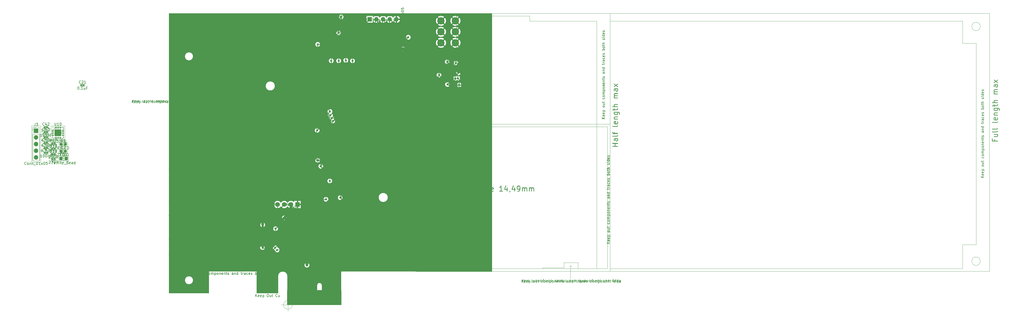
<source format=gbr>
%TF.GenerationSoftware,KiCad,Pcbnew,7.0.2*%
%TF.CreationDate,2023-06-11T00:48:19-04:00*%
%TF.ProjectId,VooDoo 4x PCIe,566f6f44-6f6f-4203-9478-20504349652e,rev?*%
%TF.SameCoordinates,Original*%
%TF.FileFunction,Soldermask,Bot*%
%TF.FilePolarity,Negative*%
%FSLAX46Y46*%
G04 Gerber Fmt 4.6, Leading zero omitted, Abs format (unit mm)*
G04 Created by KiCad (PCBNEW 7.0.2) date 2023-06-11 00:48:19*
%MOMM*%
%LPD*%
G01*
G04 APERTURE LIST*
G04 Aperture macros list*
%AMRoundRect*
0 Rectangle with rounded corners*
0 $1 Rounding radius*
0 $2 $3 $4 $5 $6 $7 $8 $9 X,Y pos of 4 corners*
0 Add a 4 corners polygon primitive as box body*
4,1,4,$2,$3,$4,$5,$6,$7,$8,$9,$2,$3,0*
0 Add four circle primitives for the rounded corners*
1,1,$1+$1,$2,$3*
1,1,$1+$1,$4,$5*
1,1,$1+$1,$6,$7*
1,1,$1+$1,$8,$9*
0 Add four rect primitives between the rounded corners*
20,1,$1+$1,$2,$3,$4,$5,0*
20,1,$1+$1,$4,$5,$6,$7,0*
20,1,$1+$1,$6,$7,$8,$9,0*
20,1,$1+$1,$8,$9,$2,$3,0*%
%AMFreePoly0*
4,1,62,1.235355,0.885355,1.250000,0.850000,1.250000,0.520000,1.500000,0.520000,1.535355,0.505355,1.550000,0.470000,1.550000,0.200000,1.535355,0.164645,1.500000,0.150000,1.250000,0.150000,1.250000,-0.150000,1.475859,-0.150000,1.500000,-0.140000,1.535355,-0.154645,1.550000,-0.190000,1.550000,-0.460000,1.535355,-0.495355,1.500000,-0.510000,1.250000,-0.510000,1.250000,-0.770000,
1.249957,-0.770103,1.250000,-0.770208,1.242601,-0.787860,1.235355,-0.805355,1.235251,-0.805397,1.235208,-0.805502,1.217505,-0.812748,1.200000,-0.820000,1.199896,-0.819957,1.199792,-0.820000,-1.200208,-0.810000,-1.217758,-0.802644,-1.235355,-0.795355,-1.235398,-0.795250,-1.235502,-0.795207,-1.242731,-0.777547,-1.250000,-0.760000,-1.250000,-0.520000,-1.500000,-0.520000,-1.535355,-0.505355,
-1.550000,-0.470000,-1.550000,-0.180000,-1.535355,-0.144645,-1.500000,-0.130000,-1.250000,-0.130000,-1.250000,0.131639,-1.501666,0.140028,-1.518391,0.147618,-1.535355,0.154645,-1.535697,0.155471,-1.536513,0.155842,-1.542969,0.173028,-1.550000,0.190000,-1.550000,0.470000,-1.535355,0.505355,-1.500000,0.520000,-1.250000,0.520000,-1.250000,0.850000,-1.235355,0.885355,-1.200000,0.900000,
1.200000,0.900000,1.235355,0.885355,1.235355,0.885355,$1*%
G04 Aperture macros list end*
%ADD10C,0.200000*%
%ADD11R,1.700000X1.700000*%
%ADD12O,1.700000X1.700000*%
%ADD13C,2.800000*%
%ADD14R,1.800000X1.800000*%
%ADD15C,1.800000*%
%TA.AperFunction,SMDPad,CuDef*%
%ADD16RoundRect,0.075000X-0.337500X-0.075000X0.337500X-0.075000X0.337500X0.075000X-0.337500X0.075000X0*%
%TD*%
%TA.AperFunction,SMDPad,CuDef*%
%ADD17RoundRect,0.075000X-0.075000X-0.337500X0.075000X-0.337500X0.075000X0.337500X-0.075000X0.337500X0*%
%TD*%
%TA.AperFunction,SMDPad,CuDef*%
%ADD18R,2.500000X2.500000*%
%TD*%
%TA.AperFunction,SMDPad,CuDef*%
%ADD19C,1.500000*%
%TD*%
%TA.AperFunction,SMDPad,CuDef*%
%ADD20RoundRect,0.135000X-0.135000X-0.185000X0.135000X-0.185000X0.135000X0.185000X-0.135000X0.185000X0*%
%TD*%
%TA.AperFunction,ComponentPad*%
%ADD21R,1.700000X1.700000*%
%TD*%
%TA.AperFunction,ComponentPad*%
%ADD22O,1.700000X1.700000*%
%TD*%
%TA.AperFunction,SMDPad,CuDef*%
%ADD23RoundRect,0.250000X-0.325000X-0.450000X0.325000X-0.450000X0.325000X0.450000X-0.325000X0.450000X0*%
%TD*%
%TA.AperFunction,SMDPad,CuDef*%
%ADD24RoundRect,0.237500X-0.287500X-0.237500X0.287500X-0.237500X0.287500X0.237500X-0.287500X0.237500X0*%
%TD*%
%TA.AperFunction,SMDPad,CuDef*%
%ADD25RoundRect,0.140000X-0.140000X-0.170000X0.140000X-0.170000X0.140000X0.170000X-0.140000X0.170000X0*%
%TD*%
%TA.AperFunction,SMDPad,CuDef*%
%ADD26RoundRect,0.135000X-0.185000X0.135000X-0.185000X-0.135000X0.185000X-0.135000X0.185000X0.135000X0*%
%TD*%
%TA.AperFunction,SMDPad,CuDef*%
%ADD27RoundRect,0.250000X1.100000X-0.325000X1.100000X0.325000X-1.100000X0.325000X-1.100000X-0.325000X0*%
%TD*%
%TA.AperFunction,SMDPad,CuDef*%
%ADD28RoundRect,0.250000X0.475000X-0.250000X0.475000X0.250000X-0.475000X0.250000X-0.475000X-0.250000X0*%
%TD*%
%TA.AperFunction,SMDPad,CuDef*%
%ADD29RoundRect,0.140000X0.140000X0.170000X-0.140000X0.170000X-0.140000X-0.170000X0.140000X-0.170000X0*%
%TD*%
%TA.AperFunction,ComponentPad*%
%ADD30C,2.800000*%
%TD*%
%TA.AperFunction,SMDPad,CuDef*%
%ADD31R,0.700000X0.400000*%
%TD*%
%TA.AperFunction,SMDPad,CuDef*%
%ADD32R,1.900000X2.450000*%
%TD*%
%TA.AperFunction,SMDPad,CuDef*%
%ADD33RoundRect,0.140000X0.170000X-0.140000X0.170000X0.140000X-0.170000X0.140000X-0.170000X-0.140000X0*%
%TD*%
%TA.AperFunction,SMDPad,CuDef*%
%ADD34R,0.600000X1.100000*%
%TD*%
%TA.AperFunction,SMDPad,CuDef*%
%ADD35RoundRect,0.135000X0.185000X-0.135000X0.185000X0.135000X-0.185000X0.135000X-0.185000X-0.135000X0*%
%TD*%
%TA.AperFunction,SMDPad,CuDef*%
%ADD36R,1.200000X1.400000*%
%TD*%
%TA.AperFunction,SMDPad,CuDef*%
%ADD37R,1.100000X0.400000*%
%TD*%
%TA.AperFunction,SMDPad,CuDef*%
%ADD38R,0.600000X1.000000*%
%TD*%
%TA.AperFunction,SMDPad,CuDef*%
%ADD39R,2.400000X0.980000*%
%TD*%
%TA.AperFunction,SMDPad,CuDef*%
%ADD40R,5.570000X5.860000*%
%TD*%
%TA.AperFunction,SMDPad,CuDef*%
%ADD41RoundRect,0.140000X-0.170000X0.140000X-0.170000X-0.140000X0.170000X-0.140000X0.170000X0.140000X0*%
%TD*%
%TA.AperFunction,SMDPad,CuDef*%
%ADD42RoundRect,0.250000X-0.325000X-0.650000X0.325000X-0.650000X0.325000X0.650000X-0.325000X0.650000X0*%
%TD*%
%TA.AperFunction,ComponentPad*%
%ADD43R,1.800000X1.800000*%
%TD*%
%TA.AperFunction,ComponentPad*%
%ADD44C,1.800000*%
%TD*%
%TA.AperFunction,SMDPad,CuDef*%
%ADD45RoundRect,0.135000X0.135000X0.185000X-0.135000X0.185000X-0.135000X-0.185000X0.135000X-0.185000X0*%
%TD*%
%TA.AperFunction,SMDPad,CuDef*%
%ADD46R,0.980000X2.400000*%
%TD*%
%TA.AperFunction,SMDPad,CuDef*%
%ADD47R,5.860000X5.570000*%
%TD*%
%TA.AperFunction,SMDPad,CuDef*%
%ADD48R,1.600000X2.700000*%
%TD*%
%TA.AperFunction,SMDPad,CuDef*%
%ADD49R,0.660000X0.400000*%
%TD*%
%TA.AperFunction,SMDPad,CuDef*%
%ADD50R,0.600000X0.400000*%
%TD*%
%TA.AperFunction,SMDPad,CuDef*%
%ADD51R,1.800000X2.550000*%
%TD*%
%TA.AperFunction,SMDPad,CuDef*%
%ADD52RoundRect,0.250000X1.025000X-0.875000X1.025000X0.875000X-1.025000X0.875000X-1.025000X-0.875000X0*%
%TD*%
%TA.AperFunction,SMDPad,CuDef*%
%ADD53RoundRect,0.250000X-0.550000X1.500000X-0.550000X-1.500000X0.550000X-1.500000X0.550000X1.500000X0*%
%TD*%
%TA.AperFunction,ConnectorPad*%
%ADD54R,0.700000X4.200000*%
%TD*%
%TA.AperFunction,ConnectorPad*%
%ADD55R,0.700000X3.200000*%
%TD*%
%TA.AperFunction,SMDPad,CuDef*%
%ADD56R,3.175000X4.950000*%
%TD*%
%TA.AperFunction,SMDPad,CuDef*%
%ADD57R,0.300000X0.700000*%
%TD*%
%TA.AperFunction,SMDPad,CuDef*%
%ADD58FreePoly0,0.000000*%
%TD*%
%TA.AperFunction,SMDPad,CuDef*%
%ADD59RoundRect,0.250000X-0.250000X-0.475000X0.250000X-0.475000X0.250000X0.475000X-0.250000X0.475000X0*%
%TD*%
%TA.AperFunction,SMDPad,CuDef*%
%ADD60RoundRect,0.250000X-0.475000X0.250000X-0.475000X-0.250000X0.475000X-0.250000X0.475000X0.250000X0*%
%TD*%
%TA.AperFunction,SMDPad,CuDef*%
%ADD61RoundRect,0.135000X0.000000X0.295000X0.000000X-0.295000X0.000000X-0.295000X0.000000X0.295000X0*%
%TD*%
%TA.AperFunction,SMDPad,CuDef*%
%ADD62RoundRect,0.067500X-0.067500X0.362500X-0.067500X-0.362500X0.067500X-0.362500X0.067500X0.362500X0*%
%TD*%
%TA.AperFunction,SMDPad,CuDef*%
%ADD63R,1.850000X6.250000*%
%TD*%
%TA.AperFunction,SMDPad,CuDef*%
%ADD64R,5.472000X6.250000*%
%TD*%
%TA.AperFunction,SMDPad,CuDef*%
%ADD65RoundRect,0.250000X0.250000X0.475000X-0.250000X0.475000X-0.250000X-0.475000X0.250000X-0.475000X0*%
%TD*%
%TA.AperFunction,ViaPad*%
%ADD66C,0.800000*%
%TD*%
%TA.AperFunction,Conductor*%
%ADD67C,0.250000*%
%TD*%
%TA.AperFunction,Conductor*%
%ADD68C,0.650000*%
%TD*%
%TA.AperFunction,Conductor*%
%ADD69C,1.000000*%
%TD*%
%TA.AperFunction,Conductor*%
%ADD70C,0.800000*%
%TD*%
%TA.AperFunction,Conductor*%
%ADD71C,0.200000*%
%TD*%
%TA.AperFunction,Conductor*%
%ADD72C,0.750000*%
%TD*%
%ADD73C,0.100000*%
%ADD74RoundRect,0.250000X-0.255000X-0.255000X0.255000X-0.255000X0.255000X0.255000X-0.255000X0.255000X0*%
%ADD75RoundRect,0.075000X-0.337500X-0.075000X0.337500X-0.075000X0.337500X0.075000X-0.337500X0.075000X0*%
%ADD76RoundRect,0.075000X-0.075000X-0.337500X0.075000X-0.337500X0.075000X0.337500X-0.075000X0.337500X0*%
%ADD77RoundRect,0.135000X-0.135000X-0.185000X0.135000X-0.185000X0.135000X0.185000X-0.135000X0.185000X0*%
%ADD78RoundRect,0.250000X-0.325000X-0.450000X0.325000X-0.450000X0.325000X0.450000X-0.325000X0.450000X0*%
%ADD79RoundRect,0.237500X-0.287500X-0.237500X0.287500X-0.237500X0.287500X0.237500X-0.287500X0.237500X0*%
%ADD80RoundRect,0.140000X-0.140000X-0.170000X0.140000X-0.170000X0.140000X0.170000X-0.140000X0.170000X0*%
%ADD81RoundRect,0.135000X-0.185000X0.135000X-0.185000X-0.135000X0.185000X-0.135000X0.185000X0.135000X0*%
%ADD82RoundRect,0.250000X1.100000X-0.325000X1.100000X0.325000X-1.100000X0.325000X-1.100000X-0.325000X0*%
%ADD83RoundRect,0.250000X0.475000X-0.250000X0.475000X0.250000X-0.475000X0.250000X-0.475000X-0.250000X0*%
%ADD84RoundRect,0.140000X0.140000X0.170000X-0.140000X0.170000X-0.140000X-0.170000X0.140000X-0.170000X0*%
%ADD85R,0.700000X0.400000*%
%ADD86R,1.900000X2.450000*%
%ADD87RoundRect,0.140000X0.170000X-0.140000X0.170000X0.140000X-0.170000X0.140000X-0.170000X-0.140000X0*%
%ADD88R,0.600000X1.100000*%
%ADD89RoundRect,0.135000X0.185000X-0.135000X0.185000X0.135000X-0.185000X0.135000X-0.185000X-0.135000X0*%
%ADD90R,1.200000X1.400000*%
%ADD91R,1.100000X0.400000*%
%ADD92R,0.600000X1.000000*%
%ADD93R,2.400000X0.980000*%
%ADD94RoundRect,0.140000X-0.170000X0.140000X-0.170000X-0.140000X0.170000X-0.140000X0.170000X0.140000X0*%
%ADD95RoundRect,0.250000X-0.325000X-0.650000X0.325000X-0.650000X0.325000X0.650000X-0.325000X0.650000X0*%
%ADD96RoundRect,0.135000X0.135000X0.185000X-0.135000X0.185000X-0.135000X-0.185000X0.135000X-0.185000X0*%
%ADD97R,0.980000X2.400000*%
%ADD98R,1.600000X2.700000*%
%ADD99R,0.660000X0.400000*%
%ADD100R,0.600000X0.400000*%
%ADD101R,1.800000X2.550000*%
%ADD102RoundRect,0.250000X1.025000X-0.875000X1.025000X0.875000X-1.025000X0.875000X-1.025000X-0.875000X0*%
%ADD103RoundRect,0.250000X-0.550000X1.500000X-0.550000X-1.500000X0.550000X-1.500000X0.550000X1.500000X0*%
%ADD104R,3.175000X4.950000*%
%ADD105R,0.300000X0.700000*%
%ADD106FreePoly0,0.000000*%
%ADD107RoundRect,0.250000X-0.250000X-0.475000X0.250000X-0.475000X0.250000X0.475000X-0.250000X0.475000X0*%
%ADD108RoundRect,0.250000X-0.475000X0.250000X-0.475000X-0.250000X0.475000X-0.250000X0.475000X0.250000X0*%
%ADD109RoundRect,0.135000X0.000000X0.295000X0.000000X-0.295000X0.000000X-0.295000X0.000000X0.295000X0*%
%ADD110RoundRect,0.067500X-0.067500X0.362500X-0.067500X-0.362500X0.067500X-0.362500X0.067500X0.362500X0*%
%ADD111RoundRect,0.250000X0.250000X0.475000X-0.250000X0.475000X-0.250000X-0.475000X0.250000X-0.475000X0*%
%ADD112C,0.150000*%
%ADD113C,0.065024*%
%ADD114C,0.120000*%
%ADD115C,0.250000*%
%ADD116C,0.127000*%
%ADD117R,2.500000X2.500000*%
%ADD118C,1.500000*%
%ADD119R,5.570000X5.860000*%
%ADD120R,5.860000X5.570000*%
%ADD121RoundRect,0.236600X0.000000X0.295000X0.000000X-0.295000X0.000000X-0.295000X0.000000X0.295000X0*%
%ADD122RoundRect,0.169100X-0.067500X0.362500X-0.067500X-0.362500X0.067500X-0.362500X0.067500X0.362500X0*%
%ADD123RoundRect,0.101600X-0.925000X3.125000X-0.925000X-3.125000X0.925000X-3.125000X0.925000X3.125000X0*%
%ADD124RoundRect,0.101600X-2.736000X3.125000X-2.736000X-3.125000X2.736000X-3.125000X2.736000X3.125000X0*%
%ADD125C,0.400000*%
%TA.AperFunction,Profile*%
%ADD126C,0.100000*%
%TD*%
%TA.AperFunction,Profile*%
%ADD127C,0.150000*%
%TD*%
%TA.AperFunction,Profile*%
%ADD128C,0.050000*%
%TD*%
%ADD129C,0.050000*%
%ADD130C,0.040000*%
%ADD131C,0.080000*%
%ADD132C,0.060000*%
G04 APERTURE END LIST*
%TO.C,J1*%
D10*
X91120000Y-140760000D02*
X70620000Y-140760000D01*
X70620000Y-135260000D01*
X91120000Y-135260000D01*
X91120000Y-140760000D01*
G36*
X91120000Y-140760000D02*
G01*
X70620000Y-140760000D01*
X70620000Y-135260000D01*
X91120000Y-135260000D01*
X91120000Y-140760000D01*
G37*
G36*
X67070000Y-136260000D02*
G01*
X59070000Y-136260000D01*
X59070000Y-132760000D01*
X67070000Y-132760000D01*
X67070000Y-136260000D01*
G37*
%TD*%
D11*
%TO.C,J3*%
X-24960000Y-74370000D03*
D12*
X-24960000Y-76910000D03*
X-24960000Y-79450000D03*
X-24960000Y-81990000D03*
X-24960000Y-84530000D03*
%TD*%
D11*
%TO.C,J3*%
X102000000Y-31880000D03*
D12*
X104540000Y-31880000D03*
X107080000Y-31880000D03*
X109620000Y-31880000D03*
X112160000Y-31880000D03*
%TD*%
D13*
%TO.C,Conn1*%
X134595250Y-40852750D03*
X129095250Y-40852750D03*
X134595250Y-36652750D03*
X129095250Y-36652750D03*
X134595250Y-32452750D03*
X129095250Y-32452750D03*
%TD*%
D14*
%TO.C,CN1*%
X74520000Y-102530000D03*
D15*
X71980000Y-102530000D03*
X69440000Y-102530000D03*
X66900000Y-102530000D03*
%TD*%
D16*
%TO.P,U10,1,VCCIO*%
%TO.N,3V3*%
X-18577500Y-74195000D03*
%TO.P,U10,2,RXD*%
%TO.N,RX*%
X-18577500Y-74845000D03*
%TO.P,U10,3,GND*%
%TO.N,GND*%
X-18577500Y-75495000D03*
%TO.P,U10,4,~{CTS}*%
%TO.N,CTS*%
X-18577500Y-76145000D03*
D17*
%TO.P,U10,5,CBUS2*%
%TO.N,/ftdi/TXLED*%
X-17615000Y-77107500D03*
%TO.P,U10,6,USBDP*%
%TO.N,Net-(U10-USBDP)*%
X-16965000Y-77107500D03*
%TO.P,U10,7,USBDM*%
%TO.N,Net-(U10-USBDM)*%
X-16315000Y-77107500D03*
%TO.P,U10,8,3V3OUT*%
%TO.N,3V3*%
X-15665000Y-77107500D03*
D16*
%TO.P,U10,9,~{RESET}*%
X-14702500Y-76145000D03*
%TO.P,U10,10,VCC*%
%TO.N,VCC*%
X-14702500Y-75495000D03*
%TO.P,U10,11,CBUS1*%
%TO.N,/ftdi/RXLED*%
X-14702500Y-74845000D03*
%TO.P,U10,12,CBUS0*%
%TO.N,unconnected-(U10-CBUS0-Pad12)*%
X-14702500Y-74195000D03*
D17*
%TO.P,U10,13,GND*%
%TO.N,GND*%
X-15665000Y-73232500D03*
%TO.P,U10,14,CBUS3*%
%TO.N,unconnected-(U10-CBUS3-Pad14)*%
X-16315000Y-73232500D03*
%TO.P,U10,15,TXD*%
%TO.N,TX*%
X-16965000Y-73232500D03*
%TO.P,U10,16,~{RTS}*%
%TO.N,RTS*%
X-17615000Y-73232500D03*
D18*
%TO.P,U10,17,GND*%
%TO.N,GND*%
X-16640000Y-75170000D03*
%TD*%
D19*
%TO.P,CLKI,1,1*%
%TO.N,Net-(IC1-CLKI)*%
X84600000Y-45330000D03*
%TD*%
%TO.P,BI,1,1*%
%TO.N,Net-(IC1-BI)*%
X95510000Y-45310000D03*
%TD*%
D20*
%TO.P,R20,1*%
%TO.N,Net-(D2-K)*%
X-18820000Y-85260000D03*
%TO.P,R20,2*%
%TO.N,/ftdi/TXLED*%
X-17800000Y-85260000D03*
%TD*%
%TO.P,R19,1*%
%TO.N,Net-(D1-K)*%
X-18820000Y-83270000D03*
%TO.P,R19,2*%
%TO.N,/ftdi/RXLED*%
X-17800000Y-83270000D03*
%TD*%
%TO.P,R18,1*%
%TO.N,Net-(C45-Pad1)*%
X-18820000Y-81280000D03*
%TO.P,R18,2*%
%TO.N,Net-(U10-USBDP)*%
X-17800000Y-81280000D03*
%TD*%
%TO.P,R17,1*%
%TO.N,Net-(U10-USBDM)*%
X-18820000Y-79290000D03*
%TO.P,R17,2*%
%TO.N,Net-(C44-Pad1)*%
X-17800000Y-79290000D03*
%TD*%
D21*
%TO.P,J3,1,Pin_1*%
%TO.N,VCC*%
X-24960000Y-74370000D03*
D22*
%TO.P,J3,2,Pin_2*%
%TO.N,3V3*%
X-24960000Y-76910000D03*
%TO.P,J3,3,Pin_3*%
%TO.N,RX*%
X-24960000Y-79450000D03*
%TO.P,J3,4,Pin_4*%
%TO.N,TX*%
X-24960000Y-81990000D03*
%TO.P,J3,5,Pin_5*%
%TO.N,GND*%
X-24960000Y-84530000D03*
%TD*%
D23*
%TO.P,FB1,1*%
%TO.N,VCC*%
X-15505000Y-84950000D03*
%TO.P,FB1,2*%
%TO.N,Net-(C42-Pad1)*%
X-13455000Y-84950000D03*
%TD*%
D24*
%TO.P,D2,1,K*%
%TO.N,Net-(D2-K)*%
X-15510000Y-82180000D03*
%TO.P,D2,2,A*%
%TO.N,3V3*%
X-13760000Y-82180000D03*
%TD*%
%TO.P,D1,1,K*%
%TO.N,Net-(D1-K)*%
X-15510000Y-79590000D03*
%TO.P,D1,2,A*%
%TO.N,3V3*%
X-13760000Y-79590000D03*
%TD*%
D25*
%TO.P,C47,1*%
%TO.N,3V3*%
X-21680000Y-82880000D03*
%TO.P,C47,2*%
%TO.N,GND*%
X-20720000Y-82880000D03*
%TD*%
%TO.P,C46,1*%
%TO.N,VCC*%
X-21680000Y-80910000D03*
%TO.P,C46,2*%
%TO.N,GND*%
X-20720000Y-80910000D03*
%TD*%
%TO.P,C45,1*%
%TO.N,Net-(C45-Pad1)*%
X-21680000Y-78940000D03*
%TO.P,C45,2*%
%TO.N,GND*%
X-20720000Y-78940000D03*
%TD*%
%TO.P,C44,1*%
%TO.N,Net-(C44-Pad1)*%
X-21680000Y-76970000D03*
%TO.P,C44,2*%
%TO.N,GND*%
X-20720000Y-76970000D03*
%TD*%
%TO.P,C43,1*%
%TO.N,VCC*%
X-21680000Y-75000000D03*
%TO.P,C43,2*%
%TO.N,GND*%
X-20720000Y-75000000D03*
%TD*%
%TO.P,C42,1*%
%TO.N,Net-(C42-Pad1)*%
X-21680000Y-73030000D03*
%TO.P,C42,2*%
%TO.N,GND*%
X-20720000Y-73030000D03*
%TD*%
D26*
%TO.P,R13,1,1*%
%TO.N,/Asic/TEMP_N*%
X85330000Y-88110000D03*
%TO.P,R13,2,2*%
X85330000Y-89130000D03*
%TD*%
D27*
%TO.P,C28,1*%
%TO.N,+12V*%
X128192750Y-47987750D03*
%TO.P,C28,2*%
%TO.N,GND*%
X128192750Y-45037750D03*
%TD*%
D28*
%TO.P,C29,1*%
%TO.N,+12V*%
X125252750Y-47502750D03*
%TO.P,C29,2*%
%TO.N,GND*%
X125252750Y-45602750D03*
%TD*%
D29*
%TO.P,C34,1*%
%TO.N,Net-(U1-BOOT)*%
X134962750Y-47582750D03*
%TO.P,C34,2*%
%TO.N,/DC components/SW*%
X134002750Y-47582750D03*
%TD*%
D21*
%TO.P,J3,1,Pin_1*%
%TO.N,/Asic/1V8*%
X102000000Y-31880000D03*
D22*
%TO.P,J3,2,Pin_2*%
%TO.N,/Asic/CI*%
X104540000Y-31880000D03*
%TO.P,J3,3,Pin_3*%
%TO.N,/Asic/RO*%
X107080000Y-31880000D03*
%TO.P,J3,4,Pin_4*%
%TO.N,/Asic/RST_N*%
X109620000Y-31880000D03*
%TO.P,J3,5,Pin_5*%
%TO.N,GND*%
X112160000Y-31880000D03*
%TD*%
D30*
%TO.P,Conn1,1*%
%TO.N,+12V*%
X134595250Y-40852750D03*
%TO.P,Conn1,2*%
%TO.N,GND*%
X129095250Y-40852750D03*
%TO.P,Conn1,3*%
%TO.N,+12V*%
X134595250Y-36652750D03*
%TO.P,Conn1,4*%
%TO.N,GND*%
X129095250Y-36652750D03*
%TO.P,Conn1,5*%
%TO.N,+12V*%
X134595250Y-32452750D03*
%TO.P,Conn1,6*%
%TO.N,GND*%
X129095250Y-32452750D03*
%TD*%
D19*
%TO.P,RSTO,1,1*%
%TO.N,Net-(IC1-NRSTO)*%
X93090000Y-103740000D03*
%TD*%
D31*
%TO.P,Q2,1*%
%TO.N,GND*%
X136492750Y-50222750D03*
%TO.P,Q2,2*%
X136492750Y-50882750D03*
%TO.P,Q2,3,S*%
X136492750Y-51532750D03*
%TO.P,Q2,4,G*%
%TO.N,Net-(Q2-G)*%
X136492750Y-52182750D03*
%TO.P,Q2,5,D*%
%TO.N,/DC components/SW*%
X139692750Y-52182750D03*
%TO.P,Q2,6*%
%TO.N,N/C*%
X139692750Y-51532750D03*
%TO.P,Q2,7*%
X139692750Y-50882750D03*
%TO.P,Q2,8*%
X139692750Y-50222750D03*
D32*
X138532750Y-51202750D03*
%TD*%
D33*
%TO.P,C9,1*%
%TO.N,/DC components/VDD*%
X112340000Y-47640000D03*
%TO.P,C9,2*%
%TO.N,GND*%
X112340000Y-46680000D03*
%TD*%
D29*
%TO.P,C31,1*%
%TO.N,/Asic/1V8*%
X94860000Y-36110000D03*
%TO.P,C31,2*%
%TO.N,GND*%
X93900000Y-36110000D03*
%TD*%
D33*
%TO.P,C20,1*%
%TO.N,/Asic/1V8*%
X78860000Y-56460000D03*
%TO.P,C20,2*%
%TO.N,GND*%
X78860000Y-55500000D03*
%TD*%
D34*
%TO.P,U8,1,VCCA*%
%TO.N,/Asic/1V8*%
X94900000Y-34830000D03*
%TO.P,U8,2,GND*%
%TO.N,GND*%
X95850000Y-34830000D03*
%TO.P,U8,3,A*%
%TO.N,/Asic/RST_N*%
X96800000Y-34830000D03*
%TO.P,U8,4,B*%
%TO.N,/Asic/BM_RST*%
X96800000Y-32130000D03*
%TO.P,U8,5,DIR*%
%TO.N,GND*%
X95850000Y-32130000D03*
%TO.P,U8,6,VCCB*%
%TO.N,/3V3*%
X94900000Y-32130000D03*
%TD*%
D35*
%TO.P,R8,1*%
%TO.N,/DC components/PGOOD*%
X128292750Y-52122750D03*
%TO.P,R8,2*%
%TO.N,Net-(U1-BP)*%
X128292750Y-51102750D03*
%TD*%
D36*
%TO.P,X1,1,EN*%
%TO.N,/Asic/1V8*%
X88020000Y-54630000D03*
%TO.P,X1,2,GND*%
%TO.N,GND*%
X88020000Y-56830000D03*
%TO.P,X1,3,OUT*%
%TO.N,Net-(IC1-CLKI)*%
X89780000Y-56830000D03*
%TO.P,X1,4,VDD*%
%TO.N,/Asic/1V8*%
X89780000Y-54630000D03*
%TD*%
D37*
%TO.P,U7,1,VDD*%
%TO.N,/3V3*%
X63825000Y-120965000D03*
%TO.P,U7,2,DP*%
%TO.N,/Asic/TEMP_P*%
X63825000Y-120315000D03*
%TO.P,U7,3,DN*%
%TO.N,/Asic/TEMP_N*%
X63825000Y-119665000D03*
%TO.P,U7,4,FAN*%
%TO.N,/FAN/FAN_PWM*%
X63825000Y-119015000D03*
%TO.P,U7,5,GND*%
%TO.N,GND*%
X59525000Y-119015000D03*
%TO.P,U7,6,ALERT/TACH*%
%TO.N,/FAN/FAN_TACH*%
X59525000Y-119665000D03*
%TO.P,U7,7,SMDATA*%
%TO.N,/FAN/SDA*%
X59525000Y-120315000D03*
%TO.P,U7,8,SMCLK*%
%TO.N,/FAN/SCL*%
X59525000Y-120965000D03*
%TD*%
D28*
%TO.P,C37,1*%
%TO.N,Net-(C37-Pad1)*%
X138782750Y-60332750D03*
%TO.P,C37,2*%
%TO.N,/DC components/OUT0*%
X138782750Y-58432750D03*
%TD*%
D34*
%TO.P,U3,1,VCCA*%
%TO.N,/Asic/1V8*%
X90200000Y-34840000D03*
%TO.P,U3,2,GND*%
%TO.N,GND*%
X91150000Y-34840000D03*
%TO.P,U3,3,A*%
%TO.N,/Asic/RO*%
X92100000Y-34840000D03*
%TO.P,U3,4,B*%
%TO.N,/Asic/BM_RO*%
X92100000Y-32140000D03*
%TO.P,U3,5,DIR*%
%TO.N,/Asic/1V8*%
X91150000Y-32140000D03*
%TO.P,U3,6,VCCB*%
%TO.N,/3V3*%
X90200000Y-32140000D03*
%TD*%
D33*
%TO.P,C7,1*%
%TO.N,/DC components/VDD*%
X113430000Y-47640000D03*
%TO.P,C7,2*%
%TO.N,GND*%
X113430000Y-46680000D03*
%TD*%
D29*
%TO.P,C14,1*%
%TO.N,/Asic/1V8*%
X83450000Y-83610000D03*
%TO.P,C14,2*%
%TO.N,GND*%
X82490000Y-83610000D03*
%TD*%
D38*
%TO.P,U2,1,VIN*%
%TO.N,/Asic/5V*%
X82250000Y-54710000D03*
%TO.P,U2,2,VSS*%
%TO.N,GND*%
X81300000Y-54710000D03*
%TO.P,U2,3,CE*%
X80350000Y-54710000D03*
%TO.P,U2,4,NC*%
%TO.N,unconnected-(U2-NC-Pad4)*%
X80350000Y-57310000D03*
%TO.P,U2,5,VOUT*%
%TO.N,/Asic/1V8*%
X82250000Y-57310000D03*
%TD*%
D39*
%TO.P,U6,1*%
%TO.N,+12V*%
X112500000Y-43320000D03*
%TO.P,U6,2*%
%TO.N,/Asic/5V*%
X112500000Y-38760000D03*
D40*
%TO.P,U6,3*%
%TO.N,GND*%
X105830000Y-41040000D03*
%TD*%
D29*
%TO.P,C26,1*%
%TO.N,/3V3*%
X90150000Y-31010000D03*
%TO.P,C26,2*%
%TO.N,GND*%
X89190000Y-31010000D03*
%TD*%
D19*
%TO.P,CI,1,1*%
%TO.N,/Asic/CI*%
X87320000Y-45330000D03*
%TD*%
D25*
%TO.P,C22,1*%
%TO.N,/Asic/5V*%
X86120000Y-52380000D03*
%TO.P,C22,2*%
%TO.N,GND*%
X87080000Y-52380000D03*
%TD*%
D26*
%TO.P,R3,1*%
%TO.N,GND*%
X90260000Y-70790000D03*
%TO.P,R3,2*%
%TO.N,Net-(IC1-ADDR0)*%
X90260000Y-71810000D03*
%TD*%
D41*
%TO.P,C8,1*%
%TO.N,Net-(IC1-VDD3_0)*%
X93020000Y-72960000D03*
%TO.P,C8,2*%
%TO.N,/DC components/VDD*%
X93020000Y-73920000D03*
%TD*%
D19*
%TO.P,TP1,1,1*%
%TO.N,/FAN/FAN_TACH*%
X63480000Y-105060000D03*
%TD*%
D42*
%TO.P,C39,1*%
%TO.N,/DC components/VDD*%
X117487750Y-65552750D03*
%TO.P,C39,2*%
%TO.N,GND*%
X120437750Y-65552750D03*
%TD*%
D29*
%TO.P,C35,1*%
%TO.N,/3V3*%
X94870000Y-31070000D03*
%TO.P,C35,2*%
%TO.N,GND*%
X93910000Y-31070000D03*
%TD*%
D41*
%TO.P,C12,1*%
%TO.N,/DC components/VDD*%
X92650000Y-81710000D03*
%TO.P,C12,2*%
%TO.N,Net-(IC1-VDD3_1)*%
X92650000Y-82670000D03*
%TD*%
D43*
%TO.P,CN1,1,1*%
%TO.N,GND*%
X74520000Y-102530000D03*
D44*
%TO.P,CN1,2,2*%
%TO.N,/FAN/5V*%
X71980000Y-102530000D03*
%TO.P,CN1,3,3*%
%TO.N,/FAN/FAN_TACH*%
X69440000Y-102530000D03*
%TO.P,CN1,4,4*%
%TO.N,/FAN/FAN_PWM*%
X66900000Y-102530000D03*
%TD*%
D45*
%TO.P,R16,1*%
%TO.N,/FAN/FAN_PWM*%
X63710000Y-117560000D03*
%TO.P,R16,2*%
%TO.N,/3V3*%
X62690000Y-117560000D03*
%TD*%
D46*
%TO.P,U9,1*%
%TO.N,/PC12V*%
X73520000Y-122520000D03*
%TO.P,U9,2*%
%TO.N,/FAN/5V*%
X78080000Y-122520000D03*
D47*
%TO.P,U9,3*%
%TO.N,GND*%
X75800000Y-115850000D03*
%TD*%
D48*
%TO.P,C38,1*%
%TO.N,/DC components/VDD*%
X117732750Y-51702750D03*
%TO.P,C38,2*%
%TO.N,GND*%
X120732750Y-51702750D03*
%TD*%
D35*
%TO.P,R6,1*%
%TO.N,Net-(IC1-RI)*%
X83380000Y-86710000D03*
%TO.P,R6,2*%
%TO.N,/Asic/1V8*%
X83380000Y-85690000D03*
%TD*%
D41*
%TO.P,C15,1*%
%TO.N,Net-(IC1-VDD3_1)*%
X93650000Y-82680000D03*
%TO.P,C15,2*%
%TO.N,Net-(IC1-VDD2_1)*%
X93650000Y-83640000D03*
%TD*%
D19*
%TO.P,CLKO,1,1*%
%TO.N,Net-(IC1-CLKO)*%
X90320000Y-103830000D03*
%TD*%
D26*
%TO.P,R4,1*%
%TO.N,GND*%
X89250000Y-70790000D03*
%TO.P,R4,2*%
%TO.N,Net-(IC1-ADDR1)*%
X89250000Y-71810000D03*
%TD*%
D49*
%TO.P,Q1,1*%
%TO.N,/DC components/SW*%
X139422750Y-55662750D03*
%TO.P,Q1,2*%
X139422750Y-55012750D03*
%TO.P,Q1,3,S*%
X139422750Y-54372750D03*
%TO.P,Q1,4,G*%
%TO.N,Net-(Q1-G)*%
X139422750Y-53722750D03*
D50*
%TO.P,Q1,5,D*%
%TO.N,+12V*%
X136422750Y-53722750D03*
%TO.P,Q1,6*%
%TO.N,N/C*%
X136422750Y-54372750D03*
%TO.P,Q1,7*%
X136422750Y-55012750D03*
%TO.P,Q1,8*%
X136422750Y-55662750D03*
D51*
%TO.P,Q1,9*%
X137622750Y-54692750D03*
%TD*%
D29*
%TO.P,C25,1*%
%TO.N,/3V3*%
X85420000Y-30960000D03*
%TO.P,C25,2*%
%TO.N,GND*%
X84460000Y-30960000D03*
%TD*%
D52*
%TO.P,C13,1*%
%TO.N,/Asic/VDD*%
X117860000Y-48540000D03*
%TO.P,C13,2*%
%TO.N,GND*%
X117860000Y-42140000D03*
%TD*%
D38*
%TO.P,U4,1,IN*%
%TO.N,/Asic/5V*%
X85970000Y-54710000D03*
%TO.P,U4,2,GND*%
%TO.N,GND*%
X85020000Y-54710000D03*
%TO.P,U4,3,EN*%
%TO.N,/Asic/5V*%
X84070000Y-54710000D03*
%TO.P,U4,4,BP/FB*%
%TO.N,/Asic/0V8*%
X84070000Y-57310000D03*
%TO.P,U4,5,OUT*%
X85970000Y-57310000D03*
%TD*%
D41*
%TO.P,C2,1*%
%TO.N,GND*%
X93990000Y-70080000D03*
%TO.P,C2,2*%
%TO.N,Net-(IC1-VDD1_0)*%
X93990000Y-71040000D03*
%TD*%
D33*
%TO.P,C11,1*%
%TO.N,/DC components/VDD*%
X110290000Y-47640000D03*
%TO.P,C11,2*%
%TO.N,GND*%
X110290000Y-46680000D03*
%TD*%
D25*
%TO.P,C21,1*%
%TO.N,/Asic/1V8*%
X-7770000Y-57010000D03*
%TO.P,C21,2*%
%TO.N,GND*%
X-6810000Y-57010000D03*
%TD*%
D53*
%TO.P,C27,1*%
%TO.N,/FAN/5V*%
X67980000Y-110800000D03*
%TO.P,C27,2*%
%TO.N,GND*%
X67980000Y-116200000D03*
%TD*%
D20*
%TO.P,R10,1*%
%TO.N,/DC components/VDD*%
X137702750Y-61612750D03*
%TO.P,R10,2*%
%TO.N,Net-(C37-Pad1)*%
X138722750Y-61612750D03*
%TD*%
D54*
%TO.P,J1,B18,GND*%
%TO.N,GND*%
X90370000Y-137260000D03*
D55*
%TO.P,J1,B17,~{PRSNT2}*%
%TO.N,unconnected-(J1-~{PRSNT2}-PadB17)*%
X89370000Y-136760000D03*
D54*
%TO.P,J1,B16,GND*%
%TO.N,GND*%
X88370000Y-137260000D03*
%TO.P,J1,B15,PETn0*%
%TO.N,/PETn0*%
X87370000Y-137260000D03*
%TO.P,J1,B14,PETp0*%
%TO.N,/PETp0*%
X86370000Y-137260000D03*
%TO.P,J1,B13,GND*%
%TO.N,GND*%
X85370000Y-137260000D03*
%TO.P,J1,B12,RSVD*%
%TO.N,unconnected-(J1-RSVD-PadB12)*%
X84370000Y-137260000D03*
%TO.P,J1,B11,~{WAKE}*%
%TO.N,/~{WAKE}*%
X81370000Y-137260000D03*
%TO.P,J1,B10,+3.3V_aux*%
%TO.N,+3.3VA*%
X80370000Y-137260000D03*
%TO.P,J1,B9,~{TRST}*%
%TO.N,/~{TRST}*%
X79370000Y-137260000D03*
%TO.P,J1,B8,+3.3V*%
%TO.N,/3V3*%
X78370000Y-137260000D03*
%TO.P,J1,B7,GND*%
%TO.N,GND*%
X77370000Y-137260000D03*
%TO.P,J1,B6,SMDAT*%
%TO.N,/SMDAT*%
X76370000Y-137260000D03*
%TO.P,J1,B5,SMCLK*%
%TO.N,/SMCLK*%
X75370000Y-137260000D03*
%TO.P,J1,B4,GND*%
%TO.N,GND*%
X74370000Y-137260000D03*
%TO.P,J1,B3,+12V*%
%TO.N,/PC12V*%
X73370000Y-137260000D03*
%TO.P,J1,B2,+12V*%
X72370000Y-137260000D03*
%TO.P,J1,B1,+12V*%
X71370000Y-137260000D03*
%TD*%
D25*
%TO.P,C24,1*%
%TO.N,/Asic/0V8*%
X84070000Y-59210000D03*
%TO.P,C24,2*%
%TO.N,GND*%
X85030000Y-59210000D03*
%TD*%
D56*
%TO.P,L1,1,1*%
%TO.N,/DC components/SW*%
X127542750Y-58932750D03*
%TO.P,L1,2,2*%
%TO.N,/DC components/VDD*%
X118527750Y-58932750D03*
%TD*%
D29*
%TO.P,C16,1*%
%TO.N,/Asic/0V8*%
X83440000Y-84630000D03*
%TO.P,C16,2*%
%TO.N,GND*%
X82480000Y-84630000D03*
%TD*%
D33*
%TO.P,C19,1*%
%TO.N,/Asic/5V*%
X82330000Y-53570000D03*
%TO.P,C19,2*%
%TO.N,GND*%
X82330000Y-52610000D03*
%TD*%
D57*
%TO.P,U1,1,VDD*%
%TO.N,+12V*%
X132922750Y-52672750D03*
%TO.P,U1,2,SS*%
%TO.N,Net-(U1-SS)*%
X133422750Y-52672750D03*
%TO.P,U1,3,PGOOD*%
%TO.N,/DC components/PGOOD*%
X133922750Y-52672750D03*
%TO.P,U1,4,COMP*%
%TO.N,Net-(U1-COMP)*%
X134422750Y-52672750D03*
%TO.P,U1,5,FB*%
%TO.N,/DC components/OUT0*%
X134922750Y-52672750D03*
%TO.P,U1,6,BOOT*%
%TO.N,Net-(U1-BOOT)*%
X134922750Y-49872750D03*
%TO.P,U1,7,HDRV*%
%TO.N,Net-(Q1-G)*%
X134422750Y-49872750D03*
%TO.P,U1,8,SW*%
%TO.N,/DC components/SW*%
X133922750Y-49872750D03*
%TO.P,U1,9,LDRV*%
%TO.N,Net-(Q2-G)*%
X133422750Y-49872750D03*
%TO.P,U1,10,BP*%
%TO.N,Net-(U1-BP)*%
X132922750Y-49872750D03*
D58*
%TO.P,U1,11,GND*%
%TO.N,GND*%
X133922750Y-51222750D03*
%TD*%
D33*
%TO.P,C48,1*%
%TO.N,GND*%
X91240000Y-56080000D03*
%TO.P,C48,2*%
%TO.N,/Asic/1V8*%
X91240000Y-55120000D03*
%TD*%
D35*
%TO.P,R14,1,1*%
%TO.N,/Asic/TEMP_P*%
X86780000Y-89130000D03*
%TO.P,R14,2,2*%
X86780000Y-88110000D03*
%TD*%
D59*
%TO.P,C32,1*%
%TO.N,Net-(U1-COMP)*%
X132902750Y-57082750D03*
%TO.P,C32,2*%
%TO.N,/DC components/OUT0*%
X134802750Y-57082750D03*
%TD*%
D29*
%TO.P,C5,1*%
%TO.N,/Asic/1V8*%
X83110000Y-72710000D03*
%TO.P,C5,2*%
%TO.N,GND*%
X82150000Y-72710000D03*
%TD*%
D35*
%TO.P,R9,1*%
%TO.N,Net-(Q2-G)*%
X132972750Y-47612750D03*
%TO.P,R9,2*%
%TO.N,GND*%
X132972750Y-46592750D03*
%TD*%
D41*
%TO.P,C3,1*%
%TO.N,Net-(IC1-VDD1_0)*%
X93010000Y-71080000D03*
%TO.P,C3,2*%
%TO.N,Net-(IC1-VDD2_0)*%
X93010000Y-72040000D03*
%TD*%
D60*
%TO.P,C36,1*%
%TO.N,Net-(U1-BP)*%
X131152750Y-50472750D03*
%TO.P,C36,2*%
%TO.N,GND*%
X131152750Y-52372750D03*
%TD*%
D26*
%TO.P,R5,1*%
%TO.N,GND*%
X88310000Y-71990000D03*
%TO.P,R5,2*%
%TO.N,Net-(IC1-ADDR2)*%
X88310000Y-73010000D03*
%TD*%
D25*
%TO.P,C1,1*%
%TO.N,Net-(U7-DP)*%
X56160000Y-112065000D03*
%TO.P,C1,2*%
%TO.N,Net-(U7-DN)*%
X57120000Y-112065000D03*
%TD*%
D19*
%TO.P,RI,1,1*%
%TO.N,Net-(IC1-RI)*%
X91730000Y-101480000D03*
%TD*%
D41*
%TO.P,C6,1*%
%TO.N,Net-(IC1-VDD2_0)*%
X93990000Y-71970000D03*
%TO.P,C6,2*%
%TO.N,Net-(IC1-VDD3_0)*%
X93990000Y-72930000D03*
%TD*%
D61*
%TO.P,IC1,1,VDD3_0*%
%TO.N,Net-(IC1-VDD3_0)*%
X91070000Y-74115400D03*
%TO.P,IC1,2,VDD2_0*%
%TO.N,Net-(IC1-VDD2_0)*%
X90590000Y-74115400D03*
%TO.P,IC1,3,VDD1_0*%
%TO.N,Net-(IC1-VDD1_0)*%
X90110000Y-74115400D03*
%TO.P,IC1,4,ADDR0*%
%TO.N,Net-(IC1-ADDR0)*%
X89630000Y-74115400D03*
%TO.P,IC1,5,ADDR1*%
%TO.N,Net-(IC1-ADDR1)*%
X89150000Y-74115400D03*
%TO.P,IC1,6,ADDR2*%
%TO.N,Net-(IC1-ADDR2)*%
X88670000Y-74115400D03*
%TO.P,IC1,7,TEST*%
%TO.N,unconnected-(IC1-TEST-Pad7)*%
X88190000Y-74115400D03*
%TO.P,IC1,8,BI*%
%TO.N,Net-(IC1-BI)*%
X87710000Y-74115400D03*
%TO.P,IC1,9,NRSTI*%
%TO.N,/Asic/RST_N*%
X87230000Y-74115400D03*
%TO.P,IC1,10,RO*%
%TO.N,/Asic/RO*%
X86750000Y-74115400D03*
%TO.P,IC1,11,CI*%
%TO.N,/Asic/CI*%
X86270000Y-74115400D03*
%TO.P,IC1,12,CLKI*%
%TO.N,Net-(IC1-CLKI)*%
X85790000Y-74115400D03*
%TO.P,IC1,13,PLL_VSS*%
%TO.N,GND*%
X85310000Y-74115400D03*
%TO.P,IC1,14,PLL_VDD*%
%TO.N,/Asic/0V8*%
X84830000Y-74115400D03*
%TO.P,IC1,15,VDDIO_08_0*%
X84350000Y-74115400D03*
%TO.P,IC1,16,VDDIO_18_0*%
%TO.N,/Asic/1V8*%
X83870000Y-74115400D03*
D62*
%TO.P,IC1,17,VDDIO_18_1*%
X83870000Y-81984600D03*
%TO.P,IC1,18,VDDIO_08_1*%
%TO.N,/Asic/0V8*%
X84350000Y-81984600D03*
D61*
%TO.P,IC1,19,VSS*%
%TO.N,GND*%
X84830000Y-81984600D03*
%TO.P,IC1,20,PIN_MODE*%
%TO.N,unconnected-(IC1-PIN_MODE-Pad20)*%
X85310000Y-81984600D03*
%TO.P,IC1,21,TEMP_N*%
%TO.N,/Asic/TEMP_N*%
X85790000Y-81984600D03*
%TO.P,IC1,22,TEMP_P*%
%TO.N,/Asic/TEMP_P*%
X86270000Y-81984600D03*
%TO.P,IC1,23,RF*%
%TO.N,unconnected-(IC1-RF-Pad23)*%
X86750000Y-81984600D03*
%TO.P,IC1,24,TF*%
%TO.N,unconnected-(IC1-TF-Pad24)*%
X87230000Y-81984600D03*
%TO.P,IC1,25,CLKO*%
%TO.N,Net-(IC1-CLKO)*%
X87710000Y-81984600D03*
%TO.P,IC1,26,CO*%
%TO.N,Net-(IC1-CO)*%
X88190000Y-81984600D03*
%TO.P,IC1,27,RI*%
%TO.N,Net-(IC1-RI)*%
X88670000Y-81984600D03*
%TO.P,IC1,28,NRSTO*%
%TO.N,Net-(IC1-NRSTO)*%
X89150000Y-81984600D03*
%TO.P,IC1,29,BO*%
%TO.N,Net-(IC1-BO)*%
X89630000Y-81984600D03*
%TO.P,IC1,30,VDD1_1*%
%TO.N,Net-(IC1-VDD1_1)*%
X90110000Y-81984600D03*
%TO.P,IC1,31,VDD2_1*%
%TO.N,Net-(IC1-VDD2_1)*%
X90590000Y-81984600D03*
%TO.P,IC1,32,VDD3_1*%
%TO.N,Net-(IC1-VDD3_1)*%
X91070000Y-81984600D03*
D63*
%TO.P,IC1,33,VDD*%
%TO.N,/DC components/VDD*%
X90470000Y-78050000D03*
D64*
%TO.P,IC1,34,VSS_0*%
%TO.N,GND*%
X86270000Y-78050000D03*
%TD*%
D41*
%TO.P,C17,1*%
%TO.N,Net-(IC1-VDD2_1)*%
X92650000Y-83610000D03*
%TO.P,C17,2*%
%TO.N,Net-(IC1-VDD1_1)*%
X92650000Y-84570000D03*
%TD*%
D19*
%TO.P,TP5,1,1*%
%TO.N,GND*%
X63580000Y-79290000D03*
%TD*%
D25*
%TO.P,C30,1*%
%TO.N,Net-(U1-SS)*%
X133362750Y-55422750D03*
%TO.P,C30,2*%
%TO.N,GND*%
X134322750Y-55422750D03*
%TD*%
D65*
%TO.P,C33,1*%
%TO.N,Net-(U1-COMP)*%
X134752750Y-59112750D03*
%TO.P,C33,2*%
%TO.N,Net-(C33-Pad2)*%
X132852750Y-59112750D03*
%TD*%
D34*
%TO.P,U5,1,VCCA*%
%TO.N,/Asic/1V8*%
X85440000Y-34880000D03*
%TO.P,U5,2,GND*%
%TO.N,GND*%
X86390000Y-34880000D03*
%TO.P,U5,3,A*%
%TO.N,/Asic/CI*%
X87340000Y-34880000D03*
%TO.P,U5,4,B*%
%TO.N,/Asic/BM_CI*%
X87340000Y-32180000D03*
%TO.P,U5,5,DIR*%
%TO.N,GND*%
X86390000Y-32180000D03*
%TO.P,U5,6,VCCB*%
%TO.N,/3V3*%
X85440000Y-32180000D03*
%TD*%
D29*
%TO.P,C23,1*%
%TO.N,/Asic/1V8*%
X90150000Y-36060000D03*
%TO.P,C23,2*%
%TO.N,GND*%
X89190000Y-36060000D03*
%TD*%
D20*
%TO.P,R12,1*%
%TO.N,/DC components/OUT0*%
X137052750Y-56992750D03*
%TO.P,R12,2*%
%TO.N,GND*%
X138072750Y-56992750D03*
%TD*%
D19*
%TO.P,RO,1,1*%
%TO.N,/Asic/RO*%
X90180000Y-45330000D03*
%TD*%
D41*
%TO.P,C18,1*%
%TO.N,Net-(IC1-VDD1_1)*%
X93660000Y-84610000D03*
%TO.P,C18,2*%
%TO.N,GND*%
X93660000Y-85570000D03*
%TD*%
D35*
%TO.P,R11,1*%
%TO.N,/DC components/VDD*%
X137202750Y-59142750D03*
%TO.P,R11,2*%
%TO.N,/DC components/OUT0*%
X137202750Y-58122750D03*
%TD*%
D29*
%TO.P,C4,1*%
%TO.N,/Asic/0V8*%
X83120000Y-71710000D03*
%TO.P,C4,2*%
%TO.N,GND*%
X82160000Y-71710000D03*
%TD*%
D19*
%TO.P,CO,1,1*%
%TO.N,Net-(IC1-CO)*%
X88990000Y-101440000D03*
%TD*%
D41*
%TO.P,C41,1*%
%TO.N,/3V3*%
X66430000Y-122570000D03*
%TO.P,C41,2*%
%TO.N,GND*%
X66430000Y-123530000D03*
%TD*%
D19*
%TO.P,TP2,1,1*%
%TO.N,/FAN/FAN_PWM*%
X63460000Y-102450000D03*
%TD*%
D35*
%TO.P,R7,1*%
%TO.N,Net-(C33-Pad2)*%
X136192750Y-59152750D03*
%TO.P,R7,2*%
%TO.N,/DC components/OUT0*%
X136192750Y-58132750D03*
%TD*%
D25*
%TO.P,C40,1*%
%TO.N,/FAN/5V*%
X72340000Y-104550000D03*
%TO.P,C40,2*%
%TO.N,GND*%
X73300000Y-104550000D03*
%TD*%
D19*
%TO.P,BO,1,1*%
%TO.N,Net-(IC1-BO)*%
X94390000Y-101400000D03*
%TD*%
D45*
%TO.P,R1,1*%
%TO.N,GND*%
X90070000Y-69360000D03*
%TO.P,R1,2*%
%TO.N,/Asic/RST_N*%
X89050000Y-69360000D03*
%TD*%
D33*
%TO.P,C10,1*%
%TO.N,/DC components/VDD*%
X111330000Y-47640000D03*
%TO.P,C10,2*%
%TO.N,GND*%
X111330000Y-46680000D03*
%TD*%
D20*
%TO.P,R15,2*%
%TO.N,/3V3*%
X60190000Y-122570000D03*
%TO.P,R15,1*%
%TO.N,/FAN/FAN_TACH*%
X59170000Y-122570000D03*
%TD*%
D45*
%TO.P,R2,1*%
%TO.N,GND*%
X93040000Y-70120000D03*
%TO.P,R2,2*%
%TO.N,Net-(IC1-BI)*%
X92020000Y-70120000D03*
%TD*%
D19*
%TO.P,RST_N,1,1*%
%TO.N,/Asic/RST_N*%
X92860000Y-45330000D03*
%TD*%
D66*
%TO.N,/Asic/5V*%
X82200000Y-41470000D03*
X116650000Y-38760000D03*
%TO.N,+12V*%
X114610000Y-43300000D03*
%TO.N,GND*%
X108090000Y-38760000D03*
X108080000Y-43440000D03*
X103620000Y-38660000D03*
X103630000Y-43340000D03*
X86400000Y-36350000D03*
X93710000Y-32070000D03*
X96000000Y-36100000D03*
X93590000Y-35280000D03*
%TO.N,/Asic/1V8*%
X91120000Y-31000000D03*
X90150000Y-37050000D03*
%TO.N,GND*%
X91150000Y-36150000D03*
X88920000Y-35270000D03*
X88340000Y-31010000D03*
X83470000Y-30910000D03*
X59120000Y-118050000D03*
%TO.N,/FAN/5V*%
X78100000Y-125670000D03*
X69520000Y-107590000D03*
%TO.N,GND*%
X63520000Y-77150000D03*
%TO.N,/3V3*%
X61260000Y-110250000D03*
X61220000Y-119010000D03*
%TO.N,GND*%
X66530000Y-124500000D03*
%TO.N,/Asic/TEMP_P*%
X86790000Y-93530000D03*
X66770000Y-119880000D03*
%TO.N,/Asic/TEMP_N*%
X85340000Y-100540000D03*
X66010000Y-119000000D03*
%TO.N,/FAN/FAN_PWM*%
X66160000Y-111750000D03*
%TO.N,/PC12V*%
X73180000Y-131990000D03*
X73200000Y-131010000D03*
X73220000Y-130030000D03*
X72260000Y-130050000D03*
X72260000Y-131010000D03*
X72250000Y-131950000D03*
%TO.N,Net-(IC1-BI)*%
X95440000Y-47730000D03*
%TO.N,GND*%
X76770000Y-80270000D03*
X82480000Y-82740000D03*
X75960000Y-75510000D03*
X76890000Y-76420000D03*
X78720000Y-79350000D03*
X128202750Y-44982750D03*
X94760000Y-86700000D03*
X86220000Y-78330000D03*
X84682300Y-84412300D03*
X86190000Y-80500000D03*
X78710000Y-80240000D03*
X85030000Y-53500000D03*
X85290000Y-77420000D03*
X80700000Y-77410000D03*
X86250000Y-77410000D03*
X75950000Y-76400000D03*
X87210000Y-77400000D03*
X125222750Y-45622750D03*
X121912750Y-65612750D03*
X87170000Y-78340000D03*
X78840000Y-75500000D03*
X85260000Y-79590000D03*
X80640000Y-79330000D03*
X131152750Y-53442750D03*
X87210000Y-76470000D03*
X88510000Y-75420000D03*
X85320000Y-76440000D03*
X133710451Y-51435049D03*
X78770000Y-78320000D03*
X79800000Y-75490000D03*
X91230000Y-70900000D03*
X75890000Y-78330000D03*
X88420000Y-80560000D03*
X135222750Y-55422750D03*
X75840000Y-79360000D03*
X84120000Y-75540000D03*
X77760000Y-79340000D03*
X84080000Y-80520000D03*
X86260000Y-76460000D03*
X77720000Y-80280000D03*
X81300000Y-53490000D03*
X87250000Y-75530000D03*
X136532750Y-49472750D03*
X75830000Y-80250000D03*
X80600000Y-80270000D03*
X80660000Y-78350000D03*
X75900000Y-77440000D03*
X77840000Y-76430000D03*
X85330000Y-75550000D03*
X113420000Y-45660000D03*
X79710000Y-78340000D03*
X87140000Y-80510000D03*
X80760000Y-75480000D03*
X77880000Y-75490000D03*
X79680000Y-79340000D03*
X87230000Y-59260000D03*
X117870000Y-42180000D03*
X86290000Y-75540000D03*
X85250000Y-80480000D03*
X133042750Y-45492750D03*
X76920000Y-75500000D03*
X120852750Y-51692750D03*
X94040000Y-69190000D03*
X77780000Y-78360000D03*
X79650000Y-80260000D03*
X78780000Y-77430000D03*
X77820000Y-77420000D03*
X76860000Y-77430000D03*
X88140000Y-52300000D03*
X76830000Y-78350000D03*
X76800000Y-79350000D03*
X85280000Y-78310000D03*
X138962750Y-56992750D03*
X86220000Y-79580000D03*
X87180000Y-79570000D03*
X79740000Y-77420000D03*
X85074500Y-69520000D03*
X79770000Y-76410000D03*
X78830000Y-76390000D03*
X80720000Y-76420000D03*
%TO.N,+12V*%
X125232750Y-47512750D03*
X137622750Y-54702750D03*
X132232750Y-53238250D03*
X128182750Y-47922750D03*
%TO.N,/Asic/1V8*%
X82190000Y-85690000D03*
X81990000Y-74240000D03*
%TO.N,Net-(IC1-BI)*%
X87954500Y-70690000D03*
%TO.N,/Asic/RST_N*%
X87474500Y-69570000D03*
X92900000Y-47540000D03*
%TO.N,/Asic/RO*%
X90180000Y-47710000D03*
X86994500Y-68440000D03*
%TO.N,/Asic/CI*%
X86850000Y-67070000D03*
X87330000Y-47700000D03*
%TO.N,Net-(IC1-RI)*%
X83370000Y-87940000D03*
X90790000Y-99920000D03*
%TO.N,Net-(U1-COMP)*%
X131592750Y-56732750D03*
X134531429Y-54516446D03*
%TO.N,/DC components/OUT0*%
X136032750Y-56922750D03*
X135523248Y-54392750D03*
%TO.N,/DC components/SW*%
X142022750Y-50242750D03*
X142072750Y-47862750D03*
X141942750Y-55432750D03*
X127542750Y-58932750D03*
X127542750Y-57362750D03*
X141992750Y-48952750D03*
X141992750Y-51592750D03*
X127512750Y-60512750D03*
%TO.N,Net-(Q1-G)*%
X140792750Y-53632750D03*
X134740451Y-48560451D03*
%TO.N,Net-(Q2-G)*%
X131490805Y-48128581D03*
X135693859Y-52302082D03*
%TO.N,/DC components/PGOOD*%
X128342750Y-53172750D03*
X132352750Y-54687250D03*
%TD*%
D67*
%TO.N,/Asic/5V*%
X112500000Y-38760000D02*
X116650000Y-38760000D01*
X82110000Y-41560000D02*
X82200000Y-41470000D01*
X82110000Y-46530000D02*
X82110000Y-41560000D01*
X84070000Y-48490000D02*
X82110000Y-46530000D01*
X84070000Y-54710000D02*
X84070000Y-48490000D01*
%TO.N,+12V*%
X114590000Y-43320000D02*
X114610000Y-43300000D01*
X112500000Y-43320000D02*
X114590000Y-43320000D01*
%TO.N,GND*%
X86390000Y-36340000D02*
X86400000Y-36350000D01*
X86390000Y-34880000D02*
X86390000Y-36340000D01*
X86390000Y-31380000D02*
X86760000Y-31010000D01*
X86760000Y-31010000D02*
X88340000Y-31010000D01*
X86390000Y-32180000D02*
X86390000Y-31380000D01*
X95850000Y-30510000D02*
X95850000Y-32130000D01*
X95580000Y-30240000D02*
X95850000Y-30510000D01*
X94380000Y-30240000D02*
X95580000Y-30240000D01*
X93910000Y-30710000D02*
X94380000Y-30240000D01*
X93910000Y-31070000D02*
X93910000Y-30710000D01*
X93910000Y-31870000D02*
X93710000Y-32070000D01*
X93910000Y-31070000D02*
X93910000Y-31870000D01*
%TO.N,/3V3*%
X94900000Y-32130000D02*
X94900000Y-31100000D01*
X94900000Y-31100000D02*
X94870000Y-31070000D01*
%TO.N,GND*%
X95850000Y-35950000D02*
X96000000Y-36100000D01*
X95850000Y-34830000D02*
X95850000Y-35950000D01*
X93900000Y-35590000D02*
X93590000Y-35280000D01*
X93900000Y-36110000D02*
X93900000Y-35590000D01*
%TO.N,/Asic/1V8*%
X94860000Y-34870000D02*
X94900000Y-34830000D01*
X94860000Y-36110000D02*
X94860000Y-34870000D01*
X91150000Y-32140000D02*
X91150000Y-31030000D01*
X91150000Y-31030000D02*
X91120000Y-31000000D01*
X90150000Y-36060000D02*
X90150000Y-37050000D01*
%TO.N,GND*%
X91150000Y-34840000D02*
X91150000Y-36150000D01*
X89190000Y-35540000D02*
X88920000Y-35270000D01*
X89190000Y-36060000D02*
X89190000Y-35540000D01*
%TO.N,/Asic/1V8*%
X90150000Y-34890000D02*
X90200000Y-34840000D01*
X90150000Y-36060000D02*
X90150000Y-34890000D01*
%TO.N,GND*%
X89190000Y-31010000D02*
X88340000Y-31010000D01*
%TO.N,/3V3*%
X90200000Y-31060000D02*
X90150000Y-31010000D01*
X90200000Y-32140000D02*
X90200000Y-31060000D01*
%TO.N,GND*%
X83520000Y-30960000D02*
X83470000Y-30910000D01*
X84460000Y-30960000D02*
X83520000Y-30960000D01*
%TO.N,/3V3*%
X85440000Y-32180000D02*
X85440000Y-30980000D01*
X85440000Y-30980000D02*
X85420000Y-30960000D01*
%TO.N,GND*%
X59525000Y-118455000D02*
X59120000Y-118050000D01*
X59525000Y-119015000D02*
X59525000Y-118455000D01*
%TO.N,/FAN/FAN_PWM*%
X66820000Y-102450000D02*
X66900000Y-102530000D01*
X63460000Y-102450000D02*
X66820000Y-102450000D01*
%TO.N,/FAN/FAN_TACH*%
X65470000Y-105060000D02*
X66190000Y-105780000D01*
X63480000Y-105060000D02*
X65470000Y-105060000D01*
D68*
%TO.N,/3V3*%
X83290000Y-32190000D02*
X84190000Y-33090000D01*
X84190000Y-33090000D02*
X84540000Y-33090000D01*
D69*
X81880000Y-32190000D02*
X83290000Y-32190000D01*
D67*
X86180000Y-33160000D02*
X84610000Y-33160000D01*
X86180000Y-33160000D02*
X90050000Y-33160000D01*
X84610000Y-33160000D02*
X84540000Y-33090000D01*
X85990000Y-33160000D02*
X86180000Y-33160000D01*
D70*
%TO.N,/FAN/5V*%
X78080000Y-125650000D02*
X78080000Y-122520000D01*
D67*
X78100000Y-125670000D02*
X78080000Y-125650000D01*
D69*
X67980000Y-109130000D02*
X72000000Y-105110000D01*
D67*
%TO.N,GND*%
X63580000Y-77210000D02*
X63520000Y-77150000D01*
X63580000Y-79290000D02*
X63580000Y-77210000D01*
%TO.N,/3V3*%
X85810000Y-33160000D02*
X85990000Y-33160000D01*
D69*
X81870000Y-32180000D02*
X81880000Y-32190000D01*
X63210000Y-32180000D02*
X81870000Y-32180000D01*
X61260000Y-34130000D02*
X61260000Y-110250000D01*
X63210000Y-32180000D02*
X61260000Y-34130000D01*
D67*
X61420000Y-119210000D02*
X61220000Y-119010000D01*
X62070000Y-119210000D02*
X61420000Y-119210000D01*
X62070000Y-119210000D02*
X62070000Y-120010000D01*
X62070000Y-118180000D02*
X62070000Y-119210000D01*
X62070000Y-120010000D02*
X63025000Y-120965000D01*
X63025000Y-120965000D02*
X63825000Y-120965000D01*
X62690000Y-117560000D02*
X62070000Y-118180000D01*
%TO.N,/FAN/FAN_PWM*%
X63325000Y-119015000D02*
X63020000Y-118710000D01*
X63020000Y-118710000D02*
X63020000Y-118250000D01*
X63020000Y-118250000D02*
X63710000Y-117560000D01*
X63825000Y-119015000D02*
X63325000Y-119015000D01*
%TO.N,GND*%
X66430000Y-124400000D02*
X66530000Y-124500000D01*
X66430000Y-123530000D02*
X66430000Y-124400000D01*
%TO.N,/3V3*%
X66430000Y-122570000D02*
X67000000Y-122570000D01*
X60190000Y-122570000D02*
X66430000Y-122570000D01*
%TO.N,/FAN/FAN_TACH*%
X60100000Y-121640000D02*
X59170000Y-122570000D01*
X60980000Y-121260000D02*
X60600000Y-121640000D01*
X60600000Y-121640000D02*
X60100000Y-121640000D01*
X60675000Y-119665000D02*
X60960000Y-119950000D01*
X60960000Y-119950000D02*
X60960000Y-121240000D01*
X59525000Y-119665000D02*
X60675000Y-119665000D01*
X60960000Y-121240000D02*
X60980000Y-121260000D01*
%TO.N,/3V3*%
X68750000Y-120820000D02*
X67000000Y-122570000D01*
X68750000Y-120820000D02*
X69700000Y-119870000D01*
X68605000Y-120965000D02*
X68750000Y-120820000D01*
D71*
%TO.N,/Asic/TEMP_N*%
X85330000Y-100530000D02*
X85340000Y-100540000D01*
X85330000Y-89130000D02*
X85330000Y-100530000D01*
D67*
X85340000Y-88100000D02*
X85330000Y-88110000D01*
X85340000Y-85340000D02*
X85340000Y-88100000D01*
D71*
%TO.N,/Asic/TEMP_P*%
X86780000Y-93520000D02*
X86790000Y-93530000D01*
X86780000Y-89130000D02*
X86780000Y-93520000D01*
X86780000Y-84040000D02*
X86780000Y-88110000D01*
X86790000Y-84030000D02*
X86780000Y-84040000D01*
X86270000Y-83510000D02*
X86790000Y-84030000D01*
X86270000Y-81984600D02*
X86270000Y-83510000D01*
X66335000Y-120315000D02*
X66770000Y-119880000D01*
X63825000Y-120315000D02*
X66335000Y-120315000D01*
%TO.N,/Asic/TEMP_N*%
X85790000Y-84890000D02*
X85660000Y-85020000D01*
X85790000Y-81984600D02*
X85790000Y-84890000D01*
D67*
X85340000Y-85340000D02*
X85660000Y-85020000D01*
X65345000Y-119665000D02*
X66010000Y-119000000D01*
X63825000Y-119665000D02*
X65345000Y-119665000D01*
%TO.N,/FAN/FAN_PWM*%
X65150000Y-118800000D02*
X66160000Y-117790000D01*
X66160000Y-117790000D02*
X66160000Y-111750000D01*
X64935000Y-119015000D02*
X65150000Y-118800000D01*
X63825000Y-119015000D02*
X64935000Y-119015000D01*
%TO.N,/FAN/FAN_TACH*%
X58010000Y-117890000D02*
X66190000Y-109710000D01*
X58040000Y-117920000D02*
X58010000Y-117890000D01*
X66190000Y-105780000D02*
X69440000Y-102530000D01*
X58040000Y-119180000D02*
X58040000Y-117920000D01*
X66190000Y-109710000D02*
X66190000Y-105780000D01*
X58525000Y-119665000D02*
X58040000Y-119180000D01*
X59525000Y-119665000D02*
X58525000Y-119665000D01*
%TO.N,/FAN/5V*%
X67980000Y-109130000D02*
X67980000Y-110800000D01*
D69*
X71980000Y-105090000D02*
X71980000Y-102530000D01*
D67*
X72000000Y-105110000D02*
X71980000Y-105090000D01*
%TO.N,/3V3*%
X78340000Y-132630000D02*
X78340000Y-137290000D01*
X81240000Y-129730000D02*
X78340000Y-132630000D01*
X81240000Y-120530000D02*
X81240000Y-129730000D01*
X80580000Y-119870000D02*
X81240000Y-120530000D01*
X69700000Y-119870000D02*
X80580000Y-119870000D01*
X63825000Y-120965000D02*
X68605000Y-120965000D01*
%TO.N,Net-(IC1-CLKI)*%
X92440000Y-56440000D02*
X89780000Y-59100000D01*
X89780000Y-59100000D02*
X89780000Y-59240000D01*
X92440000Y-51510000D02*
X92440000Y-56440000D01*
X91630000Y-50700000D02*
X92440000Y-51510000D01*
X87250000Y-50700000D02*
X91630000Y-50700000D01*
X84600000Y-48050000D02*
X87250000Y-50700000D01*
X84600000Y-45330000D02*
X84600000Y-48050000D01*
%TO.N,Net-(IC1-BI)*%
X95440000Y-47730000D02*
X95440000Y-45380000D01*
X95440000Y-45380000D02*
X95510000Y-45310000D01*
%TO.N,GND*%
X85020000Y-54710000D02*
X85020000Y-53510000D01*
X88310000Y-71990000D02*
X88310000Y-71730000D01*
X131152750Y-52372750D02*
X132302750Y-51222750D01*
X86270000Y-77690000D02*
X84120000Y-75540000D01*
X86270000Y-78410000D02*
X88420000Y-80560000D01*
X90070000Y-69360000D02*
X92280000Y-69360000D01*
X87180000Y-59210000D02*
X87230000Y-59260000D01*
X90260000Y-70790000D02*
X91120000Y-70790000D01*
X88060000Y-52380000D02*
X88140000Y-52300000D01*
X79560000Y-55500000D02*
X80350000Y-54710000D01*
X113430000Y-45670000D02*
X113420000Y-45660000D01*
X120437750Y-65552750D02*
X121852750Y-65552750D01*
X86270000Y-78050000D02*
X86270000Y-78330000D01*
X86270000Y-78050000D02*
X86270000Y-78410000D01*
X82160000Y-72700000D02*
X82150000Y-72710000D01*
X81300000Y-54710000D02*
X81300000Y-53490000D01*
X136492750Y-49512750D02*
X136532750Y-49472750D01*
X136492750Y-51532750D02*
X136492750Y-50882750D01*
X78860000Y-55500000D02*
X79560000Y-55500000D01*
X88020000Y-56830000D02*
X88020000Y-58470000D01*
X93990000Y-69240000D02*
X94040000Y-69190000D01*
X93950000Y-70120000D02*
X93990000Y-70080000D01*
X128192750Y-45037750D02*
X128192750Y-44992750D01*
X125252750Y-45602750D02*
X125242750Y-45602750D01*
X112340000Y-46680000D02*
X113430000Y-46680000D01*
X132972750Y-45562750D02*
X133042750Y-45492750D01*
X93040000Y-70120000D02*
X93950000Y-70120000D01*
X134322750Y-55422750D02*
X135222750Y-55422750D01*
X85020000Y-53510000D02*
X85030000Y-53500000D01*
X138072750Y-56992750D02*
X138962750Y-56992750D01*
X82160000Y-71710000D02*
X82160000Y-72700000D01*
X86270000Y-78050000D02*
X86270000Y-77660000D01*
X85310000Y-69755500D02*
X85074500Y-69520000D01*
X125242750Y-45602750D02*
X125222750Y-45622750D01*
X82490000Y-82750000D02*
X82480000Y-82740000D01*
X85030000Y-59210000D02*
X87180000Y-59210000D01*
X89250000Y-70790000D02*
X90260000Y-70790000D01*
X121852750Y-65552750D02*
X121912750Y-65612750D01*
X84830000Y-84264600D02*
X84682300Y-84412300D01*
X86270000Y-77660000D02*
X88510000Y-75420000D01*
X93660000Y-85570000D02*
X93660000Y-85600000D01*
X136492750Y-50882750D02*
X136492750Y-50222750D01*
X84830000Y-81984600D02*
X84830000Y-84264600D01*
X85310000Y-74115400D02*
X85310000Y-69755500D01*
X82490000Y-83610000D02*
X82490000Y-82750000D01*
X82330000Y-52610000D02*
X82180000Y-52610000D01*
X132302750Y-51222750D02*
X133922750Y-51222750D01*
X136492750Y-50222750D02*
X136492750Y-49512750D01*
X90965000Y-55805000D02*
X91240000Y-56080000D01*
X133922750Y-51222750D02*
X133710451Y-51435049D01*
X113430000Y-46680000D02*
X113430000Y-45670000D01*
X86270000Y-78050000D02*
X86270000Y-77690000D01*
X87080000Y-52380000D02*
X88060000Y-52380000D01*
X132972750Y-46592750D02*
X132972750Y-45562750D01*
X88020000Y-58470000D02*
X87230000Y-59260000D01*
X110290000Y-46680000D02*
X111330000Y-46680000D01*
X88945000Y-55805000D02*
X90965000Y-55805000D01*
X86270000Y-78330000D02*
X84080000Y-80520000D01*
X88020000Y-56830000D02*
X88020000Y-56730000D01*
X93990000Y-70080000D02*
X93990000Y-69240000D01*
X120842750Y-51702750D02*
X120852750Y-51692750D01*
X92280000Y-69360000D02*
X93040000Y-70120000D01*
X131152750Y-52372750D02*
X131152750Y-53442750D01*
X111330000Y-46680000D02*
X112340000Y-46680000D01*
X88020000Y-56730000D02*
X88945000Y-55805000D01*
X80350000Y-54710000D02*
X81300000Y-54710000D01*
X120732750Y-51702750D02*
X120842750Y-51702750D01*
X82480000Y-83620000D02*
X82490000Y-83610000D01*
X88310000Y-71730000D02*
X89250000Y-70790000D01*
X93660000Y-85600000D02*
X94760000Y-86700000D01*
X82180000Y-52610000D02*
X81300000Y-53490000D01*
X82480000Y-84630000D02*
X82480000Y-83620000D01*
X128192750Y-44992750D02*
X128202750Y-44982750D01*
X91120000Y-70790000D02*
X91230000Y-70900000D01*
%TO.N,/DC components/VDD*%
X137202750Y-60602750D02*
X137702750Y-61102750D01*
X137702750Y-61102750D02*
X137702750Y-61612750D01*
X137202750Y-59142750D02*
X137202750Y-60602750D01*
%TO.N,+12V*%
X132798250Y-52672750D02*
X132232750Y-53238250D01*
X125252750Y-47502750D02*
X125242750Y-47502750D01*
X128192750Y-47987750D02*
X128192750Y-47932750D01*
X132922750Y-52672750D02*
X132798250Y-52672750D01*
X137622750Y-54692750D02*
X137622750Y-54702750D01*
X128192750Y-47932750D02*
X128182750Y-47922750D01*
X125242750Y-47502750D02*
X125232750Y-47512750D01*
%TO.N,Net-(IC1-VDD1_0)*%
X93010000Y-71080000D02*
X93950000Y-71080000D01*
X92197208Y-71080000D02*
X93010000Y-71080000D01*
X93950000Y-71080000D02*
X93990000Y-71040000D01*
X90110000Y-74115400D02*
X90110000Y-73167208D01*
X90110000Y-73167208D02*
X92197208Y-71080000D01*
%TO.N,Net-(IC1-VDD2_0)*%
X93010000Y-72040000D02*
X93920000Y-72040000D01*
X90590000Y-74115400D02*
X90590000Y-73323604D01*
X90590000Y-73323604D02*
X91873604Y-72040000D01*
X93920000Y-72040000D02*
X93990000Y-71970000D01*
X91873604Y-72040000D02*
X93010000Y-72040000D01*
%TO.N,/Asic/0V8*%
X84070000Y-69270000D02*
X83120000Y-70220000D01*
X83120000Y-70220000D02*
X83120000Y-71710000D01*
X84070000Y-59210000D02*
X84070000Y-69270000D01*
X84350000Y-74115400D02*
X84350000Y-72940000D01*
X84830000Y-74115400D02*
X84830000Y-73420000D01*
X84070000Y-59210000D02*
X84070000Y-57310000D01*
X84830000Y-73420000D02*
X84350000Y-72940000D01*
X84350000Y-81984600D02*
X84350000Y-83720000D01*
X84350000Y-83720000D02*
X83440000Y-84630000D01*
X84350000Y-72940000D02*
X83120000Y-71710000D01*
%TO.N,/Asic/1V8*%
X91240000Y-55120000D02*
X90270000Y-55120000D01*
X81360000Y-73170000D02*
X81360000Y-71010000D01*
X94900000Y-33930000D02*
X94900000Y-34830000D01*
X83870000Y-74115400D02*
X83870000Y-73470000D01*
X100180000Y-33700000D02*
X102000000Y-31880000D01*
X82190000Y-85690000D02*
X83380000Y-85690000D01*
X81360000Y-71010000D02*
X82250000Y-70120000D01*
X78860000Y-56460000D02*
X81400000Y-56460000D01*
X85910000Y-33700000D02*
X90040000Y-33700000D01*
X82450000Y-73440000D02*
X81630000Y-73440000D01*
X90040000Y-33700000D02*
X90200000Y-33860000D01*
X82450000Y-73440000D02*
X82450000Y-73780000D01*
X83870000Y-81984600D02*
X83870000Y-83190000D01*
X81630000Y-73440000D02*
X81360000Y-73170000D01*
X82450000Y-73780000D02*
X81990000Y-74240000D01*
X83110000Y-72710000D02*
X83110000Y-72780000D01*
X94670000Y-33700000D02*
X100180000Y-33700000D01*
X82250000Y-57310000D02*
X82250000Y-56540000D01*
X82250000Y-56540000D02*
X82590000Y-56200000D01*
X85440000Y-34880000D02*
X85440000Y-34170000D01*
X83870000Y-73470000D02*
X83110000Y-72710000D01*
X83870000Y-83190000D02*
X83450000Y-83610000D01*
X94670000Y-33700000D02*
X94900000Y-33930000D01*
X85440000Y-34170000D02*
X85910000Y-33700000D01*
X82590000Y-56200000D02*
X86450000Y-56200000D01*
X82250000Y-70120000D02*
X82250000Y-57310000D01*
X81400000Y-56460000D02*
X82250000Y-57310000D01*
X90040000Y-33700000D02*
X94670000Y-33700000D01*
X83110000Y-72780000D02*
X82450000Y-73440000D01*
X88020000Y-54630000D02*
X89780000Y-54630000D01*
X86450000Y-56200000D02*
X88020000Y-54630000D01*
X90200000Y-33860000D02*
X90200000Y-34840000D01*
X90270000Y-55120000D02*
X89780000Y-54630000D01*
%TO.N,Net-(IC1-VDD3_0)*%
X91590000Y-72960000D02*
X93020000Y-72960000D01*
X93020000Y-72960000D02*
X93960000Y-72960000D01*
X91070000Y-73480000D02*
X91590000Y-72960000D01*
X91070000Y-74115400D02*
X91070000Y-73480000D01*
X93960000Y-72960000D02*
X93990000Y-72930000D01*
%TO.N,/Asic/VDD*%
X117732750Y-48667250D02*
X117860000Y-48540000D01*
%TO.N,/DC components/VDD*%
X112340000Y-47640000D02*
X113430000Y-47640000D01*
X110290000Y-47640000D02*
X111330000Y-47640000D01*
X111330000Y-47640000D02*
X112340000Y-47640000D01*
D69*
%TO.N,/Asic/VDD*%
X117732750Y-51702750D02*
X117732750Y-48667250D01*
D67*
%TO.N,Net-(IC1-VDD3_1)*%
X91460000Y-82770000D02*
X92550000Y-82770000D01*
X92550000Y-82770000D02*
X92650000Y-82670000D01*
X92650000Y-82670000D02*
X93640000Y-82670000D01*
X91070000Y-82380000D02*
X91460000Y-82770000D01*
X93640000Y-82670000D02*
X93650000Y-82680000D01*
X91070000Y-81984600D02*
X91070000Y-82380000D01*
%TO.N,Net-(IC1-VDD2_1)*%
X93620000Y-83610000D02*
X93650000Y-83640000D01*
X92650000Y-83610000D02*
X93620000Y-83610000D01*
X90590000Y-82536396D02*
X91663604Y-83610000D01*
X91663604Y-83610000D02*
X92650000Y-83610000D01*
X90590000Y-81984600D02*
X90590000Y-82536396D01*
%TO.N,Net-(IC1-VDD1_1)*%
X91987208Y-84570000D02*
X92650000Y-84570000D01*
X90110000Y-82692792D02*
X91987208Y-84570000D01*
X93620000Y-84570000D02*
X93660000Y-84610000D01*
X92650000Y-84570000D02*
X93620000Y-84570000D01*
X90110000Y-81984600D02*
X90110000Y-82692792D01*
%TO.N,/Asic/5V*%
X85970000Y-54710000D02*
X85970000Y-52530000D01*
X84070000Y-55380000D02*
X84290000Y-55600000D01*
X85970000Y-52530000D02*
X86120000Y-52380000D01*
X82250000Y-54710000D02*
X84070000Y-54710000D01*
X84070000Y-54710000D02*
X84070000Y-55380000D01*
X84290000Y-55600000D02*
X85830000Y-55600000D01*
X82330000Y-54630000D02*
X82250000Y-54710000D01*
X85970000Y-55460000D02*
X85970000Y-54710000D01*
X82330000Y-53570000D02*
X82330000Y-54630000D01*
X85830000Y-55600000D02*
X85970000Y-55460000D01*
%TO.N,/3V3*%
X85440000Y-32180000D02*
X85440000Y-32790000D01*
X85440000Y-32790000D02*
X85810000Y-33160000D01*
X90050000Y-33160000D02*
X90200000Y-33010000D01*
X94900000Y-33000000D02*
X94900000Y-32130000D01*
X94740000Y-33160000D02*
X94900000Y-33000000D01*
X90050000Y-33160000D02*
X94740000Y-33160000D01*
X90200000Y-33010000D02*
X90200000Y-32140000D01*
%TO.N,Net-(IC1-ADDR0)*%
X89630000Y-72440000D02*
X90260000Y-71810000D01*
X89630000Y-74115400D02*
X89630000Y-72440000D01*
%TO.N,Net-(IC1-ADDR1)*%
X89150000Y-71910000D02*
X89250000Y-71810000D01*
X89150000Y-74115400D02*
X89150000Y-71910000D01*
%TO.N,Net-(IC1-ADDR2)*%
X88670000Y-73370000D02*
X88310000Y-73010000D01*
X88670000Y-74115400D02*
X88670000Y-73370000D01*
%TO.N,Net-(IC1-BI)*%
X88524500Y-70120000D02*
X87954500Y-70690000D01*
X87710000Y-70934500D02*
X87954500Y-70690000D01*
X87710000Y-74115400D02*
X87710000Y-70934500D01*
X92020000Y-70120000D02*
X88524500Y-70120000D01*
%TO.N,/Asic/RST_N*%
X92860000Y-47500000D02*
X92900000Y-47540000D01*
X87474500Y-69570000D02*
X88840000Y-69570000D01*
X96800000Y-38450000D02*
X96800000Y-34830000D01*
X87230000Y-69814500D02*
X87474500Y-69570000D01*
X92860000Y-42390000D02*
X96800000Y-38450000D01*
X92860000Y-45330000D02*
X92860000Y-47500000D01*
X88840000Y-69570000D02*
X89050000Y-69360000D01*
X87230000Y-74115400D02*
X87230000Y-69814500D01*
X92860000Y-45330000D02*
X92860000Y-42390000D01*
%TO.N,/Asic/RO*%
X86750000Y-74115400D02*
X86750000Y-68684500D01*
X92100000Y-37210000D02*
X92100000Y-34840000D01*
X90180000Y-39130000D02*
X92100000Y-37210000D01*
X86750000Y-68684500D02*
X86994500Y-68440000D01*
X90180000Y-45330000D02*
X90180000Y-39130000D01*
X90180000Y-45330000D02*
X90180000Y-47710000D01*
%TO.N,/Asic/CI*%
X87320000Y-45330000D02*
X87320000Y-34900000D01*
X87320000Y-47690000D02*
X87330000Y-47700000D01*
X87320000Y-34900000D02*
X87340000Y-34880000D01*
X86270000Y-74115400D02*
X86270000Y-67650000D01*
X86270000Y-67650000D02*
X86850000Y-67070000D01*
X87320000Y-45330000D02*
X87320000Y-47690000D01*
%TO.N,Net-(IC1-CLKI)*%
X85790000Y-74115400D02*
X85799500Y-74105900D01*
X85799500Y-74105900D02*
X85799500Y-63220500D01*
X89780000Y-59240000D02*
X89780000Y-56830000D01*
X85799500Y-63220500D02*
X89780000Y-59240000D01*
%TO.N,Net-(IC1-CLKO)*%
X87710000Y-81984600D02*
X87710000Y-102280660D01*
X89259340Y-103830000D02*
X90320000Y-103830000D01*
X87710000Y-102280660D02*
X89259340Y-103830000D01*
%TO.N,Net-(IC1-CO)*%
X88990000Y-99390000D02*
X88990000Y-101440000D01*
X93040000Y-89196396D02*
X93040000Y-95340000D01*
X88194600Y-81984600D02*
X88210000Y-82000000D01*
X88210000Y-82000000D02*
X88210000Y-84366396D01*
X88190000Y-81984600D02*
X88194600Y-81984600D01*
X93040000Y-95340000D02*
X88990000Y-99390000D01*
X88210000Y-84366396D02*
X93040000Y-89196396D01*
%TO.N,Net-(IC1-RI)*%
X93490000Y-96410000D02*
X93490000Y-89010000D01*
X91730000Y-101480000D02*
X91730000Y-98170000D01*
X91730000Y-98170000D02*
X93490000Y-96410000D01*
X88674600Y-81984600D02*
X88670000Y-81984600D01*
X91730000Y-100860000D02*
X90790000Y-99920000D01*
X93490000Y-89010000D02*
X88690000Y-84210000D01*
X83370000Y-86720000D02*
X83380000Y-86710000D01*
X83370000Y-87940000D02*
X83370000Y-86720000D01*
X88690000Y-84210000D02*
X88690000Y-82000000D01*
X91730000Y-101480000D02*
X91730000Y-100860000D01*
X88690000Y-82000000D02*
X88674600Y-81984600D01*
%TO.N,Net-(IC1-NRSTO)*%
X93090000Y-99120000D02*
X93090000Y-103740000D01*
X89150000Y-81984600D02*
X89150000Y-83830000D01*
X93940000Y-88620000D02*
X93940000Y-98270000D01*
X89150000Y-83830000D02*
X93940000Y-88620000D01*
X93940000Y-98270000D02*
X93090000Y-99120000D01*
%TO.N,Net-(IC1-BO)*%
X94390000Y-88080000D02*
X94390000Y-101400000D01*
X89630000Y-83320000D02*
X94390000Y-88080000D01*
X89630000Y-81984600D02*
X89630000Y-83320000D01*
%TO.N,Net-(U1-SS)*%
X133422750Y-55362750D02*
X133362750Y-55422750D01*
X131362750Y-54332750D02*
X131362750Y-54782750D01*
X133422750Y-52672750D02*
X133422750Y-53322750D01*
X133422750Y-53322750D02*
X132782750Y-53962750D01*
X131732750Y-53962750D02*
X131362750Y-54332750D01*
X132002750Y-55422750D02*
X133362750Y-55422750D01*
X131362750Y-54782750D02*
X132002750Y-55422750D01*
X132782750Y-53962750D02*
X131732750Y-53962750D01*
%TO.N,Net-(U1-COMP)*%
X132902750Y-57082750D02*
X131942750Y-57082750D01*
X132902750Y-57082750D02*
X134752750Y-58932750D01*
X134752750Y-58932750D02*
X134752750Y-59112750D01*
X134531429Y-54516446D02*
X134422750Y-54407767D01*
X131942750Y-57082750D02*
X131592750Y-56732750D01*
X134422750Y-54407767D02*
X134422750Y-52672750D01*
%TO.N,/DC components/OUT0*%
X135523248Y-54392750D02*
X135523248Y-53273248D01*
X136192750Y-58132750D02*
X137192750Y-58132750D01*
X135523248Y-53273248D02*
X134922750Y-52672750D01*
X137512750Y-58432750D02*
X137202750Y-58122750D01*
X138782750Y-58432750D02*
X137512750Y-58432750D01*
X135872750Y-57082750D02*
X136032750Y-56922750D01*
X136032750Y-57972750D02*
X136192750Y-58132750D01*
X137052750Y-56992750D02*
X136102750Y-56992750D01*
X134802750Y-57082750D02*
X135872750Y-57082750D01*
X136032750Y-56922750D02*
X136032750Y-57972750D01*
X136102750Y-56992750D02*
X136032750Y-56922750D01*
X137192750Y-58132750D02*
X137202750Y-58122750D01*
%TO.N,Net-(C33-Pad2)*%
X135872750Y-60442750D02*
X134182750Y-60442750D01*
X136192750Y-60122750D02*
X135872750Y-60442750D01*
X136192750Y-59152750D02*
X136192750Y-60122750D01*
X134182750Y-60442750D02*
X132852750Y-59112750D01*
%TO.N,Net-(U1-BOOT)*%
X134942750Y-49852750D02*
X134942750Y-49382750D01*
X134942750Y-49382750D02*
X135982750Y-48342750D01*
X134922750Y-49872750D02*
X134942750Y-49852750D01*
X135982750Y-47672750D02*
X135052750Y-47672750D01*
X135052750Y-47672750D02*
X134962750Y-47582750D01*
X134922750Y-47622750D02*
X134962750Y-47582750D01*
X135982750Y-48342750D02*
X135982750Y-47672750D01*
%TO.N,/DC components/SW*%
X127542750Y-57362750D02*
X127662750Y-57242750D01*
X142082750Y-47852750D02*
X142072750Y-47862750D01*
X127542750Y-58932750D02*
X127542750Y-57362750D01*
X127542750Y-58932750D02*
X127542750Y-60482750D01*
X133922750Y-49872750D02*
X133922750Y-47662750D01*
X133922750Y-47662750D02*
X134002750Y-47582750D01*
X127542750Y-60482750D02*
X127512750Y-60512750D01*
%TO.N,Net-(U1-BP)*%
X131152750Y-49212750D02*
X131152750Y-50472750D01*
X128292750Y-51102750D02*
X130522750Y-51102750D01*
X130522750Y-51102750D02*
X131152750Y-50472750D01*
X131512750Y-48852750D02*
X131152750Y-49212750D01*
X132922750Y-49062750D02*
X132712750Y-48852750D01*
X132712750Y-48852750D02*
X131512750Y-48852750D01*
X132922750Y-49872750D02*
X132922750Y-49062750D01*
%TO.N,Net-(C37-Pad1)*%
X138722750Y-60392750D02*
X138782750Y-60332750D01*
X138722750Y-61612750D02*
X138722750Y-60392750D01*
%TO.N,Net-(Q1-G)*%
X134422750Y-49872750D02*
X134422750Y-48878152D01*
X139422750Y-53722750D02*
X139442750Y-53742750D01*
X134422750Y-48878152D02*
X134740451Y-48560451D01*
X140702750Y-53722750D02*
X140792750Y-53632750D01*
X139422750Y-53722750D02*
X140702750Y-53722750D01*
%TO.N,Net-(Q2-G)*%
X133422750Y-49872750D02*
X133422750Y-48062750D01*
X133422750Y-48062750D02*
X132972750Y-47612750D01*
X136492750Y-52182750D02*
X135813191Y-52182750D01*
X135813191Y-52182750D02*
X135693859Y-52302082D01*
%TO.N,/DC components/PGOOD*%
X132694646Y-54687250D02*
X132352750Y-54687250D01*
X128342750Y-52172750D02*
X128292750Y-52122750D01*
X128342750Y-53172750D02*
X128342750Y-52172750D01*
X133922750Y-53459146D02*
X132694646Y-54687250D01*
X133922750Y-52672750D02*
X133922750Y-53459146D01*
%TD*%
%TA.AperFunction,Conductor*%
%TO.N,/DC components/VDD*%
G36*
X119605701Y-53748584D02*
G01*
X119585122Y-55834973D01*
X119564777Y-55901815D01*
X119511524Y-55947047D01*
X119461128Y-55957750D01*
X118777750Y-55957750D01*
X118777750Y-61907750D01*
X119399993Y-61907750D01*
X119467032Y-61927435D01*
X119512787Y-61980239D01*
X119523987Y-62032973D01*
X119500321Y-64432106D01*
X119481867Y-64495978D01*
X119427936Y-64583416D01*
X119372750Y-64749952D01*
X119362569Y-64849608D01*
X119362567Y-64849628D01*
X119362250Y-64852741D01*
X119362250Y-64855888D01*
X119362250Y-64855889D01*
X119362250Y-66249609D01*
X119362250Y-66249628D01*
X119362251Y-66252758D01*
X119362570Y-66255890D01*
X119362571Y-66255891D01*
X119372750Y-66355546D01*
X119409649Y-66466898D01*
X119427936Y-66522084D01*
X119449581Y-66557177D01*
X119460084Y-66574205D01*
X119478538Y-66640523D01*
X119475462Y-66952428D01*
X119473083Y-67193519D01*
X119052750Y-67192750D01*
X115991149Y-67219989D01*
X116003120Y-65802750D01*
X116412751Y-65802750D01*
X116412751Y-66249579D01*
X116413071Y-66255861D01*
X116423243Y-66355445D01*
X116478392Y-66521872D01*
X116570433Y-66671095D01*
X116694404Y-66795066D01*
X116843627Y-66887107D01*
X117010053Y-66942256D01*
X117109640Y-66952430D01*
X117115918Y-66952749D01*
X117237748Y-66952749D01*
X117237749Y-66952748D01*
X117237750Y-65802750D01*
X117737750Y-65802750D01*
X117737750Y-66952749D01*
X117859579Y-66952749D01*
X117865861Y-66952428D01*
X117965445Y-66942256D01*
X118131872Y-66887107D01*
X118281095Y-66795066D01*
X118405066Y-66671095D01*
X118497107Y-66521872D01*
X118552256Y-66355446D01*
X118562430Y-66255859D01*
X118562750Y-66249581D01*
X118562750Y-65802750D01*
X117737750Y-65802750D01*
X117237750Y-65802750D01*
X116412751Y-65802750D01*
X116003120Y-65802750D01*
X116007343Y-65302750D01*
X116412750Y-65302750D01*
X117237749Y-65302750D01*
X117237749Y-64152750D01*
X117737750Y-64152750D01*
X117737750Y-65302750D01*
X118562749Y-65302750D01*
X118562749Y-64855920D01*
X118562428Y-64849638D01*
X118552256Y-64750054D01*
X118497107Y-64583627D01*
X118405066Y-64434404D01*
X118281095Y-64310433D01*
X118131872Y-64218392D01*
X117965446Y-64163243D01*
X117865859Y-64153069D01*
X117859582Y-64152750D01*
X117737750Y-64152750D01*
X117237749Y-64152750D01*
X117115921Y-64152750D01*
X117109638Y-64153071D01*
X117010054Y-64163243D01*
X116843627Y-64218392D01*
X116694404Y-64310433D01*
X116570433Y-64434404D01*
X116478392Y-64583627D01*
X116423243Y-64750053D01*
X116413069Y-64849640D01*
X116412750Y-64855918D01*
X116412750Y-65302750D01*
X116007343Y-65302750D01*
X116059038Y-59182750D01*
X116440250Y-59182750D01*
X116440250Y-61452268D01*
X116440604Y-61458882D01*
X116446650Y-61515121D01*
X116496897Y-61649839D01*
X116583061Y-61764938D01*
X116698160Y-61851102D01*
X116832878Y-61901349D01*
X116889117Y-61907395D01*
X116895732Y-61907750D01*
X118277750Y-61907750D01*
X118277750Y-59182750D01*
X116440250Y-59182750D01*
X116059038Y-59182750D01*
X116063261Y-58682750D01*
X116440250Y-58682750D01*
X118277750Y-58682750D01*
X118277750Y-55957750D01*
X116895732Y-55957750D01*
X116889117Y-55958104D01*
X116832878Y-55964150D01*
X116698160Y-56014397D01*
X116583061Y-56100561D01*
X116496897Y-56215660D01*
X116446650Y-56350378D01*
X116440604Y-56406617D01*
X116440250Y-56413231D01*
X116440250Y-58682750D01*
X116063261Y-58682750D01*
X116106159Y-53604107D01*
X119605701Y-53748584D01*
G37*
%TD.AperFunction*%
%TD*%
%TA.AperFunction,Conductor*%
%TO.N,/DC components/SW*%
G36*
X142389062Y-46352048D02*
G01*
X142455988Y-46372113D01*
X142501443Y-46425176D01*
X142512357Y-46476440D01*
X142507356Y-48051637D01*
X142503162Y-49372723D01*
X142502750Y-49502750D01*
X138912750Y-49362750D01*
X138912749Y-49362748D01*
X136673607Y-48160893D01*
X136623848Y-48111844D01*
X136608250Y-48051637D01*
X136608250Y-47743595D01*
X136610447Y-47720357D01*
X136611977Y-47712336D01*
X136608495Y-47656990D01*
X136608250Y-47649204D01*
X136608250Y-47637293D01*
X136608250Y-47633400D01*
X136606266Y-47617701D01*
X136605539Y-47610016D01*
X136602054Y-47554612D01*
X136599527Y-47546836D01*
X136594438Y-47524067D01*
X136593414Y-47515958D01*
X136572983Y-47464356D01*
X136570358Y-47457065D01*
X136553217Y-47404309D01*
X136548837Y-47397407D01*
X136538245Y-47376619D01*
X136535236Y-47369018D01*
X136502620Y-47324127D01*
X136498253Y-47317699D01*
X136468536Y-47270873D01*
X136462583Y-47265283D01*
X136447146Y-47247773D01*
X136442343Y-47241162D01*
X136399611Y-47205811D01*
X136393768Y-47200660D01*
X136353332Y-47162688D01*
X136346165Y-47158748D01*
X136326863Y-47145629D01*
X136320574Y-47140426D01*
X136289499Y-47125803D01*
X136270383Y-47116808D01*
X136263450Y-47113275D01*
X136214843Y-47086553D01*
X136211563Y-47085711D01*
X136206923Y-47084519D01*
X136184973Y-47076616D01*
X136177576Y-47073136D01*
X136177574Y-47073135D01*
X136123106Y-47062744D01*
X136115509Y-47061046D01*
X136061771Y-47047250D01*
X136061769Y-47047250D01*
X136053599Y-47047250D01*
X136030365Y-47045054D01*
X136022337Y-47043522D01*
X135966991Y-47047005D01*
X135959205Y-47047250D01*
X135694416Y-47047250D01*
X135627377Y-47027565D01*
X135606739Y-47010935D01*
X135498437Y-46902633D01*
X135498436Y-46902632D01*
X135498435Y-46902631D01*
X135359144Y-46820255D01*
X135203746Y-46775107D01*
X135169874Y-46772441D01*
X135169860Y-46772440D01*
X135167440Y-46772250D01*
X134758060Y-46772250D01*
X134755640Y-46772440D01*
X134755625Y-46772441D01*
X134721753Y-46775107D01*
X134566356Y-46820255D01*
X134545379Y-46832661D01*
X134477655Y-46849843D01*
X134419138Y-46832660D01*
X134398943Y-46820717D01*
X134252751Y-46778243D01*
X134252750Y-46778244D01*
X134252750Y-47084397D01*
X134235483Y-47147516D01*
X134230256Y-47156354D01*
X134185107Y-47311755D01*
X134182441Y-47345625D01*
X134182440Y-47345641D01*
X134182250Y-47348060D01*
X134182250Y-47350479D01*
X134182249Y-47350505D01*
X134182249Y-47662316D01*
X134162564Y-47729356D01*
X134109760Y-47775111D01*
X134040602Y-47785054D01*
X133977046Y-47756029D01*
X133957933Y-47735202D01*
X133949557Y-47723674D01*
X133943151Y-47713921D01*
X133920919Y-47676329D01*
X133906756Y-47662166D01*
X133894117Y-47647367D01*
X133882345Y-47631163D01*
X133848691Y-47603323D01*
X133840049Y-47595459D01*
X133829568Y-47584978D01*
X133796083Y-47523655D01*
X133793249Y-47497297D01*
X133793249Y-47415993D01*
X133793249Y-47413570D01*
X133790415Y-47377546D01*
X133757674Y-47264850D01*
X133752750Y-47230255D01*
X133752750Y-46975243D01*
X133757673Y-46940651D01*
X133790415Y-46827954D01*
X133793250Y-46791931D01*
X133793249Y-46427967D01*
X133812933Y-46360929D01*
X133865737Y-46315174D01*
X133917946Y-46303971D01*
X142389062Y-46352048D01*
G37*
%TD.AperFunction*%
%TD*%
%TA.AperFunction,Conductor*%
%TO.N,/DC components/VDD*%
G36*
X115460000Y-47250000D02*
G01*
X115280000Y-53570000D01*
X116105792Y-53604092D01*
X115990000Y-67219999D01*
X115990000Y-67220000D01*
X119052750Y-67192750D01*
X135432750Y-67222750D01*
X137895613Y-68424389D01*
X137893068Y-68432362D01*
X137855906Y-68468152D01*
X116030032Y-82061295D01*
X115964617Y-82080039D01*
X98985621Y-82098988D01*
X98985615Y-82098988D01*
X98767516Y-82099232D01*
X98767283Y-82099232D01*
X98134468Y-82099939D01*
X98125645Y-82097359D01*
X98080012Y-82097225D01*
X98119979Y-73494480D01*
X98132093Y-73494423D01*
X98157580Y-73479545D01*
X107790000Y-70800000D01*
X108033516Y-47890000D01*
X109485496Y-47890000D01*
X109527968Y-48036196D01*
X109610281Y-48175379D01*
X109724620Y-48289718D01*
X109863805Y-48372032D01*
X110019084Y-48417145D01*
X110039999Y-48418789D01*
X110040000Y-47890000D01*
X110540000Y-47890000D01*
X110540000Y-48418789D01*
X110560915Y-48417145D01*
X110716194Y-48372032D01*
X110746878Y-48353886D01*
X110814601Y-48336702D01*
X110873122Y-48353886D01*
X110903805Y-48372032D01*
X111059084Y-48417145D01*
X111080000Y-48418790D01*
X111080000Y-47890000D01*
X111580000Y-47890000D01*
X111580000Y-48418789D01*
X111600915Y-48417145D01*
X111756192Y-48372033D01*
X111771877Y-48362757D01*
X111839601Y-48345573D01*
X111898123Y-48362757D01*
X111913807Y-48372033D01*
X112069084Y-48417145D01*
X112090000Y-48418790D01*
X112090000Y-48418789D01*
X112589999Y-48418789D01*
X112610915Y-48417145D01*
X112766191Y-48372033D01*
X112821878Y-48339100D01*
X112889602Y-48321917D01*
X112948122Y-48339100D01*
X113003808Y-48372033D01*
X113159084Y-48417145D01*
X113180000Y-48418790D01*
X113180000Y-47890000D01*
X113680000Y-47890000D01*
X113680000Y-48418789D01*
X113700915Y-48417145D01*
X113856194Y-48372032D01*
X113995379Y-48289718D01*
X114109718Y-48175379D01*
X114192031Y-48036196D01*
X114234504Y-47890000D01*
X113680000Y-47890000D01*
X113180000Y-47890000D01*
X112590000Y-47890000D01*
X112589999Y-48418789D01*
X112090000Y-48418789D01*
X112090000Y-47890000D01*
X111580000Y-47890000D01*
X111080000Y-47890000D01*
X110540000Y-47890000D01*
X110040000Y-47890000D01*
X109485496Y-47890000D01*
X108033516Y-47890000D01*
X108038704Y-47401925D01*
X108059099Y-47335103D01*
X108112386Y-47289912D01*
X108161931Y-47279249D01*
X109353889Y-47271909D01*
X109421048Y-47291181D01*
X109467127Y-47343702D01*
X109471222Y-47370990D01*
X109485495Y-47390000D01*
X109791647Y-47390000D01*
X109854768Y-47407268D01*
X109863605Y-47412494D01*
X110019003Y-47457642D01*
X110019007Y-47457643D01*
X110055310Y-47460500D01*
X110057755Y-47460500D01*
X110522245Y-47460500D01*
X110524690Y-47460500D01*
X110560993Y-47457643D01*
X110716395Y-47412494D01*
X110725231Y-47407268D01*
X110788353Y-47390000D01*
X110831647Y-47390000D01*
X110894768Y-47407268D01*
X110903605Y-47412494D01*
X111059003Y-47457642D01*
X111059007Y-47457643D01*
X111095310Y-47460500D01*
X111097755Y-47460500D01*
X111562245Y-47460500D01*
X111564690Y-47460500D01*
X111600993Y-47457643D01*
X111756395Y-47412494D01*
X111765231Y-47407268D01*
X111828353Y-47390000D01*
X111841647Y-47390000D01*
X111904768Y-47407268D01*
X111913605Y-47412494D01*
X112069003Y-47457642D01*
X112069007Y-47457643D01*
X112105310Y-47460500D01*
X112107755Y-47460500D01*
X112572245Y-47460500D01*
X112574690Y-47460500D01*
X112610993Y-47457643D01*
X112766395Y-47412494D01*
X112775231Y-47407268D01*
X112838353Y-47390000D01*
X112931647Y-47390000D01*
X112994768Y-47407268D01*
X113003605Y-47412494D01*
X113159003Y-47457642D01*
X113159007Y-47457643D01*
X113195310Y-47460500D01*
X113197755Y-47460500D01*
X113662245Y-47460500D01*
X113664690Y-47460500D01*
X113700993Y-47457643D01*
X113856395Y-47412494D01*
X113865231Y-47407268D01*
X113928353Y-47390000D01*
X114234505Y-47390000D01*
X114237361Y-47386195D01*
X114237523Y-47329833D01*
X114275466Y-47271163D01*
X114339104Y-47242320D01*
X114355627Y-47241110D01*
X115460209Y-47234308D01*
X115460000Y-47250000D01*
G37*
%TD.AperFunction*%
%TD*%
%TA.AperFunction,Conductor*%
%TO.N,/DC components/VDD*%
G36*
X137895289Y-61382435D02*
G01*
X137941044Y-61435239D01*
X137952250Y-61486750D01*
X137952250Y-61859508D01*
X137952250Y-61859533D01*
X137952251Y-61861930D01*
X137952440Y-61864336D01*
X137952537Y-61866790D01*
X137952427Y-61864923D01*
X137952750Y-61873143D01*
X137952750Y-62425594D01*
X138000853Y-62461712D01*
X138042645Y-62517706D01*
X138050367Y-62563780D01*
X137914319Y-68365802D01*
X137895613Y-68424388D01*
X135432750Y-67222750D01*
X119473083Y-67193519D01*
X119473084Y-67193519D01*
X135432750Y-67222750D01*
X137162750Y-65312750D01*
X137244297Y-62526536D01*
X137265933Y-62460107D01*
X137320053Y-62415917D01*
X137389473Y-62408001D01*
X137402838Y-62411094D01*
X137452749Y-62425594D01*
X137452750Y-62425594D01*
X137452750Y-61486750D01*
X137472435Y-61419711D01*
X137525239Y-61373956D01*
X137576750Y-61362750D01*
X137828250Y-61362750D01*
X137895289Y-61382435D01*
G37*
%TD.AperFunction*%
%TD*%
%TA.AperFunction,Conductor*%
%TO.N,/DC components/VDD*%
G36*
X119558563Y-46606827D02*
G01*
X119625062Y-46628255D01*
X119669422Y-46682236D01*
X119679319Y-46731479D01*
X119677270Y-47097236D01*
X119657210Y-47164164D01*
X119604151Y-47209622D01*
X119534938Y-47219178D01*
X119471546Y-47189798D01*
X119465591Y-47184222D01*
X119353657Y-47072288D01*
X119204334Y-46980186D01*
X119037797Y-46925000D01*
X118938141Y-46914819D01*
X118938122Y-46914818D01*
X118935009Y-46914500D01*
X118931860Y-46914500D01*
X116788140Y-46914500D01*
X116788120Y-46914500D01*
X116784992Y-46914501D01*
X116781860Y-46914820D01*
X116781858Y-46914821D01*
X116682203Y-46925000D01*
X116515665Y-46980186D01*
X116366342Y-47072288D01*
X116242288Y-47196342D01*
X116150186Y-47345665D01*
X116095000Y-47512202D01*
X116084819Y-47611858D01*
X116084817Y-47611878D01*
X116084500Y-47614991D01*
X116084500Y-47618138D01*
X116084500Y-47618139D01*
X116084500Y-49461859D01*
X116084500Y-49461878D01*
X116084501Y-49465008D01*
X116084820Y-49468140D01*
X116084821Y-49468141D01*
X116095000Y-49567796D01*
X116150186Y-49734334D01*
X116242286Y-49883654D01*
X116242287Y-49883655D01*
X116242288Y-49883656D01*
X116366344Y-50007712D01*
X116366346Y-50007713D01*
X116410926Y-50035210D01*
X116457651Y-50087158D01*
X116468874Y-50156120D01*
X116462012Y-50184082D01*
X116439150Y-50245376D01*
X116433104Y-50301617D01*
X116432750Y-50308231D01*
X116432750Y-51452750D01*
X116608250Y-51452750D01*
X116675289Y-51472435D01*
X116721044Y-51525239D01*
X116732250Y-51576750D01*
X116732250Y-51753492D01*
X116732566Y-51756601D01*
X116732567Y-51756617D01*
X116738627Y-51816206D01*
X116725825Y-51884893D01*
X116677921Y-51935755D01*
X116615263Y-51952750D01*
X116432750Y-51952750D01*
X116432750Y-53097268D01*
X116433104Y-53103882D01*
X116439150Y-53160121D01*
X116489397Y-53294839D01*
X116575561Y-53409938D01*
X116690660Y-53496102D01*
X116825378Y-53546349D01*
X116881617Y-53552395D01*
X116888232Y-53552750D01*
X117482750Y-53552750D01*
X117482750Y-52822305D01*
X117502435Y-52755266D01*
X117555239Y-52709511D01*
X117613028Y-52698464D01*
X117783686Y-52707119D01*
X117839972Y-52698496D01*
X117909219Y-52707801D01*
X117962443Y-52753067D01*
X117982745Y-52819922D01*
X117982750Y-52821066D01*
X117982750Y-53552750D01*
X118577268Y-53552750D01*
X118583882Y-53552395D01*
X118640121Y-53546349D01*
X118774839Y-53496102D01*
X118889938Y-53409938D01*
X118976102Y-53294839D01*
X119026349Y-53160121D01*
X119032395Y-53103882D01*
X119032750Y-53097268D01*
X119032750Y-51952750D01*
X118854856Y-51952750D01*
X118787817Y-51933065D01*
X118742062Y-51880261D01*
X118732118Y-51811103D01*
X118733250Y-51804615D01*
X118733250Y-51576750D01*
X118752935Y-51509711D01*
X118805739Y-51463956D01*
X118857250Y-51452750D01*
X119032750Y-51452750D01*
X119032750Y-50308231D01*
X119032395Y-50301619D01*
X119028056Y-50261258D01*
X119040460Y-50192499D01*
X119088070Y-50141361D01*
X119112332Y-50130300D01*
X119204334Y-50099814D01*
X119271575Y-50058339D01*
X119338966Y-50039900D01*
X119405629Y-50060823D01*
X119450399Y-50114465D01*
X119459060Y-50183796D01*
X119452852Y-50207212D01*
X119438659Y-50245264D01*
X119432604Y-50301583D01*
X119432250Y-50304877D01*
X119432250Y-50308198D01*
X119432250Y-50308199D01*
X119432250Y-53097310D01*
X119432250Y-53097328D01*
X119432251Y-53100622D01*
X119438659Y-53160233D01*
X119488954Y-53295081D01*
X119532079Y-53352688D01*
X119575204Y-53410297D01*
X119591587Y-53422561D01*
X119633457Y-53478495D01*
X119641273Y-53522521D01*
X119640487Y-53662996D01*
X119620428Y-53729924D01*
X119605711Y-53747614D01*
X119605701Y-53748584D01*
X116106158Y-53604107D01*
X116106159Y-53604107D01*
X116105793Y-53604091D01*
X116105792Y-53604092D01*
X115280000Y-53570000D01*
X115460000Y-47250000D01*
X115468325Y-46625583D01*
X115488902Y-46558814D01*
X115542311Y-46513767D01*
X115595550Y-46503280D01*
X119558563Y-46606827D01*
G37*
%TD.AperFunction*%
%TD*%
%TA.AperFunction,Conductor*%
%TO.N,/DC components/VDD*%
G36*
X98977464Y-82099846D02*
G01*
X98767516Y-82099232D01*
X98985608Y-82098989D01*
X98977464Y-82099846D01*
G37*
%TD.AperFunction*%
%TA.AperFunction,Conductor*%
G36*
X98080012Y-82097225D02*
G01*
X94323061Y-82086256D01*
X94256079Y-82066376D01*
X94235745Y-82049941D01*
X94215687Y-82029883D01*
X94215686Y-82029882D01*
X94215685Y-82029881D01*
X94076394Y-81947505D01*
X93920996Y-81902357D01*
X93887124Y-81899691D01*
X93887110Y-81899690D01*
X93884690Y-81899500D01*
X93415310Y-81899500D01*
X93412890Y-81899690D01*
X93412875Y-81899691D01*
X93379005Y-81902357D01*
X93258025Y-81937506D01*
X93223609Y-81947505D01*
X93208564Y-81951876D01*
X93207804Y-81949262D01*
X93168557Y-81960000D01*
X93148353Y-81960000D01*
X93085234Y-81942733D01*
X93076395Y-81937506D01*
X92920994Y-81892357D01*
X92887124Y-81889691D01*
X92887110Y-81889690D01*
X92884690Y-81889500D01*
X92524000Y-81889500D01*
X92456961Y-81869815D01*
X92411206Y-81817011D01*
X92400000Y-81765500D01*
X92400000Y-80931210D01*
X92399999Y-80931209D01*
X92900000Y-80931209D01*
X92900000Y-81460000D01*
X93454504Y-81460000D01*
X93412031Y-81313803D01*
X93329718Y-81174620D01*
X93215379Y-81060281D01*
X93076194Y-80977967D01*
X92920917Y-80932855D01*
X92900000Y-80931209D01*
X92399999Y-80931209D01*
X92379082Y-80932855D01*
X92223805Y-80977967D01*
X92084620Y-81060281D01*
X91970281Y-81174620D01*
X91887967Y-81313805D01*
X91868460Y-81380950D01*
X91830854Y-81439836D01*
X91767381Y-81469042D01*
X91698195Y-81459296D01*
X91645260Y-81413692D01*
X91642652Y-81409476D01*
X91576134Y-81297001D01*
X91462598Y-81183465D01*
X91324392Y-81101730D01*
X91170206Y-81056935D01*
X91136614Y-81054291D01*
X91136601Y-81054290D01*
X91134181Y-81054100D01*
X91131736Y-81054100D01*
X91008242Y-81054100D01*
X91008217Y-81054100D01*
X91005820Y-81054101D01*
X91003408Y-81054290D01*
X91003401Y-81054291D01*
X90969797Y-81056934D01*
X90864593Y-81087498D01*
X90795405Y-81087498D01*
X90738275Y-81070900D01*
X90690204Y-81056935D01*
X90685441Y-81056560D01*
X90656614Y-81054291D01*
X90656601Y-81054290D01*
X90654181Y-81054100D01*
X90651736Y-81054100D01*
X90528242Y-81054100D01*
X90528217Y-81054100D01*
X90525820Y-81054101D01*
X90523408Y-81054290D01*
X90523401Y-81054291D01*
X90489797Y-81056934D01*
X90384593Y-81087498D01*
X90315405Y-81087498D01*
X90258275Y-81070900D01*
X90210204Y-81056935D01*
X90205441Y-81056560D01*
X90176614Y-81054291D01*
X90176601Y-81054290D01*
X90174181Y-81054100D01*
X90171736Y-81054100D01*
X90048242Y-81054100D01*
X90048217Y-81054100D01*
X90045820Y-81054101D01*
X90043408Y-81054290D01*
X90043401Y-81054291D01*
X90009797Y-81056934D01*
X89904593Y-81087498D01*
X89835405Y-81087498D01*
X89778275Y-81070900D01*
X89730204Y-81056935D01*
X89725441Y-81056560D01*
X89696614Y-81054291D01*
X89696601Y-81054290D01*
X89694181Y-81054100D01*
X89691736Y-81054100D01*
X89630499Y-81054100D01*
X89563460Y-81034415D01*
X89517705Y-80981611D01*
X89506499Y-80930100D01*
X89506499Y-75169899D01*
X89526184Y-75102860D01*
X89578988Y-75057105D01*
X89630496Y-75045899D01*
X89694180Y-75045899D01*
X89730204Y-75043065D01*
X89835408Y-75012500D01*
X89904592Y-75012500D01*
X90009796Y-75043065D01*
X90045819Y-75045900D01*
X90174180Y-75045899D01*
X90210204Y-75043065D01*
X90315408Y-75012500D01*
X90384592Y-75012500D01*
X90489796Y-75043065D01*
X90525819Y-75045900D01*
X90654180Y-75045899D01*
X90690204Y-75043065D01*
X90795408Y-75012500D01*
X90864592Y-75012500D01*
X90969796Y-75043065D01*
X91005819Y-75045900D01*
X91134180Y-75045899D01*
X91170204Y-75043065D01*
X91324393Y-74998269D01*
X91462598Y-74916535D01*
X91576135Y-74802998D01*
X91579340Y-74797577D01*
X91628684Y-74751498D01*
X91629999Y-74750000D01*
X91630000Y-74750000D01*
X92047370Y-74274661D01*
X92106390Y-74237277D01*
X92176258Y-74237734D01*
X92234787Y-74275893D01*
X92249444Y-74303036D01*
X92249994Y-74302712D01*
X92340281Y-74455379D01*
X92454620Y-74569718D01*
X92593805Y-74652032D01*
X92749084Y-74697145D01*
X92770000Y-74698790D01*
X92770000Y-74170000D01*
X93270000Y-74170000D01*
X93270000Y-74698789D01*
X93290915Y-74697145D01*
X93446194Y-74652032D01*
X93585379Y-74569718D01*
X93699718Y-74455379D01*
X93782031Y-74316196D01*
X93824504Y-74170000D01*
X93270000Y-74170000D01*
X92770000Y-74170000D01*
X92770000Y-73864500D01*
X92789685Y-73797461D01*
X92842489Y-73751706D01*
X92894000Y-73740500D01*
X93252245Y-73740500D01*
X93254690Y-73740500D01*
X93290993Y-73737643D01*
X93446395Y-73692494D01*
X93455231Y-73687268D01*
X93518353Y-73670000D01*
X93571794Y-73670000D01*
X93606387Y-73674923D01*
X93719007Y-73707643D01*
X93755310Y-73710500D01*
X93757755Y-73710500D01*
X94222245Y-73710500D01*
X94224690Y-73710500D01*
X94260993Y-73707643D01*
X94416395Y-73662494D01*
X94555687Y-73580117D01*
X94588759Y-73547044D01*
X94650083Y-73513558D01*
X94675837Y-73510727D01*
X98119979Y-73494481D01*
X98080012Y-82097225D01*
G37*
%TD.AperFunction*%
%TD*%
%TA.AperFunction,Conductor*%
%TO.N,/DC components/SW*%
G36*
X142502750Y-49502750D02*
G01*
X142503091Y-49395088D01*
X142509633Y-49407152D01*
X142512387Y-49433886D01*
X142473485Y-55988808D01*
X142453403Y-56055729D01*
X142400328Y-56101170D01*
X142348808Y-56112070D01*
X140369620Y-56101225D01*
X140302689Y-56081174D01*
X140257224Y-56028120D01*
X140247010Y-55963971D01*
X140252395Y-55913880D01*
X140252750Y-55907268D01*
X140252750Y-55862750D01*
X139346750Y-55862750D01*
X139279711Y-55843065D01*
X139233956Y-55790261D01*
X139222750Y-55738750D01*
X139222750Y-55212750D01*
X139622750Y-55212750D01*
X139622750Y-55462750D01*
X140252750Y-55462750D01*
X140252750Y-55418231D01*
X140252395Y-55411622D01*
X140245878Y-55351006D01*
X140245878Y-55324491D01*
X140252396Y-55263875D01*
X140252750Y-55257268D01*
X140252750Y-55212750D01*
X139622750Y-55212750D01*
X139222750Y-55212750D01*
X139222750Y-54547249D01*
X139242435Y-54480210D01*
X139295239Y-54434455D01*
X139346747Y-54423249D01*
X139498751Y-54423249D01*
X139565789Y-54442934D01*
X139611544Y-54495738D01*
X139622750Y-54547249D01*
X139622750Y-54812750D01*
X140252750Y-54812750D01*
X140252750Y-54768231D01*
X140252395Y-54761621D01*
X140246416Y-54706007D01*
X140246416Y-54679493D01*
X140252395Y-54623878D01*
X140252750Y-54617268D01*
X140252750Y-54568989D01*
X140272435Y-54501950D01*
X140325239Y-54456195D01*
X140394397Y-54446251D01*
X140427182Y-54455708D01*
X140482213Y-54480210D01*
X140512949Y-54493895D01*
X140698102Y-54533250D01*
X140698104Y-54533250D01*
X140887398Y-54533250D01*
X141034652Y-54501950D01*
X141072553Y-54493894D01*
X141245480Y-54416901D01*
X141314788Y-54366546D01*
X141398620Y-54305639D01*
X141525283Y-54164966D01*
X141619929Y-54001034D01*
X141678424Y-53821006D01*
X141698210Y-53632750D01*
X141678424Y-53444494D01*
X141619929Y-53264466D01*
X141619929Y-53264465D01*
X141525283Y-53100533D01*
X141398620Y-52959860D01*
X141245480Y-52848598D01*
X141072552Y-52771605D01*
X140887398Y-52732250D01*
X140887396Y-52732250D01*
X140698104Y-52732250D01*
X140698101Y-52732250D01*
X140645210Y-52743492D01*
X140575543Y-52738176D01*
X140519810Y-52696038D01*
X140495705Y-52630458D01*
X140503248Y-52578868D01*
X140536349Y-52490121D01*
X140542395Y-52433882D01*
X140542750Y-52427268D01*
X140542750Y-52382750D01*
X140382184Y-52382750D01*
X140315145Y-52363065D01*
X140269390Y-52310261D01*
X140259446Y-52241103D01*
X140288471Y-52177547D01*
X140307868Y-52159487D01*
X140400296Y-52090296D01*
X140443607Y-52032439D01*
X140499542Y-51990568D01*
X140542722Y-51982777D01*
X140542750Y-51982750D01*
X140542750Y-51938231D01*
X140542395Y-51931621D01*
X140536130Y-51873349D01*
X140536130Y-51846834D01*
X140536839Y-51840237D01*
X140536841Y-51840233D01*
X140543250Y-51780623D01*
X140543249Y-51284878D01*
X140536841Y-51225267D01*
X140536840Y-51225265D01*
X140536382Y-51221000D01*
X140536383Y-51194490D01*
X140542894Y-51133930D01*
X140543250Y-51130623D01*
X140543249Y-50634878D01*
X140536841Y-50575267D01*
X140536839Y-50575263D01*
X140535844Y-50566001D01*
X140535845Y-50539489D01*
X140536839Y-50530236D01*
X140536841Y-50530233D01*
X140543250Y-50470623D01*
X140543249Y-49974878D01*
X140536841Y-49915267D01*
X140486546Y-49780419D01*
X140400296Y-49665204D01*
X140285081Y-49578954D01*
X140150233Y-49528659D01*
X140090623Y-49522250D01*
X140087301Y-49522250D01*
X139716074Y-49522250D01*
X139672741Y-49514432D01*
X139590234Y-49483659D01*
X139533916Y-49477604D01*
X139533915Y-49477603D01*
X139530623Y-49477250D01*
X139527301Y-49477250D01*
X139036905Y-49477250D01*
X138969866Y-49457565D01*
X138924111Y-49404761D01*
X138916710Y-49369482D01*
X138912750Y-49362750D01*
X142502750Y-49502750D01*
G37*
%TD.AperFunction*%
%TD*%
%TA.AperFunction,Conductor*%
%TO.N,GND*%
G36*
X81193658Y-74761324D02*
G01*
X81260500Y-74781662D01*
X81284594Y-74802345D01*
X81384129Y-74912888D01*
X81537269Y-75024151D01*
X81710197Y-75101144D01*
X81895352Y-75140500D01*
X81895354Y-75140500D01*
X82084648Y-75140500D01*
X82208084Y-75114262D01*
X82269803Y-75101144D01*
X82442730Y-75024151D01*
X82595871Y-74912888D01*
X82681502Y-74817784D01*
X82740984Y-74781139D01*
X82774850Y-74776766D01*
X83292531Y-74781821D01*
X83359374Y-74802159D01*
X83379000Y-74818133D01*
X83477402Y-74916535D01*
X83615607Y-74998269D01*
X83769796Y-75043065D01*
X83805819Y-75045900D01*
X83934180Y-75045899D01*
X83970204Y-75043065D01*
X83974244Y-75041891D01*
X84044111Y-75042088D01*
X84102782Y-75080028D01*
X84131628Y-75143665D01*
X84132837Y-75160015D01*
X84177149Y-80938404D01*
X84157979Y-81005593D01*
X84105528Y-81051751D01*
X84036968Y-81062294D01*
X83978747Y-81054629D01*
X83978743Y-81054628D01*
X83974727Y-81054100D01*
X83970673Y-81054100D01*
X83769328Y-81054100D01*
X83769313Y-81054100D01*
X83765274Y-81054101D01*
X83761261Y-81054629D01*
X83761249Y-81054630D01*
X83654223Y-81068719D01*
X83516048Y-81125953D01*
X83397398Y-81216997D01*
X83365284Y-81258847D01*
X83308855Y-81300048D01*
X83266552Y-81307356D01*
X73935151Y-81280362D01*
X73868169Y-81260484D01*
X73822567Y-81207548D01*
X73811519Y-81154858D01*
X73884294Y-75160015D01*
X73888498Y-74813694D01*
X73908995Y-74746900D01*
X73962351Y-74701790D01*
X74013695Y-74691207D01*
X81193658Y-74761324D01*
G37*
%TD.AperFunction*%
%TD*%
%TA.AperFunction,Conductor*%
%TO.N,/PC12V*%
G36*
X72643952Y-120779685D02*
G01*
X72689707Y-120832489D01*
X72699651Y-120901647D01*
X72676180Y-120958311D01*
X72586647Y-121077911D01*
X72536400Y-121212628D01*
X72530354Y-121268867D01*
X72530000Y-121275481D01*
X72530000Y-122270000D01*
X73646000Y-122270000D01*
X73713039Y-122289685D01*
X73758794Y-122342489D01*
X73770000Y-122394000D01*
X73770000Y-124220000D01*
X74054518Y-124220000D01*
X74061132Y-124219645D01*
X74117371Y-124213599D01*
X74252089Y-124163352D01*
X74367189Y-124077188D01*
X74387676Y-124049821D01*
X74443609Y-124007949D01*
X74513301Y-124002963D01*
X74574624Y-124036448D01*
X74608110Y-124097770D01*
X74610939Y-124125201D01*
X74540172Y-132320062D01*
X74533587Y-132358877D01*
X73830000Y-134429999D01*
X73829795Y-134536240D01*
X73809981Y-134603241D01*
X73757088Y-134648894D01*
X73705795Y-134660000D01*
X73620000Y-134660000D01*
X73620000Y-134817893D01*
X73600315Y-134884932D01*
X73595268Y-134892203D01*
X73576204Y-134917668D01*
X73576203Y-134917669D01*
X73576204Y-134917669D01*
X73525909Y-135052517D01*
X73519500Y-135112127D01*
X73519500Y-137010000D01*
X73519501Y-137386000D01*
X73499816Y-137453039D01*
X73447013Y-137498794D01*
X73395501Y-137510000D01*
X71244000Y-137510000D01*
X71176961Y-137490315D01*
X71131206Y-137437511D01*
X71120000Y-137386000D01*
X71120000Y-134660000D01*
X71620000Y-134660000D01*
X71620000Y-137010000D01*
X72120000Y-137010000D01*
X72120000Y-134660000D01*
X72620000Y-134660000D01*
X72620000Y-137010000D01*
X73120000Y-137010000D01*
X73120000Y-134660000D01*
X72975482Y-134660000D01*
X72968867Y-134660354D01*
X72897140Y-134668066D01*
X72897057Y-134667301D01*
X72843635Y-134671120D01*
X72827675Y-134666433D01*
X72771132Y-134660354D01*
X72764518Y-134660000D01*
X72620000Y-134660000D01*
X72120000Y-134660000D01*
X71975482Y-134660000D01*
X71968867Y-134660354D01*
X71897140Y-134668066D01*
X71897057Y-134667301D01*
X71843635Y-134671120D01*
X71827675Y-134666433D01*
X71771132Y-134660354D01*
X71764518Y-134660000D01*
X71620000Y-134660000D01*
X71120000Y-134660000D01*
X70972172Y-134660000D01*
X70976714Y-134659879D01*
X70908912Y-134643830D01*
X70860415Y-134593533D01*
X70846313Y-134535709D01*
X70883626Y-122770000D01*
X72530000Y-122770000D01*
X72530000Y-123764518D01*
X72530354Y-123771132D01*
X72536400Y-123827371D01*
X72586647Y-123962089D01*
X72672811Y-124077188D01*
X72787910Y-124163352D01*
X72922628Y-124213599D01*
X72978867Y-124219645D01*
X72985482Y-124220000D01*
X73270000Y-124220000D01*
X73270000Y-122770000D01*
X72530000Y-122770000D01*
X70883626Y-122770000D01*
X70889608Y-120883606D01*
X70909505Y-120816630D01*
X70962454Y-120771043D01*
X71013607Y-120760000D01*
X72576913Y-120760000D01*
X72643952Y-120779685D01*
G37*
%TD.AperFunction*%
%TD*%
%TA.AperFunction,Conductor*%
%TO.N,GND*%
G36*
X79213453Y-101079685D02*
G01*
X79259208Y-101132489D01*
X79270412Y-101183584D01*
X79283922Y-105229718D01*
X79308633Y-112630652D01*
X79289173Y-112697757D01*
X79236522Y-112743688D01*
X79167397Y-112753862D01*
X79103745Y-112725050D01*
X79088694Y-112708937D01*
X78972089Y-112621647D01*
X78837371Y-112571400D01*
X78781132Y-112565354D01*
X78774518Y-112565000D01*
X76050000Y-112565000D01*
X76050000Y-115976000D01*
X76030315Y-116043039D01*
X75977511Y-116088794D01*
X75926000Y-116100000D01*
X72370000Y-116100000D01*
X72370000Y-118679518D01*
X72370354Y-118686132D01*
X72376400Y-118742371D01*
X72426648Y-118877091D01*
X72434415Y-118887466D01*
X72458832Y-118952930D01*
X72443980Y-119021203D01*
X72394575Y-119070608D01*
X72336137Y-119085772D01*
X67305361Y-119125889D01*
X67238166Y-119106740D01*
X67231487Y-119102211D01*
X67222729Y-119095848D01*
X67049802Y-119018855D01*
X67002539Y-119008809D01*
X66941057Y-118975617D01*
X66907281Y-118914453D01*
X66905001Y-118900496D01*
X66895674Y-118811744D01*
X66837179Y-118631716D01*
X66837179Y-118631715D01*
X66804409Y-118574956D01*
X66787797Y-118513403D01*
X66787419Y-118407458D01*
X66806862Y-118340354D01*
X66859502Y-118294411D01*
X66928625Y-118284220D01*
X66976514Y-118301481D01*
X67110879Y-118384358D01*
X67277303Y-118439506D01*
X67376890Y-118449680D01*
X67383168Y-118449999D01*
X67729999Y-118449999D01*
X67730000Y-118449998D01*
X67730000Y-116450000D01*
X68230000Y-116450000D01*
X68230000Y-118449999D01*
X68576829Y-118449999D01*
X68583111Y-118449678D01*
X68682695Y-118439506D01*
X68849122Y-118384357D01*
X68998345Y-118292316D01*
X69122316Y-118168345D01*
X69214357Y-118019122D01*
X69269506Y-117852696D01*
X69279680Y-117753109D01*
X69280000Y-117746831D01*
X69280000Y-116450000D01*
X68230000Y-116450000D01*
X67730000Y-116450000D01*
X67730000Y-113950000D01*
X68230000Y-113950000D01*
X68230000Y-115950000D01*
X69279999Y-115950000D01*
X69279999Y-115600000D01*
X72370000Y-115600000D01*
X75550000Y-115600000D01*
X75550000Y-112565000D01*
X72825482Y-112565000D01*
X72818867Y-112565354D01*
X72762628Y-112571400D01*
X72627910Y-112621647D01*
X72512811Y-112707811D01*
X72426647Y-112822910D01*
X72376400Y-112957628D01*
X72370354Y-113013867D01*
X72370000Y-113020481D01*
X72370000Y-115600000D01*
X69279999Y-115600000D01*
X69279999Y-114653170D01*
X69279678Y-114646888D01*
X69269506Y-114547304D01*
X69214357Y-114380877D01*
X69122316Y-114231654D01*
X68998345Y-114107683D01*
X68849122Y-114015642D01*
X68682696Y-113960493D01*
X68583109Y-113950319D01*
X68576832Y-113950000D01*
X68230000Y-113950000D01*
X67730000Y-113950000D01*
X67383171Y-113950000D01*
X67376888Y-113950321D01*
X67277304Y-113960493D01*
X67110877Y-114015642D01*
X66974595Y-114099701D01*
X66907203Y-114118141D01*
X66840539Y-114097218D01*
X66795770Y-114043576D01*
X66785500Y-113994166D01*
X66785500Y-113652154D01*
X66805184Y-113585119D01*
X66857988Y-113539364D01*
X66907847Y-113528170D01*
X69030000Y-113500000D01*
X73250000Y-105760000D01*
X73243872Y-104800000D01*
X73550000Y-104800000D01*
X73550000Y-105354503D01*
X73696196Y-105312031D01*
X73835379Y-105229718D01*
X73949718Y-105115379D01*
X74032032Y-104976194D01*
X74077144Y-104820917D01*
X74078790Y-104800000D01*
X73550000Y-104800000D01*
X73243872Y-104800000D01*
X73240686Y-104300829D01*
X73244500Y-104300000D01*
X74078790Y-104300000D01*
X74077145Y-104279084D01*
X74032032Y-104123804D01*
X74028080Y-104117122D01*
X74010896Y-104049398D01*
X74033055Y-103983136D01*
X74087521Y-103939372D01*
X74134811Y-103930000D01*
X74270000Y-103930000D01*
X74270000Y-103043412D01*
X74371199Y-103085331D01*
X74482636Y-103100002D01*
X74557364Y-103100002D01*
X74668801Y-103085331D01*
X74770000Y-103043412D01*
X74770000Y-103930000D01*
X75464518Y-103930000D01*
X75471132Y-103929645D01*
X75527371Y-103923599D01*
X75662089Y-103873352D01*
X75777188Y-103787188D01*
X75863352Y-103672089D01*
X75913599Y-103537371D01*
X75919645Y-103481132D01*
X75920000Y-103474518D01*
X75920000Y-102780000D01*
X75033413Y-102780000D01*
X75075331Y-102678801D01*
X75094921Y-102530000D01*
X75075331Y-102381199D01*
X75033413Y-102280000D01*
X75920000Y-102280000D01*
X75920000Y-101585481D01*
X75919645Y-101578867D01*
X75913599Y-101522628D01*
X75863352Y-101387910D01*
X75766505Y-101258539D01*
X75770439Y-101255593D01*
X75749314Y-101227412D01*
X75744283Y-101157723D01*
X75777727Y-101096378D01*
X75839027Y-101062852D01*
X75865467Y-101060000D01*
X79146414Y-101060000D01*
X79213453Y-101079685D01*
G37*
%TD.AperFunction*%
%TD*%
D21*
%TO.N,VCC*%
%TO.C,J3*%
X-24960000Y-74370000D03*
D22*
%TO.N,3V3*%
X-24960000Y-76910000D03*
%TO.N,RX*%
X-24960000Y-79450000D03*
%TO.N,TX*%
X-24960000Y-81990000D03*
%TO.N,GND*%
X-24960000Y-84530000D03*
%TD*%
D21*
%TO.N,/Asic/1V8*%
%TO.C,J3*%
X102000000Y-31880000D03*
D22*
%TO.N,/Asic/CI*%
X104540000Y-31880000D03*
%TO.N,/Asic/RO*%
X107080000Y-31880000D03*
%TO.N,/Asic/RST_N*%
X109620000Y-31880000D03*
%TO.N,GND*%
X112160000Y-31880000D03*
%TD*%
D30*
%TO.N,+12V*%
%TO.C,Conn1*%
X134595250Y-40852750D03*
%TO.N,GND*%
X129095250Y-40852750D03*
%TO.N,+12V*%
X134595250Y-36652750D03*
%TO.N,GND*%
X129095250Y-36652750D03*
%TO.N,+12V*%
X134595250Y-32452750D03*
%TO.N,GND*%
X129095250Y-32452750D03*
%TD*%
D43*
%TO.N,GND*%
%TO.C,CN1*%
X74520000Y-102530000D03*
D44*
%TO.N,/FAN/5V*%
X71980000Y-102530000D03*
%TO.N,/FAN/FAN_TACH*%
X69440000Y-102530000D03*
%TO.N,/FAN/FAN_PWM*%
X66900000Y-102530000D03*
%TD*%
D66*
%TO.N,/Asic/5V*%
X82200000Y-41470000D03*
X116650000Y-38760000D03*
%TO.N,+12V*%
X114610000Y-43300000D03*
%TO.N,GND*%
X108090000Y-38760000D03*
X108080000Y-43440000D03*
X103620000Y-38660000D03*
X103630000Y-43340000D03*
X86400000Y-36350000D03*
X93710000Y-32070000D03*
X96000000Y-36100000D03*
X93590000Y-35280000D03*
%TO.N,/Asic/1V8*%
X91120000Y-31000000D03*
X90150000Y-37050000D03*
%TO.N,GND*%
X91150000Y-36150000D03*
X88920000Y-35270000D03*
X88340000Y-31010000D03*
X83470000Y-30910000D03*
X59120000Y-118050000D03*
%TO.N,/FAN/5V*%
X78100000Y-125670000D03*
X69520000Y-107590000D03*
%TO.N,GND*%
X63520000Y-77150000D03*
%TO.N,/3V3*%
X61260000Y-110250000D03*
X61220000Y-119010000D03*
%TO.N,GND*%
X66530000Y-124500000D03*
%TO.N,/Asic/TEMP_P*%
X86790000Y-93530000D03*
X66770000Y-119880000D03*
%TO.N,/Asic/TEMP_N*%
X85340000Y-100540000D03*
X66010000Y-119000000D03*
%TO.N,/FAN/FAN_PWM*%
X66160000Y-111750000D03*
%TO.N,/PC12V*%
X73180000Y-131990000D03*
X73200000Y-131010000D03*
X73220000Y-130030000D03*
X72260000Y-130050000D03*
X72260000Y-131010000D03*
X72250000Y-131950000D03*
%TO.N,Net-(IC1-BI)*%
X95440000Y-47730000D03*
%TO.N,GND*%
X76770000Y-80270000D03*
X82480000Y-82740000D03*
X75960000Y-75510000D03*
X76890000Y-76420000D03*
X78720000Y-79350000D03*
X128202750Y-44982750D03*
X94760000Y-86700000D03*
X86220000Y-78330000D03*
X84682300Y-84412300D03*
X86190000Y-80500000D03*
X78710000Y-80240000D03*
X85030000Y-53500000D03*
X85290000Y-77420000D03*
X80700000Y-77410000D03*
X86250000Y-77410000D03*
X75950000Y-76400000D03*
X87210000Y-77400000D03*
X125222750Y-45622750D03*
X121912750Y-65612750D03*
X87170000Y-78340000D03*
X78840000Y-75500000D03*
X85260000Y-79590000D03*
X80640000Y-79330000D03*
X131152750Y-53442750D03*
X87210000Y-76470000D03*
X88510000Y-75420000D03*
X85320000Y-76440000D03*
X133710451Y-51435049D03*
X78770000Y-78320000D03*
X79800000Y-75490000D03*
X91230000Y-70900000D03*
X75890000Y-78330000D03*
X88420000Y-80560000D03*
X135222750Y-55422750D03*
X75840000Y-79360000D03*
X84120000Y-75540000D03*
X77760000Y-79340000D03*
X84080000Y-80520000D03*
X86260000Y-76460000D03*
X77720000Y-80280000D03*
X81300000Y-53490000D03*
X87250000Y-75530000D03*
X136532750Y-49472750D03*
X75830000Y-80250000D03*
X80600000Y-80270000D03*
X80660000Y-78350000D03*
X75900000Y-77440000D03*
X77840000Y-76430000D03*
X85330000Y-75550000D03*
X113420000Y-45660000D03*
X79710000Y-78340000D03*
X87140000Y-80510000D03*
X80760000Y-75480000D03*
X77880000Y-75490000D03*
X79680000Y-79340000D03*
X87230000Y-59260000D03*
X117870000Y-42180000D03*
X86290000Y-75540000D03*
X85250000Y-80480000D03*
X133042750Y-45492750D03*
X76920000Y-75500000D03*
X120852750Y-51692750D03*
X94040000Y-69190000D03*
X77780000Y-78360000D03*
X79650000Y-80260000D03*
X78780000Y-77430000D03*
X77820000Y-77420000D03*
X76860000Y-77430000D03*
X88140000Y-52300000D03*
X76830000Y-78350000D03*
X76800000Y-79350000D03*
X85280000Y-78310000D03*
X138962750Y-56992750D03*
X86220000Y-79580000D03*
X87180000Y-79570000D03*
X79740000Y-77420000D03*
X85074500Y-69520000D03*
X79770000Y-76410000D03*
X78830000Y-76390000D03*
X80720000Y-76420000D03*
%TO.N,+12V*%
X125232750Y-47512750D03*
X137622750Y-54702750D03*
X132232750Y-53238250D03*
X128182750Y-47922750D03*
%TO.N,/Asic/1V8*%
X82190000Y-85690000D03*
X81990000Y-74240000D03*
%TO.N,Net-(IC1-BI)*%
X87954500Y-70690000D03*
%TO.N,/Asic/RST_N*%
X87474500Y-69570000D03*
X92900000Y-47540000D03*
%TO.N,/Asic/RO*%
X90180000Y-47710000D03*
X86994500Y-68440000D03*
%TO.N,/Asic/CI*%
X86850000Y-67070000D03*
X87330000Y-47700000D03*
%TO.N,Net-(IC1-RI)*%
X83370000Y-87940000D03*
X90790000Y-99920000D03*
%TO.N,Net-(U1-COMP)*%
X131592750Y-56732750D03*
X134531429Y-54516446D03*
%TO.N,/DC components/OUT0*%
X136032750Y-56922750D03*
X135523248Y-54392750D03*
%TO.N,/DC components/SW*%
X142022750Y-50242750D03*
X142072750Y-47862750D03*
X141942750Y-55432750D03*
X127542750Y-58932750D03*
X127542750Y-57362750D03*
X141992750Y-48952750D03*
X141992750Y-51592750D03*
X127512750Y-60512750D03*
%TO.N,Net-(Q1-G)*%
X140792750Y-53632750D03*
X134740451Y-48560451D03*
%TO.N,Net-(Q2-G)*%
X131490805Y-48128581D03*
X135693859Y-52302082D03*
%TO.N,/DC components/PGOOD*%
X128342750Y-53172750D03*
X132352750Y-54687250D03*
%TD*%
%TA.AperFunction,Conductor*%
%TO.N,GND*%
G36*
X148294215Y-29690438D02*
G01*
X148361243Y-29710155D01*
X148406973Y-29762982D01*
X148418153Y-29814435D01*
X148420845Y-127965366D01*
X148401162Y-128032406D01*
X148348360Y-128078162D01*
X148296715Y-128089369D01*
X91044692Y-128029525D01*
X91044442Y-128029475D01*
X91020000Y-128029459D01*
X91019617Y-128029617D01*
X91019459Y-128029999D01*
X91019464Y-128054582D01*
X91019500Y-128054758D01*
X91019500Y-140228430D01*
X90999815Y-140295469D01*
X90983181Y-140316111D01*
X90556111Y-140743181D01*
X90494788Y-140776666D01*
X90468430Y-140779500D01*
X84371569Y-140779500D01*
X84304530Y-140759815D01*
X84283888Y-140743181D01*
X83856819Y-140316111D01*
X83823334Y-140254788D01*
X83820500Y-140228430D01*
X83820500Y-133365583D01*
X83822885Y-133357459D01*
X83821179Y-133341225D01*
X83820500Y-133328263D01*
X83820500Y-133236381D01*
X83805169Y-133159308D01*
X83805770Y-133152589D01*
X83803032Y-133144163D01*
X83799348Y-133130047D01*
X83783973Y-133052749D01*
X83750163Y-132971126D01*
X83749340Y-132963470D01*
X83745093Y-132956114D01*
X83737918Y-132941564D01*
X83712322Y-132879770D01*
X83712322Y-132879769D01*
X83658685Y-132799496D01*
X83656021Y-132790989D01*
X83650292Y-132784626D01*
X83639340Y-132770544D01*
X83608302Y-132724092D01*
X83534601Y-132650391D01*
X83529748Y-132641503D01*
X83522889Y-132636520D01*
X83508094Y-132623884D01*
X83475908Y-132591698D01*
X83436285Y-132565223D01*
X83383051Y-132529653D01*
X83375815Y-132520995D01*
X83368329Y-132517662D01*
X83349875Y-132507485D01*
X83310077Y-132480893D01*
X83310140Y-132480798D01*
X83306260Y-132478625D01*
X83283901Y-132472629D01*
X83210274Y-132442132D01*
X83200653Y-132434379D01*
X83193115Y-132432777D01*
X83171448Y-132426050D01*
X83154746Y-132419131D01*
X83146530Y-132415728D01*
X83123128Y-132408294D01*
X83101630Y-132406952D01*
X83036945Y-132394086D01*
X83023390Y-132391389D01*
X83011565Y-132385204D01*
X83004505Y-132385204D01*
X82980314Y-132382821D01*
X82963618Y-132379500D01*
X82963616Y-132379500D01*
X82955500Y-132379500D01*
X82929719Y-132376790D01*
X82929637Y-132376772D01*
X82909897Y-132379500D01*
X82830101Y-132379500D01*
X82816423Y-132375483D01*
X82810279Y-132376790D01*
X82784498Y-132379500D01*
X82776382Y-132379500D01*
X82759686Y-132382821D01*
X82735495Y-132385204D01*
X82734270Y-132385204D01*
X82716609Y-132391389D01*
X82638368Y-132406952D01*
X82623345Y-132405607D01*
X82618410Y-132407805D01*
X82593463Y-132415731D01*
X82568555Y-132426048D01*
X82546887Y-132432776D01*
X82544662Y-132433248D01*
X82529725Y-132442132D01*
X82456097Y-132472630D01*
X82440352Y-132474322D01*
X82436764Y-132476930D01*
X82429856Y-132480799D01*
X82429921Y-132480895D01*
X82390124Y-132507485D01*
X82371675Y-132517659D01*
X82368747Y-132518962D01*
X82356947Y-132529654D01*
X82264088Y-132591701D01*
X82231910Y-132623879D01*
X82217118Y-132636513D01*
X82213902Y-132638849D01*
X82205399Y-132650391D01*
X82131695Y-132724095D01*
X82100661Y-132770540D01*
X82089712Y-132784618D01*
X82086656Y-132788011D01*
X82081313Y-132799498D01*
X82027678Y-132879768D01*
X82002085Y-132941556D01*
X81994912Y-132956100D01*
X81992398Y-132960453D01*
X81989835Y-132971127D01*
X81956026Y-133052748D01*
X81940655Y-133130026D01*
X81936970Y-133144149D01*
X81935179Y-133149660D01*
X81934831Y-133159306D01*
X81919500Y-133236385D01*
X81919500Y-133328239D01*
X81918821Y-133341201D01*
X81917514Y-133353635D01*
X81919500Y-133365672D01*
X81919500Y-140228430D01*
X81899815Y-140295469D01*
X81883181Y-140316111D01*
X81456111Y-140743181D01*
X81394788Y-140776666D01*
X81368430Y-140779500D01*
X72656859Y-140779500D01*
X72589820Y-140759815D01*
X72544065Y-140707011D01*
X72533206Y-140664767D01*
X72523168Y-140530826D01*
X72500431Y-140431207D01*
X72467566Y-140287216D01*
X72464900Y-140280424D01*
X72380639Y-140065730D01*
X72376277Y-140054615D01*
X72251340Y-139838218D01*
X72095546Y-139642859D01*
X72095545Y-139642858D01*
X71912378Y-139472903D01*
X71720805Y-139342291D01*
X71705921Y-139332143D01*
X71705918Y-139332142D01*
X71705916Y-139332140D01*
X71480794Y-139223728D01*
X71480792Y-139223727D01*
X71395675Y-139197472D01*
X71242019Y-139150075D01*
X70994938Y-139112834D01*
X70994937Y-139112834D01*
X70994500Y-139112834D01*
X70994038Y-139112698D01*
X70985749Y-139111449D01*
X70985919Y-139110314D01*
X70927461Y-139093149D01*
X70881706Y-139040345D01*
X70870500Y-138988834D01*
X70870500Y-138279900D01*
X70870383Y-138279618D01*
X70870383Y-138279617D01*
X70870381Y-138279616D01*
X70870001Y-138279459D01*
X70845427Y-138279459D01*
X70845427Y-138275382D01*
X70822261Y-138277830D01*
X70759839Y-138246442D01*
X70724296Y-138186288D01*
X70720500Y-138155841D01*
X70720500Y-131950000D01*
X71344540Y-131950000D01*
X71364326Y-132138257D01*
X71422820Y-132318284D01*
X71517466Y-132482216D01*
X71644129Y-132622889D01*
X71797269Y-132734151D01*
X71970197Y-132811144D01*
X72155352Y-132850500D01*
X72155354Y-132850500D01*
X72344648Y-132850500D01*
X72529800Y-132811145D01*
X72529801Y-132811144D01*
X72529803Y-132811144D01*
X72619643Y-132771143D01*
X72688891Y-132761858D01*
X72720514Y-132771144D01*
X72900197Y-132851144D01*
X73085352Y-132890500D01*
X73085354Y-132890500D01*
X73274648Y-132890500D01*
X73415955Y-132860464D01*
X73459803Y-132851144D01*
X73632730Y-132774151D01*
X73676191Y-132742575D01*
X73785870Y-132662889D01*
X73912533Y-132522216D01*
X74007179Y-132358284D01*
X74020176Y-132318284D01*
X74065674Y-132178256D01*
X74085460Y-131990000D01*
X74065674Y-131801744D01*
X74007179Y-131621716D01*
X74007179Y-131621715D01*
X73982702Y-131579320D01*
X73966229Y-131511420D01*
X73982701Y-131455320D01*
X74027179Y-131378284D01*
X74085674Y-131198256D01*
X74105460Y-131010000D01*
X74085674Y-130821744D01*
X74047365Y-130703842D01*
X74027179Y-130641715D01*
X74002702Y-130599320D01*
X73986229Y-130531420D01*
X74002701Y-130475320D01*
X74047179Y-130398284D01*
X74105674Y-130218256D01*
X74125460Y-130030000D01*
X74105674Y-129841744D01*
X74067559Y-129724438D01*
X74047179Y-129661715D01*
X73952533Y-129497783D01*
X73825870Y-129357110D01*
X73672730Y-129245848D01*
X73499802Y-129168855D01*
X73314648Y-129129500D01*
X73314646Y-129129500D01*
X73125354Y-129129500D01*
X73125352Y-129129500D01*
X72940201Y-129168854D01*
X72767975Y-129245535D01*
X72698725Y-129254819D01*
X72667103Y-129245534D01*
X72539802Y-129188855D01*
X72354648Y-129149500D01*
X72354646Y-129149500D01*
X72165354Y-129149500D01*
X72165352Y-129149500D01*
X71980197Y-129188855D01*
X71807269Y-129265848D01*
X71654129Y-129377110D01*
X71527466Y-129517783D01*
X71432820Y-129681715D01*
X71374326Y-129861742D01*
X71354540Y-130049999D01*
X71374326Y-130238257D01*
X71432820Y-130418284D01*
X71461524Y-130468000D01*
X71477997Y-130535900D01*
X71461524Y-130592000D01*
X71432820Y-130641715D01*
X71374326Y-130821742D01*
X71354540Y-131009999D01*
X71374326Y-131198257D01*
X71432820Y-131378284D01*
X71450750Y-131409339D01*
X71467223Y-131477240D01*
X71450751Y-131533338D01*
X71422820Y-131581716D01*
X71364326Y-131761742D01*
X71344540Y-131950000D01*
X70720500Y-131950000D01*
X70720500Y-129724438D01*
X70699617Y-129579195D01*
X70698702Y-129570815D01*
X70692929Y-129493785D01*
X70683844Y-129469489D01*
X70683338Y-129465971D01*
X70637554Y-129310045D01*
X70635640Y-129302702D01*
X70619417Y-129231624D01*
X70614650Y-129222945D01*
X70613456Y-129223491D01*
X70534750Y-129051149D01*
X70532116Y-129044940D01*
X70510757Y-128990519D01*
X70505659Y-128984686D01*
X70501297Y-128977899D01*
X70501296Y-128977896D01*
X70423224Y-128856414D01*
X70392131Y-128808032D01*
X70389060Y-128802994D01*
X70366547Y-128764002D01*
X70361046Y-128759292D01*
X70360121Y-128758224D01*
X70240008Y-128619605D01*
X70239893Y-128619354D01*
X70238900Y-128618327D01*
X70210678Y-128585757D01*
X70207468Y-128581896D01*
X70190824Y-128561025D01*
X70185154Y-128557442D01*
X70045630Y-128436543D01*
X70045172Y-128435831D01*
X70041910Y-128433319D01*
X69990944Y-128389157D01*
X69987805Y-128386343D01*
X69987374Y-128385943D01*
X69981760Y-128383442D01*
X69826581Y-128283714D01*
X69825666Y-128282658D01*
X69820053Y-128279519D01*
X69769104Y-128246776D01*
X69762470Y-128243035D01*
X69755226Y-128240995D01*
X69587521Y-128164407D01*
X69586061Y-128163142D01*
X69578177Y-128160140D01*
X69534578Y-128140229D01*
X69529184Y-128138645D01*
X69517138Y-128134011D01*
X69510403Y-128133130D01*
X69333571Y-128081208D01*
X69331506Y-128079881D01*
X69321567Y-128077683D01*
X69284025Y-128066660D01*
X69270391Y-128064700D01*
X69258578Y-128062046D01*
X69252531Y-128062133D01*
X69070144Y-128035910D01*
X69067444Y-128034677D01*
X69055754Y-128033841D01*
X69025562Y-128029500D01*
X69003498Y-128029500D01*
X68992340Y-128028663D01*
X68987127Y-128029500D01*
X68802872Y-128029500D01*
X68799543Y-128028522D01*
X68786501Y-128029500D01*
X68764438Y-128029500D01*
X68734246Y-128033841D01*
X68724163Y-128034562D01*
X68719855Y-128035910D01*
X68537467Y-128062133D01*
X68533544Y-128061569D01*
X68519608Y-128064700D01*
X68505973Y-128066660D01*
X68468433Y-128077683D01*
X68459783Y-128079595D01*
X68456428Y-128081208D01*
X68279595Y-128133131D01*
X68275149Y-128133131D01*
X68260817Y-128138644D01*
X68255431Y-128140225D01*
X68211824Y-128160140D01*
X68204903Y-128162775D01*
X68202478Y-128164407D01*
X68034772Y-128240996D01*
X68029905Y-128241695D01*
X68020890Y-128246779D01*
X67969948Y-128279517D01*
X67964979Y-128282296D01*
X67963418Y-128283714D01*
X67808237Y-128383443D01*
X67803967Y-128384696D01*
X67802180Y-128386355D01*
X67799042Y-128389169D01*
X67748093Y-128433316D01*
X67745178Y-128435561D01*
X67744367Y-128436545D01*
X67604844Y-128557443D01*
X67600418Y-128559463D01*
X67582514Y-128581915D01*
X67579281Y-128585803D01*
X67551106Y-128618319D01*
X67550208Y-128619248D01*
X67549990Y-128619608D01*
X67428951Y-128759294D01*
X67424528Y-128762135D01*
X67400931Y-128803008D01*
X67397859Y-128808047D01*
X67284337Y-128984690D01*
X67280081Y-128988376D01*
X67257873Y-129044964D01*
X67255239Y-129051172D01*
X67176544Y-129223491D01*
X67174599Y-129222603D01*
X67171562Y-129227328D01*
X67154357Y-129302710D01*
X67152443Y-129310051D01*
X67106661Y-129465972D01*
X67106151Y-129469519D01*
X67104663Y-129472776D01*
X67104163Y-129474480D01*
X67103918Y-129474408D01*
X67097461Y-129488545D01*
X67091294Y-129570838D01*
X67090379Y-129579218D01*
X67069500Y-129724438D01*
X67069500Y-136155500D01*
X67049815Y-136222539D01*
X66997011Y-136268294D01*
X66945500Y-136279500D01*
X59194500Y-136279500D01*
X59127461Y-136259815D01*
X59081706Y-136207011D01*
X59070500Y-136155500D01*
X59070500Y-128054759D01*
X59070528Y-128054616D01*
X59070524Y-128054616D01*
X59070539Y-128030002D01*
X59070541Y-128030000D01*
X59070462Y-128029808D01*
X59070384Y-128029618D01*
X59070383Y-128029617D01*
X59070379Y-128029615D01*
X59070097Y-128029499D01*
X59070000Y-128029459D01*
X59045446Y-128029459D01*
X59045240Y-128029500D01*
X40744760Y-128029500D01*
X40744554Y-128029459D01*
X40719999Y-128029459D01*
X40719900Y-128029500D01*
X40719618Y-128029615D01*
X40719615Y-128029618D01*
X40719459Y-128029999D01*
X40719476Y-128054616D01*
X40719471Y-128054616D01*
X40719500Y-128054759D01*
X40719500Y-136155500D01*
X40699815Y-136222539D01*
X40647011Y-136268294D01*
X40595500Y-136279500D01*
X25844500Y-136279500D01*
X25777461Y-136259815D01*
X25731706Y-136207011D01*
X25720500Y-136155500D01*
X25720500Y-131430000D01*
X31614551Y-131430000D01*
X31634317Y-131681149D01*
X31693126Y-131926110D01*
X31741330Y-132042484D01*
X31789534Y-132158859D01*
X31921164Y-132373659D01*
X32084776Y-132565224D01*
X32276341Y-132728836D01*
X32491141Y-132860466D01*
X32723889Y-132956873D01*
X32968852Y-133015683D01*
X33220000Y-133035449D01*
X33471148Y-133015683D01*
X33716111Y-132956873D01*
X33948859Y-132860466D01*
X34163659Y-132728836D01*
X34355224Y-132565224D01*
X34518836Y-132373659D01*
X34650466Y-132158859D01*
X34746873Y-131926111D01*
X34805683Y-131681148D01*
X34825449Y-131430000D01*
X34805683Y-131178852D01*
X34746873Y-130933889D01*
X34650466Y-130701141D01*
X34518836Y-130486341D01*
X34355224Y-130294776D01*
X34163659Y-130131164D01*
X33948859Y-129999534D01*
X33832485Y-129951330D01*
X33716110Y-129903126D01*
X33471149Y-129844317D01*
X33220000Y-129824551D01*
X32968850Y-129844317D01*
X32723889Y-129903126D01*
X32491139Y-129999535D01*
X32276342Y-130131163D01*
X32084776Y-130294776D01*
X31921163Y-130486342D01*
X31789535Y-130701139D01*
X31693126Y-130933889D01*
X31634317Y-131178850D01*
X31614551Y-131430000D01*
X25720500Y-131430000D01*
X25720500Y-125670000D01*
X77194540Y-125670000D01*
X77214326Y-125858257D01*
X77272820Y-126038284D01*
X77367466Y-126202216D01*
X77494129Y-126342889D01*
X77647269Y-126454151D01*
X77820197Y-126531144D01*
X78005352Y-126570500D01*
X78005354Y-126570500D01*
X78194648Y-126570500D01*
X78318083Y-126544262D01*
X78379803Y-126531144D01*
X78552730Y-126454151D01*
X78705871Y-126342888D01*
X78832533Y-126202216D01*
X78927179Y-126038284D01*
X78985674Y-125858256D01*
X79005460Y-125670000D01*
X78985674Y-125481744D01*
X78927179Y-125301716D01*
X78927179Y-125301715D01*
X78832533Y-125137783D01*
X78705870Y-124997110D01*
X78552730Y-124885848D01*
X78379802Y-124808855D01*
X78194648Y-124769500D01*
X78194646Y-124769500D01*
X78005354Y-124769500D01*
X78005352Y-124769500D01*
X77820197Y-124808855D01*
X77647269Y-124885848D01*
X77494129Y-124997110D01*
X77367466Y-125137783D01*
X77272820Y-125301715D01*
X77214326Y-125481742D01*
X77194540Y-125670000D01*
X25720500Y-125670000D01*
X25720500Y-119010000D01*
X60314540Y-119010000D01*
X60334326Y-119198257D01*
X60392820Y-119378284D01*
X60487466Y-119542216D01*
X60614129Y-119682889D01*
X60767269Y-119794151D01*
X60940197Y-119871144D01*
X61125352Y-119910500D01*
X61125354Y-119910500D01*
X61314648Y-119910500D01*
X61458143Y-119879999D01*
X61499803Y-119871144D01*
X61672730Y-119794151D01*
X61813682Y-119691744D01*
X61825870Y-119682889D01*
X61952533Y-119542216D01*
X62047179Y-119378284D01*
X62102797Y-119207110D01*
X62105674Y-119198256D01*
X62125460Y-119010000D01*
X62124409Y-119000000D01*
X65104540Y-119000000D01*
X65124326Y-119188257D01*
X65182820Y-119368284D01*
X65277466Y-119532216D01*
X65404129Y-119672889D01*
X65557269Y-119784151D01*
X65730194Y-119861143D01*
X65730195Y-119861143D01*
X65730197Y-119861144D01*
X65777458Y-119871189D01*
X65838939Y-119904379D01*
X65872717Y-119965542D01*
X65874999Y-119979516D01*
X65884326Y-120068257D01*
X65942820Y-120248284D01*
X66037466Y-120412216D01*
X66164129Y-120552889D01*
X66317269Y-120664151D01*
X66490197Y-120741144D01*
X66675352Y-120780500D01*
X66675354Y-120780500D01*
X66864648Y-120780500D01*
X66988083Y-120754262D01*
X67049803Y-120741144D01*
X67222730Y-120664151D01*
X67375871Y-120552888D01*
X67502533Y-120412216D01*
X67597179Y-120248284D01*
X67655674Y-120068256D01*
X67675460Y-119880000D01*
X67655674Y-119691744D01*
X67597179Y-119511716D01*
X67597179Y-119511715D01*
X67502533Y-119347783D01*
X67375870Y-119207110D01*
X67222730Y-119095848D01*
X67049802Y-119018855D01*
X67002539Y-119008809D01*
X66941057Y-118975617D01*
X66907281Y-118914453D01*
X66905001Y-118900496D01*
X66895674Y-118811744D01*
X66865332Y-118718363D01*
X66837179Y-118631715D01*
X66742533Y-118467783D01*
X66615870Y-118327110D01*
X66462730Y-118215848D01*
X66289802Y-118138855D01*
X66104648Y-118099500D01*
X66104646Y-118099500D01*
X65915354Y-118099500D01*
X65915352Y-118099500D01*
X65730197Y-118138855D01*
X65557269Y-118215848D01*
X65404129Y-118327110D01*
X65277466Y-118467783D01*
X65182820Y-118631715D01*
X65124326Y-118811742D01*
X65104540Y-119000000D01*
X62124409Y-119000000D01*
X62105674Y-118821744D01*
X62047179Y-118641716D01*
X62047179Y-118641715D01*
X61952533Y-118477783D01*
X61825870Y-118337110D01*
X61672730Y-118225848D01*
X61499802Y-118148855D01*
X61314648Y-118109500D01*
X61314646Y-118109500D01*
X61125354Y-118109500D01*
X61125352Y-118109500D01*
X60940197Y-118148855D01*
X60767269Y-118225848D01*
X60614129Y-118337110D01*
X60487466Y-118477783D01*
X60392820Y-118641715D01*
X60334326Y-118821742D01*
X60314540Y-119010000D01*
X25720500Y-119010000D01*
X25720500Y-111749999D01*
X65254540Y-111749999D01*
X65274326Y-111938257D01*
X65332820Y-112118284D01*
X65427466Y-112282216D01*
X65554129Y-112422889D01*
X65707269Y-112534151D01*
X65880197Y-112611144D01*
X66065352Y-112650500D01*
X66065354Y-112650500D01*
X66254648Y-112650500D01*
X66378083Y-112624262D01*
X66439803Y-112611144D01*
X66612730Y-112534151D01*
X66765871Y-112422888D01*
X66892533Y-112282216D01*
X66987179Y-112118284D01*
X67045674Y-111938256D01*
X67065460Y-111750000D01*
X67045674Y-111561744D01*
X66987179Y-111381716D01*
X66987179Y-111381715D01*
X66892533Y-111217783D01*
X66765870Y-111077110D01*
X66612730Y-110965848D01*
X66439802Y-110888855D01*
X66254648Y-110849500D01*
X66254646Y-110849500D01*
X66065354Y-110849500D01*
X66065352Y-110849500D01*
X65880197Y-110888855D01*
X65707269Y-110965848D01*
X65554129Y-111077110D01*
X65427466Y-111217783D01*
X65332820Y-111381715D01*
X65274326Y-111561742D01*
X65254540Y-111749999D01*
X25720500Y-111749999D01*
X25720500Y-110250000D01*
X60354540Y-110250000D01*
X60374326Y-110438257D01*
X60432820Y-110618284D01*
X60527466Y-110782216D01*
X60654129Y-110922889D01*
X60807269Y-111034151D01*
X60980197Y-111111144D01*
X61165352Y-111150500D01*
X61165354Y-111150500D01*
X61354648Y-111150500D01*
X61478084Y-111124262D01*
X61539803Y-111111144D01*
X61712730Y-111034151D01*
X61806740Y-110965849D01*
X61865870Y-110922889D01*
X61896515Y-110888855D01*
X61992533Y-110782216D01*
X62087179Y-110618284D01*
X62145674Y-110438256D01*
X62165460Y-110250000D01*
X62145674Y-110061744D01*
X62087179Y-109881716D01*
X62087179Y-109881715D01*
X61992533Y-109717783D01*
X61865870Y-109577110D01*
X61712730Y-109465848D01*
X61539802Y-109388855D01*
X61354648Y-109349500D01*
X61354646Y-109349500D01*
X61165354Y-109349500D01*
X61165352Y-109349500D01*
X60980197Y-109388855D01*
X60807269Y-109465848D01*
X60654129Y-109577110D01*
X60527466Y-109717783D01*
X60432820Y-109881715D01*
X60374326Y-110061742D01*
X60354540Y-110250000D01*
X25720500Y-110250000D01*
X25720500Y-107590000D01*
X68614540Y-107590000D01*
X68634326Y-107778257D01*
X68692820Y-107958284D01*
X68787466Y-108122216D01*
X68914129Y-108262889D01*
X69067269Y-108374151D01*
X69240197Y-108451144D01*
X69425352Y-108490500D01*
X69425354Y-108490500D01*
X69614648Y-108490500D01*
X69738083Y-108464262D01*
X69799803Y-108451144D01*
X69972730Y-108374151D01*
X70125871Y-108262888D01*
X70252533Y-108122216D01*
X70347179Y-107958284D01*
X70405674Y-107778256D01*
X70425460Y-107590000D01*
X70405674Y-107401744D01*
X70347179Y-107221716D01*
X70347179Y-107221715D01*
X70252533Y-107057783D01*
X70125870Y-106917110D01*
X69972730Y-106805848D01*
X69799802Y-106728855D01*
X69614648Y-106689500D01*
X69614646Y-106689500D01*
X69425354Y-106689500D01*
X69425352Y-106689500D01*
X69240197Y-106728855D01*
X69067269Y-106805848D01*
X68914129Y-106917110D01*
X68787466Y-107057783D01*
X68692820Y-107221715D01*
X68634326Y-107401742D01*
X68614540Y-107590000D01*
X25720500Y-107590000D01*
X25720500Y-102530000D01*
X65494699Y-102530000D01*
X65513865Y-102761299D01*
X65513865Y-102761301D01*
X65513866Y-102761305D01*
X65528087Y-102817460D01*
X65570844Y-102986303D01*
X65630000Y-103121163D01*
X65664076Y-103198849D01*
X65791021Y-103393153D01*
X65948216Y-103563913D01*
X66131374Y-103706470D01*
X66335497Y-103816936D01*
X66445257Y-103854616D01*
X66555015Y-103892297D01*
X66555017Y-103892297D01*
X66555019Y-103892298D01*
X66783951Y-103930500D01*
X66783952Y-103930500D01*
X67016048Y-103930500D01*
X67016049Y-103930500D01*
X67244981Y-103892298D01*
X67464503Y-103816936D01*
X67668626Y-103706470D01*
X67851784Y-103563913D01*
X68008979Y-103393153D01*
X68066191Y-103305582D01*
X68119337Y-103260226D01*
X68188569Y-103250802D01*
X68251905Y-103280304D01*
X68273807Y-103305581D01*
X68331021Y-103393153D01*
X68488216Y-103563913D01*
X68671374Y-103706470D01*
X68875497Y-103816936D01*
X68985258Y-103854616D01*
X69095015Y-103892297D01*
X69095017Y-103892297D01*
X69095019Y-103892298D01*
X69323951Y-103930500D01*
X69323952Y-103930500D01*
X69556048Y-103930500D01*
X69556049Y-103930500D01*
X69784981Y-103892298D01*
X70004503Y-103816936D01*
X70208626Y-103706470D01*
X70391784Y-103563913D01*
X70548979Y-103393153D01*
X70606191Y-103305582D01*
X70659337Y-103260226D01*
X70728569Y-103250802D01*
X70791905Y-103280304D01*
X70813807Y-103305581D01*
X70871021Y-103393153D01*
X71028216Y-103563913D01*
X71211374Y-103706470D01*
X71415497Y-103816936D01*
X71525257Y-103854616D01*
X71635015Y-103892297D01*
X71635017Y-103892297D01*
X71635019Y-103892298D01*
X71863951Y-103930500D01*
X71863952Y-103930500D01*
X72096048Y-103930500D01*
X72096049Y-103930500D01*
X72324981Y-103892298D01*
X72544503Y-103816936D01*
X72748626Y-103706470D01*
X72931784Y-103563913D01*
X72940511Y-103554432D01*
X73000394Y-103518441D01*
X73070233Y-103520538D01*
X73127850Y-103560060D01*
X73147924Y-103595079D01*
X73176647Y-103672088D01*
X73262811Y-103787188D01*
X73377910Y-103873352D01*
X73512628Y-103923599D01*
X73568867Y-103929645D01*
X73575482Y-103930000D01*
X74270000Y-103930000D01*
X74270000Y-103043412D01*
X74371199Y-103085331D01*
X74482636Y-103100002D01*
X74557364Y-103100002D01*
X74668801Y-103085331D01*
X74770000Y-103043412D01*
X74770000Y-103930000D01*
X75464518Y-103930000D01*
X75471132Y-103929645D01*
X75527371Y-103923599D01*
X75662089Y-103873352D01*
X75777188Y-103787188D01*
X75863352Y-103672089D01*
X75913599Y-103537371D01*
X75919645Y-103481132D01*
X75920000Y-103474518D01*
X75920000Y-102780000D01*
X75033413Y-102780000D01*
X75075331Y-102678801D01*
X75094921Y-102530000D01*
X75075331Y-102381199D01*
X75033413Y-102280000D01*
X75920000Y-102280000D01*
X75920000Y-101585481D01*
X75919645Y-101578867D01*
X75913599Y-101522628D01*
X75863352Y-101387910D01*
X75777188Y-101272811D01*
X75662089Y-101186647D01*
X75527371Y-101136400D01*
X75471132Y-101130354D01*
X75464518Y-101130000D01*
X74770000Y-101130000D01*
X74770000Y-102016587D01*
X74668801Y-101974669D01*
X74557364Y-101959998D01*
X74482636Y-101959998D01*
X74371199Y-101974669D01*
X74270000Y-102016587D01*
X74270000Y-101130000D01*
X73575482Y-101130000D01*
X73568867Y-101130354D01*
X73512628Y-101136400D01*
X73377910Y-101186647D01*
X73262811Y-101272811D01*
X73176645Y-101387913D01*
X73147923Y-101464920D01*
X73106052Y-101520854D01*
X73040587Y-101545270D01*
X72972314Y-101530418D01*
X72940513Y-101505570D01*
X72931784Y-101496087D01*
X72748626Y-101353530D01*
X72544503Y-101243064D01*
X72544499Y-101243062D01*
X72544498Y-101243062D01*
X72324984Y-101167702D01*
X72137398Y-101136400D01*
X72096049Y-101129500D01*
X71863951Y-101129500D01*
X71822602Y-101136400D01*
X71635015Y-101167702D01*
X71415501Y-101243062D01*
X71415497Y-101243063D01*
X71415497Y-101243064D01*
X71279415Y-101316707D01*
X71211372Y-101353531D01*
X71028215Y-101496087D01*
X70871018Y-101666849D01*
X70813808Y-101754417D01*
X70760662Y-101799773D01*
X70691431Y-101809197D01*
X70628095Y-101779695D01*
X70606192Y-101754417D01*
X70548981Y-101666849D01*
X70391784Y-101496087D01*
X70351740Y-101464920D01*
X70208626Y-101353530D01*
X70004503Y-101243064D01*
X70004499Y-101243062D01*
X70004498Y-101243062D01*
X69784984Y-101167702D01*
X69597398Y-101136400D01*
X69556049Y-101129500D01*
X69323951Y-101129500D01*
X69282602Y-101136400D01*
X69095015Y-101167702D01*
X68875501Y-101243062D01*
X68875497Y-101243063D01*
X68875497Y-101243064D01*
X68739414Y-101316707D01*
X68671372Y-101353531D01*
X68488215Y-101496087D01*
X68331018Y-101666849D01*
X68273808Y-101754417D01*
X68220662Y-101799773D01*
X68151431Y-101809197D01*
X68088095Y-101779695D01*
X68066192Y-101754417D01*
X68008981Y-101666849D01*
X67851784Y-101496087D01*
X67811740Y-101464920D01*
X67668626Y-101353530D01*
X67464503Y-101243064D01*
X67464499Y-101243062D01*
X67464498Y-101243062D01*
X67244984Y-101167702D01*
X67057398Y-101136400D01*
X67016049Y-101129500D01*
X66783951Y-101129500D01*
X66742602Y-101136400D01*
X66555015Y-101167702D01*
X66335501Y-101243062D01*
X66335497Y-101243063D01*
X66335497Y-101243064D01*
X66199415Y-101316707D01*
X66131372Y-101353531D01*
X65948215Y-101496087D01*
X65791020Y-101666848D01*
X65664076Y-101861150D01*
X65570844Y-102073696D01*
X65570842Y-102073700D01*
X65570843Y-102073700D01*
X65518601Y-102280000D01*
X65513865Y-102298700D01*
X65494699Y-102530000D01*
X25720500Y-102530000D01*
X25720500Y-100540000D01*
X84434540Y-100540000D01*
X84454326Y-100728257D01*
X84512820Y-100908284D01*
X84607466Y-101072216D01*
X84734129Y-101212889D01*
X84887269Y-101324151D01*
X85060197Y-101401144D01*
X85245352Y-101440500D01*
X85245354Y-101440500D01*
X85434648Y-101440500D01*
X85558084Y-101414262D01*
X85619803Y-101401144D01*
X85792730Y-101324151D01*
X85904340Y-101243062D01*
X85945870Y-101212889D01*
X85969499Y-101186647D01*
X86072533Y-101072216D01*
X86167179Y-100908284D01*
X86225674Y-100728256D01*
X86245460Y-100540000D01*
X86225674Y-100351744D01*
X86167179Y-100171716D01*
X86167179Y-100171715D01*
X86072533Y-100007783D01*
X85993492Y-99919999D01*
X89884540Y-99919999D01*
X89904326Y-100108257D01*
X89962820Y-100288284D01*
X90057466Y-100452216D01*
X90184129Y-100592889D01*
X90337269Y-100704151D01*
X90510197Y-100781144D01*
X90695352Y-100820500D01*
X90695354Y-100820500D01*
X90884648Y-100820500D01*
X91008083Y-100794262D01*
X91069803Y-100781144D01*
X91242730Y-100704151D01*
X91362677Y-100617005D01*
X91395870Y-100592889D01*
X91522533Y-100452216D01*
X91617179Y-100288284D01*
X91655054Y-100171716D01*
X91675674Y-100108256D01*
X91695460Y-99920000D01*
X91688103Y-99850000D01*
X105349900Y-99850000D01*
X105369645Y-100113471D01*
X105428438Y-100371062D01*
X105524964Y-100617005D01*
X105619729Y-100781144D01*
X105657071Y-100845821D01*
X105821804Y-101052390D01*
X106015485Y-101232099D01*
X106233787Y-101380935D01*
X106471833Y-101495572D01*
X106724306Y-101573449D01*
X106939196Y-101605838D01*
X106985565Y-101612828D01*
X106985566Y-101612828D01*
X107249779Y-101612828D01*
X107289157Y-101606892D01*
X107511038Y-101573449D01*
X107763511Y-101495572D01*
X108001558Y-101380935D01*
X108219859Y-101232099D01*
X108219862Y-101232095D01*
X108219865Y-101232094D01*
X108330435Y-101129500D01*
X108413540Y-101052390D01*
X108578273Y-100845821D01*
X108710379Y-100617007D01*
X108806906Y-100371060D01*
X108865698Y-100113473D01*
X108885443Y-99850000D01*
X108865698Y-99586527D01*
X108806906Y-99328940D01*
X108710379Y-99082993D01*
X108578273Y-98854179D01*
X108413540Y-98647610D01*
X108413536Y-98647606D01*
X108219865Y-98467905D01*
X108009107Y-98324212D01*
X108001558Y-98319065D01*
X108001554Y-98319063D01*
X108001553Y-98319062D01*
X107763511Y-98204428D01*
X107511039Y-98126551D01*
X107249779Y-98087172D01*
X107249778Y-98087172D01*
X106985566Y-98087172D01*
X106985565Y-98087172D01*
X106724304Y-98126551D01*
X106471834Y-98204427D01*
X106233789Y-98319063D01*
X106015483Y-98467902D01*
X105821804Y-98647610D01*
X105657070Y-98854179D01*
X105524964Y-99082994D01*
X105428438Y-99328937D01*
X105369645Y-99586528D01*
X105349900Y-99850000D01*
X91688103Y-99850000D01*
X91675674Y-99731744D01*
X91617179Y-99551716D01*
X91617179Y-99551715D01*
X91522533Y-99387783D01*
X91395870Y-99247110D01*
X91242730Y-99135848D01*
X91069802Y-99058855D01*
X90884648Y-99019500D01*
X90884646Y-99019500D01*
X90695354Y-99019500D01*
X90695352Y-99019500D01*
X90510197Y-99058855D01*
X90337269Y-99135848D01*
X90184129Y-99247110D01*
X90057466Y-99387783D01*
X89962820Y-99551715D01*
X89904326Y-99731742D01*
X89884540Y-99919999D01*
X85993492Y-99919999D01*
X85945870Y-99867110D01*
X85792730Y-99755848D01*
X85619802Y-99678855D01*
X85434648Y-99639500D01*
X85434646Y-99639500D01*
X85245354Y-99639500D01*
X85245352Y-99639500D01*
X85060197Y-99678855D01*
X84887269Y-99755848D01*
X84734129Y-99867110D01*
X84607466Y-100007783D01*
X84512820Y-100171715D01*
X84454326Y-100351742D01*
X84434540Y-100540000D01*
X25720500Y-100540000D01*
X25720500Y-93530000D01*
X85884540Y-93530000D01*
X85904326Y-93718257D01*
X85962820Y-93898284D01*
X86057466Y-94062216D01*
X86184129Y-94202889D01*
X86337269Y-94314151D01*
X86510197Y-94391144D01*
X86695352Y-94430500D01*
X86695354Y-94430500D01*
X86884648Y-94430500D01*
X87008084Y-94404262D01*
X87069803Y-94391144D01*
X87242730Y-94314151D01*
X87395871Y-94202888D01*
X87522533Y-94062216D01*
X87617179Y-93898284D01*
X87675674Y-93718256D01*
X87695460Y-93530000D01*
X87675674Y-93341744D01*
X87617179Y-93161716D01*
X87617179Y-93161715D01*
X87522533Y-92997783D01*
X87395870Y-92857110D01*
X87242730Y-92745848D01*
X87069802Y-92668855D01*
X86884648Y-92629500D01*
X86884646Y-92629500D01*
X86695354Y-92629500D01*
X86695352Y-92629500D01*
X86510197Y-92668855D01*
X86337269Y-92745848D01*
X86184129Y-92857110D01*
X86057466Y-92997783D01*
X85962820Y-93161715D01*
X85904326Y-93341742D01*
X85884540Y-93530000D01*
X25720500Y-93530000D01*
X25720500Y-87940000D01*
X82464540Y-87940000D01*
X82484326Y-88128257D01*
X82542820Y-88308284D01*
X82637466Y-88472216D01*
X82764129Y-88612889D01*
X82917269Y-88724151D01*
X83090197Y-88801144D01*
X83275352Y-88840500D01*
X83275354Y-88840500D01*
X83464648Y-88840500D01*
X83588084Y-88814262D01*
X83649803Y-88801144D01*
X83822730Y-88724151D01*
X83975871Y-88612888D01*
X84102533Y-88472216D01*
X84197179Y-88308284D01*
X84255674Y-88128256D01*
X84275460Y-87940000D01*
X84255674Y-87751744D01*
X84197179Y-87571716D01*
X84197179Y-87571715D01*
X84102533Y-87407783D01*
X83975870Y-87267110D01*
X83822730Y-87155848D01*
X83649802Y-87078855D01*
X83464648Y-87039500D01*
X83464646Y-87039500D01*
X83275354Y-87039500D01*
X83275352Y-87039500D01*
X83090197Y-87078855D01*
X82917269Y-87155848D01*
X82764129Y-87267110D01*
X82637466Y-87407783D01*
X82542820Y-87571715D01*
X82484326Y-87751742D01*
X82464540Y-87940000D01*
X25720500Y-87940000D01*
X25720500Y-85689999D01*
X81284540Y-85689999D01*
X81304326Y-85878257D01*
X81362820Y-86058284D01*
X81457466Y-86222216D01*
X81584129Y-86362889D01*
X81737269Y-86474151D01*
X81910197Y-86551144D01*
X82095352Y-86590500D01*
X82095354Y-86590500D01*
X82284648Y-86590500D01*
X82408083Y-86564262D01*
X82469803Y-86551144D01*
X82642730Y-86474151D01*
X82795871Y-86362888D01*
X82922533Y-86222216D01*
X83017179Y-86058284D01*
X83075674Y-85878256D01*
X83095460Y-85690000D01*
X83075674Y-85501744D01*
X83017179Y-85321716D01*
X83017179Y-85321715D01*
X82922533Y-85157783D01*
X82795870Y-85017110D01*
X82642730Y-84905848D01*
X82469802Y-84828855D01*
X82284648Y-84789500D01*
X82284646Y-84789500D01*
X82095354Y-84789500D01*
X82095352Y-84789500D01*
X81910197Y-84828855D01*
X81737269Y-84905848D01*
X81584129Y-85017110D01*
X81457466Y-85157783D01*
X81362820Y-85321715D01*
X81304326Y-85501742D01*
X81284540Y-85689999D01*
X25720500Y-85689999D01*
X25720500Y-74240000D01*
X81084540Y-74240000D01*
X81104326Y-74428257D01*
X81162820Y-74608284D01*
X81257466Y-74772216D01*
X81384129Y-74912889D01*
X81537269Y-75024151D01*
X81710197Y-75101144D01*
X81895352Y-75140500D01*
X81895354Y-75140500D01*
X82084648Y-75140500D01*
X82208084Y-75114262D01*
X82269803Y-75101144D01*
X82442730Y-75024151D01*
X82595871Y-74912888D01*
X82722533Y-74772216D01*
X82817179Y-74608284D01*
X82875674Y-74428256D01*
X82895460Y-74240000D01*
X82875674Y-74051744D01*
X82817179Y-73871716D01*
X82817179Y-73871715D01*
X82722533Y-73707783D01*
X82595870Y-73567110D01*
X82442730Y-73455848D01*
X82269802Y-73378855D01*
X82084648Y-73339500D01*
X82084646Y-73339500D01*
X81895354Y-73339500D01*
X81895352Y-73339500D01*
X81710197Y-73378855D01*
X81537269Y-73455848D01*
X81384129Y-73567110D01*
X81257466Y-73707783D01*
X81162820Y-73871715D01*
X81104326Y-74051742D01*
X81084540Y-74240000D01*
X25720500Y-74240000D01*
X25720500Y-67070000D01*
X85944540Y-67070000D01*
X85964326Y-67258257D01*
X86022820Y-67438284D01*
X86117466Y-67602216D01*
X86252722Y-67752432D01*
X86282952Y-67815423D01*
X86274327Y-67884758D01*
X86267959Y-67897404D01*
X86167320Y-68071715D01*
X86108826Y-68251742D01*
X86089040Y-68440000D01*
X86108826Y-68628257D01*
X86167320Y-68808284D01*
X86261966Y-68972216D01*
X86388629Y-69112889D01*
X86548379Y-69228953D01*
X86591045Y-69284282D01*
X86597024Y-69353896D01*
X86593426Y-69367587D01*
X86588826Y-69381743D01*
X86569040Y-69569999D01*
X86588826Y-69758257D01*
X86647320Y-69938284D01*
X86741966Y-70102216D01*
X86868629Y-70242889D01*
X87025750Y-70357044D01*
X87068416Y-70412374D01*
X87074395Y-70481987D01*
X87070797Y-70495676D01*
X87068827Y-70501739D01*
X87049040Y-70689999D01*
X87068826Y-70878257D01*
X87127320Y-71058284D01*
X87221966Y-71222216D01*
X87348629Y-71362889D01*
X87501769Y-71474151D01*
X87674697Y-71551144D01*
X87859852Y-71590500D01*
X87859854Y-71590500D01*
X88049148Y-71590500D01*
X88172583Y-71564262D01*
X88234303Y-71551144D01*
X88407230Y-71474151D01*
X88560371Y-71362888D01*
X88687033Y-71222216D01*
X88781679Y-71058284D01*
X88840174Y-70878256D01*
X88859960Y-70690000D01*
X88840174Y-70501744D01*
X88781679Y-70321716D01*
X88781679Y-70321715D01*
X88687033Y-70157783D01*
X88560370Y-70017110D01*
X88403249Y-69902956D01*
X88360583Y-69847626D01*
X88354604Y-69778013D01*
X88358200Y-69764330D01*
X88360174Y-69758256D01*
X88379960Y-69570000D01*
X88360174Y-69381744D01*
X88301679Y-69201716D01*
X88301679Y-69201715D01*
X88207033Y-69037783D01*
X88080370Y-68897110D01*
X87920620Y-68781046D01*
X87877954Y-68725716D01*
X87871975Y-68656103D01*
X87875570Y-68642422D01*
X87880174Y-68628256D01*
X87899960Y-68440000D01*
X87880174Y-68251744D01*
X87821679Y-68071716D01*
X87821679Y-68071715D01*
X87727033Y-67907783D01*
X87591777Y-67757567D01*
X87561547Y-67694576D01*
X87570172Y-67625241D01*
X87576540Y-67612595D01*
X87582531Y-67602218D01*
X87582533Y-67602216D01*
X87677179Y-67438284D01*
X87735674Y-67258256D01*
X87755460Y-67070000D01*
X87735674Y-66881744D01*
X87677179Y-66701716D01*
X87677179Y-66701715D01*
X87582533Y-66537783D01*
X87455870Y-66397110D01*
X87302730Y-66285848D01*
X87129802Y-66208855D01*
X86944648Y-66169500D01*
X86944646Y-66169500D01*
X86755354Y-66169500D01*
X86755352Y-66169500D01*
X86570197Y-66208855D01*
X86397269Y-66285848D01*
X86244129Y-66397110D01*
X86117466Y-66537783D01*
X86022820Y-66701715D01*
X85964326Y-66881742D01*
X85944540Y-67070000D01*
X25720500Y-67070000D01*
X25720500Y-60512749D01*
X126607290Y-60512749D01*
X126627076Y-60701007D01*
X126685570Y-60881034D01*
X126780216Y-61044966D01*
X126906879Y-61185639D01*
X127060019Y-61296901D01*
X127232947Y-61373894D01*
X127418102Y-61413250D01*
X127418104Y-61413250D01*
X127607398Y-61413250D01*
X127730834Y-61387012D01*
X127792553Y-61373894D01*
X127965480Y-61296901D01*
X128118621Y-61185638D01*
X128245283Y-61044966D01*
X128339929Y-60881034D01*
X128398424Y-60701006D01*
X128418210Y-60512750D01*
X128398424Y-60324494D01*
X128339929Y-60144466D01*
X128339929Y-60144465D01*
X128245283Y-59980533D01*
X128118622Y-59839863D01*
X128118621Y-59839862D01*
X128110507Y-59833967D01*
X128067841Y-59778638D01*
X128061860Y-59709025D01*
X128094465Y-59647229D01*
X128110507Y-59633329D01*
X128148621Y-59605638D01*
X128275283Y-59464966D01*
X128369929Y-59301034D01*
X128428424Y-59121006D01*
X128448210Y-58932750D01*
X128428424Y-58744494D01*
X128369929Y-58564466D01*
X128369929Y-58564465D01*
X128275283Y-58400533D01*
X128148621Y-58259862D01*
X128132389Y-58248069D01*
X128089723Y-58192740D01*
X128083742Y-58123127D01*
X128116347Y-58061331D01*
X128132389Y-58047431D01*
X128148621Y-58035638D01*
X128275283Y-57894966D01*
X128369929Y-57731034D01*
X128428424Y-57551006D01*
X128448210Y-57362750D01*
X128428424Y-57174494D01*
X128369929Y-56994466D01*
X128369929Y-56994465D01*
X128275283Y-56830533D01*
X128187238Y-56732750D01*
X130687290Y-56732750D01*
X130707076Y-56921007D01*
X130765570Y-57101034D01*
X130860216Y-57264966D01*
X130986879Y-57405639D01*
X131140019Y-57516901D01*
X131312947Y-57593894D01*
X131498102Y-57633250D01*
X131498104Y-57633250D01*
X131687398Y-57633250D01*
X131810833Y-57607012D01*
X131872553Y-57593894D01*
X132045480Y-57516901D01*
X132198621Y-57405638D01*
X132325283Y-57264966D01*
X132419929Y-57101034D01*
X132477858Y-56922749D01*
X135127290Y-56922749D01*
X135147076Y-57111007D01*
X135205570Y-57291034D01*
X135300216Y-57454966D01*
X135426879Y-57595639D01*
X135580019Y-57706901D01*
X135752947Y-57783894D01*
X135938102Y-57823250D01*
X135938104Y-57823250D01*
X136127398Y-57823250D01*
X136250833Y-57797012D01*
X136312553Y-57783894D01*
X136485480Y-57706901D01*
X136485479Y-57706900D01*
X136638620Y-57595639D01*
X136765283Y-57454966D01*
X136859929Y-57291034D01*
X136897796Y-57174492D01*
X136918424Y-57111006D01*
X136938210Y-56922750D01*
X136918424Y-56734494D01*
X136888082Y-56641113D01*
X136859929Y-56554465D01*
X136765283Y-56390533D01*
X136638620Y-56249860D01*
X136485480Y-56138598D01*
X136312552Y-56061605D01*
X136127398Y-56022250D01*
X136127396Y-56022250D01*
X135938104Y-56022250D01*
X135938102Y-56022250D01*
X135752947Y-56061605D01*
X135580019Y-56138598D01*
X135426879Y-56249860D01*
X135300216Y-56390533D01*
X135205570Y-56554465D01*
X135147076Y-56734492D01*
X135127290Y-56922749D01*
X132477858Y-56922749D01*
X132478424Y-56921006D01*
X132498210Y-56732750D01*
X132478424Y-56544494D01*
X132419929Y-56364466D01*
X132419929Y-56364465D01*
X132325283Y-56200533D01*
X132198620Y-56059860D01*
X132045480Y-55948598D01*
X131872552Y-55871605D01*
X131687398Y-55832250D01*
X131687396Y-55832250D01*
X131498104Y-55832250D01*
X131498102Y-55832250D01*
X131312947Y-55871605D01*
X131140019Y-55948598D01*
X130986879Y-56059860D01*
X130860216Y-56200533D01*
X130765570Y-56364465D01*
X130707076Y-56544492D01*
X130687290Y-56732750D01*
X128187238Y-56732750D01*
X128148620Y-56689860D01*
X127995480Y-56578598D01*
X127822552Y-56501605D01*
X127637398Y-56462250D01*
X127637396Y-56462250D01*
X127448104Y-56462250D01*
X127448102Y-56462250D01*
X127262947Y-56501605D01*
X127090019Y-56578598D01*
X126936879Y-56689860D01*
X126810216Y-56830533D01*
X126715570Y-56994465D01*
X126657076Y-57174492D01*
X126637290Y-57362750D01*
X126657076Y-57551007D01*
X126715570Y-57731034D01*
X126810216Y-57894966D01*
X126936877Y-58035637D01*
X126953112Y-58047432D01*
X126995777Y-58102762D01*
X127001756Y-58172376D01*
X126969150Y-58234170D01*
X126953112Y-58248068D01*
X126936877Y-58259862D01*
X126810216Y-58400533D01*
X126715570Y-58564465D01*
X126657076Y-58744492D01*
X126637290Y-58932749D01*
X126657076Y-59121007D01*
X126715570Y-59301034D01*
X126810216Y-59464966D01*
X126936878Y-59605638D01*
X126944990Y-59611531D01*
X126987658Y-59666859D01*
X126993639Y-59736473D01*
X126961035Y-59798269D01*
X126944995Y-59812168D01*
X126906879Y-59839861D01*
X126780216Y-59980533D01*
X126685570Y-60144465D01*
X126627076Y-60324492D01*
X126607290Y-60512749D01*
X25720500Y-60512749D01*
X25720500Y-57319999D01*
X62379900Y-57319999D01*
X62399645Y-57583471D01*
X62458438Y-57841062D01*
X62554964Y-58087005D01*
X62647953Y-58248068D01*
X62687071Y-58315821D01*
X62851804Y-58522390D01*
X63045485Y-58702099D01*
X63263787Y-58850935D01*
X63501833Y-58965572D01*
X63754306Y-59043449D01*
X63969196Y-59075838D01*
X64015565Y-59082828D01*
X64015566Y-59082828D01*
X64279779Y-59082828D01*
X64319158Y-59076892D01*
X64541038Y-59043449D01*
X64793511Y-58965572D01*
X65031558Y-58850935D01*
X65249859Y-58702099D01*
X65249862Y-58702095D01*
X65249865Y-58702094D01*
X65335773Y-58622382D01*
X65443540Y-58522390D01*
X65608273Y-58315821D01*
X65740379Y-58087007D01*
X65836906Y-57841060D01*
X65895698Y-57583473D01*
X65915443Y-57320000D01*
X65895698Y-57056527D01*
X65836906Y-56798940D01*
X65740379Y-56552993D01*
X65608273Y-56324179D01*
X65443540Y-56117610D01*
X65443536Y-56117606D01*
X65249865Y-55937905D01*
X65210216Y-55910873D01*
X65031558Y-55789065D01*
X65031554Y-55789063D01*
X65031553Y-55789062D01*
X64793511Y-55674428D01*
X64541039Y-55596551D01*
X64279779Y-55557172D01*
X64279778Y-55557172D01*
X64015566Y-55557172D01*
X64015565Y-55557172D01*
X63754304Y-55596551D01*
X63501834Y-55674427D01*
X63263789Y-55789063D01*
X63045483Y-55937902D01*
X62851804Y-56117610D01*
X62687070Y-56324179D01*
X62554964Y-56552994D01*
X62458438Y-56798937D01*
X62399645Y-57056528D01*
X62379900Y-57319999D01*
X25720500Y-57319999D01*
X25720500Y-53172749D01*
X127437290Y-53172749D01*
X127457076Y-53361007D01*
X127515570Y-53541034D01*
X127610216Y-53704966D01*
X127736879Y-53845639D01*
X127890019Y-53956901D01*
X128062947Y-54033894D01*
X128248102Y-54073250D01*
X128248104Y-54073250D01*
X128437398Y-54073250D01*
X128560833Y-54047012D01*
X128622553Y-54033894D01*
X128795480Y-53956901D01*
X128847430Y-53919157D01*
X128948620Y-53845639D01*
X129075283Y-53704966D01*
X129169929Y-53541034D01*
X129201297Y-53444494D01*
X129228424Y-53361006D01*
X129241326Y-53238249D01*
X131327290Y-53238249D01*
X131347076Y-53426507D01*
X131405570Y-53606534D01*
X131500216Y-53770466D01*
X131595996Y-53876839D01*
X131626879Y-53911138D01*
X131644193Y-53923717D01*
X131686859Y-53979046D01*
X131692840Y-54048659D01*
X131663459Y-54107008D01*
X131620216Y-54155033D01*
X131525570Y-54318965D01*
X131467076Y-54498992D01*
X131447290Y-54687250D01*
X131467076Y-54875507D01*
X131525570Y-55055534D01*
X131620216Y-55219466D01*
X131746879Y-55360139D01*
X131900019Y-55471401D01*
X132072947Y-55548394D01*
X132258102Y-55587750D01*
X132258104Y-55587750D01*
X132447398Y-55587750D01*
X132591255Y-55557172D01*
X132632553Y-55548394D01*
X132805480Y-55471401D01*
X132880431Y-55416946D01*
X132958620Y-55360139D01*
X133085283Y-55219466D01*
X133179929Y-55055534D01*
X133222353Y-54924966D01*
X133238424Y-54875506D01*
X133258210Y-54687250D01*
X133240258Y-54516446D01*
X133625969Y-54516446D01*
X133645755Y-54704703D01*
X133704249Y-54884730D01*
X133798895Y-55048662D01*
X133925558Y-55189335D01*
X134078698Y-55300597D01*
X134251626Y-55377590D01*
X134436781Y-55416946D01*
X134436783Y-55416946D01*
X134626077Y-55416946D01*
X134749513Y-55390708D01*
X134811232Y-55377590D01*
X134984159Y-55300597D01*
X135064617Y-55242140D01*
X135130421Y-55218661D01*
X135187938Y-55229180D01*
X135243446Y-55253895D01*
X135428600Y-55293250D01*
X135428602Y-55293250D01*
X135617896Y-55293250D01*
X135741331Y-55267012D01*
X135803051Y-55253894D01*
X135975978Y-55176901D01*
X136129119Y-55065638D01*
X136255781Y-54924966D01*
X136350427Y-54761034D01*
X136369365Y-54702750D01*
X136717290Y-54702750D01*
X136737076Y-54891007D01*
X136795570Y-55071034D01*
X136890216Y-55234966D01*
X137016879Y-55375639D01*
X137170019Y-55486901D01*
X137342947Y-55563894D01*
X137528102Y-55603250D01*
X137528104Y-55603250D01*
X137717398Y-55603250D01*
X137840834Y-55577012D01*
X137902553Y-55563894D01*
X138075480Y-55486901D01*
X138150014Y-55432749D01*
X141037290Y-55432749D01*
X141057076Y-55621007D01*
X141115570Y-55801034D01*
X141210216Y-55964966D01*
X141336879Y-56105639D01*
X141490019Y-56216901D01*
X141662947Y-56293894D01*
X141848102Y-56333250D01*
X141848104Y-56333250D01*
X142037398Y-56333250D01*
X142160834Y-56307012D01*
X142222553Y-56293894D01*
X142395480Y-56216901D01*
X142503254Y-56138599D01*
X142548620Y-56105639D01*
X142675283Y-55964966D01*
X142769929Y-55801034D01*
X142811066Y-55674427D01*
X142828424Y-55621006D01*
X142848210Y-55432750D01*
X142828424Y-55244494D01*
X142769929Y-55064466D01*
X142769929Y-55064465D01*
X142675283Y-54900533D01*
X142548620Y-54759860D01*
X142395480Y-54648598D01*
X142222552Y-54571605D01*
X142037398Y-54532250D01*
X142037396Y-54532250D01*
X141848104Y-54532250D01*
X141848102Y-54532250D01*
X141662947Y-54571605D01*
X141490019Y-54648598D01*
X141336879Y-54759860D01*
X141210216Y-54900533D01*
X141115570Y-55064465D01*
X141057076Y-55244492D01*
X141037290Y-55432749D01*
X138150014Y-55432749D01*
X138171765Y-55416946D01*
X138228620Y-55375639D01*
X138296188Y-55300598D01*
X138355283Y-55234966D01*
X138449929Y-55071034D01*
X138508424Y-54891006D01*
X138528210Y-54702750D01*
X138508424Y-54514494D01*
X138449929Y-54334466D01*
X138449929Y-54334465D01*
X138355283Y-54170533D01*
X138228620Y-54029860D01*
X138075480Y-53918598D01*
X137902552Y-53841605D01*
X137717398Y-53802250D01*
X137717396Y-53802250D01*
X137528104Y-53802250D01*
X137528102Y-53802250D01*
X137342947Y-53841605D01*
X137170019Y-53918598D01*
X137016879Y-54029860D01*
X136890216Y-54170533D01*
X136795570Y-54334465D01*
X136737076Y-54514492D01*
X136717290Y-54702750D01*
X136369365Y-54702750D01*
X136408922Y-54581006D01*
X136428708Y-54392750D01*
X136408922Y-54204494D01*
X136358288Y-54048659D01*
X136350427Y-54024465D01*
X136255781Y-53860533D01*
X136129118Y-53719860D01*
X136009221Y-53632750D01*
X139887290Y-53632750D01*
X139907076Y-53821007D01*
X139965570Y-54001034D01*
X140060216Y-54164966D01*
X140186879Y-54305639D01*
X140340019Y-54416901D01*
X140512947Y-54493894D01*
X140698102Y-54533250D01*
X140698104Y-54533250D01*
X140887398Y-54533250D01*
X141048559Y-54498994D01*
X141072553Y-54493894D01*
X141245480Y-54416901D01*
X141367581Y-54328190D01*
X141398620Y-54305639D01*
X141489694Y-54204492D01*
X141525283Y-54164966D01*
X141619929Y-54001034D01*
X141678424Y-53821006D01*
X141698210Y-53632750D01*
X141678424Y-53444494D01*
X141619929Y-53264466D01*
X141619929Y-53264465D01*
X141525283Y-53100533D01*
X141398620Y-52959860D01*
X141245480Y-52848598D01*
X141072552Y-52771605D01*
X140887398Y-52732250D01*
X140887396Y-52732250D01*
X140698104Y-52732250D01*
X140698102Y-52732250D01*
X140512947Y-52771605D01*
X140340019Y-52848598D01*
X140186879Y-52959860D01*
X140060216Y-53100533D01*
X139965570Y-53264465D01*
X139907076Y-53444492D01*
X139887290Y-53632750D01*
X136009221Y-53632750D01*
X135975978Y-53608598D01*
X135803050Y-53531605D01*
X135617896Y-53492250D01*
X135617894Y-53492250D01*
X135428602Y-53492250D01*
X135428600Y-53492250D01*
X135243445Y-53531605D01*
X135070520Y-53608596D01*
X134990059Y-53667055D01*
X134924252Y-53690534D01*
X134866738Y-53680015D01*
X134811231Y-53655301D01*
X134626077Y-53615946D01*
X134626075Y-53615946D01*
X134436783Y-53615946D01*
X134436781Y-53615946D01*
X134251626Y-53655301D01*
X134078698Y-53732294D01*
X133925558Y-53843556D01*
X133798895Y-53984229D01*
X133704249Y-54148161D01*
X133645755Y-54328188D01*
X133625969Y-54516446D01*
X133240258Y-54516446D01*
X133238424Y-54498994D01*
X133203903Y-54392750D01*
X133179929Y-54318965D01*
X133085283Y-54155033D01*
X132958621Y-54014362D01*
X132941306Y-54001782D01*
X132898639Y-53946452D01*
X132892659Y-53876839D01*
X132922038Y-53818493D01*
X132965283Y-53770466D01*
X133059929Y-53606534D01*
X133118424Y-53426506D01*
X133138210Y-53238250D01*
X133118424Y-53049994D01*
X133059929Y-52869966D01*
X133059929Y-52869965D01*
X132965283Y-52706033D01*
X132838620Y-52565360D01*
X132685480Y-52454098D01*
X132512552Y-52377105D01*
X132327398Y-52337750D01*
X132327396Y-52337750D01*
X132138104Y-52337750D01*
X132138102Y-52337750D01*
X131952947Y-52377105D01*
X131780019Y-52454098D01*
X131626879Y-52565360D01*
X131500216Y-52706033D01*
X131405570Y-52869965D01*
X131347076Y-53049992D01*
X131327290Y-53238249D01*
X129241326Y-53238249D01*
X129248210Y-53172750D01*
X129228424Y-52984494D01*
X129184269Y-52848599D01*
X129169929Y-52804465D01*
X129075283Y-52640533D01*
X128948620Y-52499860D01*
X128795480Y-52388598D01*
X128622552Y-52311605D01*
X128577749Y-52302082D01*
X134788399Y-52302082D01*
X134808185Y-52490339D01*
X134866679Y-52670366D01*
X134961325Y-52834298D01*
X135087988Y-52974971D01*
X135241128Y-53086233D01*
X135414056Y-53163226D01*
X135599211Y-53202582D01*
X135599213Y-53202582D01*
X135788507Y-53202582D01*
X135911942Y-53176344D01*
X135973662Y-53163226D01*
X136146589Y-53086233D01*
X136196471Y-53049992D01*
X136299729Y-52974971D01*
X136426392Y-52834298D01*
X136521038Y-52670366D01*
X136555156Y-52565362D01*
X136579533Y-52490338D01*
X136599319Y-52302082D01*
X136579533Y-52113826D01*
X136521038Y-51933798D01*
X136521038Y-51933797D01*
X136426392Y-51769865D01*
X136299729Y-51629192D01*
X136249569Y-51592749D01*
X141087290Y-51592749D01*
X141107076Y-51781007D01*
X141165570Y-51961034D01*
X141260216Y-52124966D01*
X141386879Y-52265639D01*
X141540019Y-52376901D01*
X141712947Y-52453894D01*
X141898102Y-52493250D01*
X141898104Y-52493250D01*
X142087398Y-52493250D01*
X142210834Y-52467012D01*
X142272553Y-52453894D01*
X142445480Y-52376901D01*
X142548460Y-52302082D01*
X142598620Y-52265639D01*
X142725283Y-52124966D01*
X142819929Y-51961034D01*
X142878424Y-51781006D01*
X142898210Y-51592750D01*
X142878424Y-51404494D01*
X142819929Y-51224466D01*
X142819929Y-51224465D01*
X142725285Y-51060536D01*
X142715767Y-51049966D01*
X142686427Y-51017380D01*
X142656198Y-50954390D01*
X142664823Y-50885055D01*
X142686425Y-50851439D01*
X142755283Y-50774966D01*
X142849929Y-50611034D01*
X142908424Y-50431006D01*
X142928210Y-50242750D01*
X142908424Y-50054494D01*
X142849929Y-49874466D01*
X142849929Y-49874465D01*
X142755283Y-49710534D01*
X142713440Y-49664063D01*
X142683210Y-49601072D01*
X142691834Y-49531736D01*
X142713438Y-49498120D01*
X142725283Y-49484966D01*
X142819929Y-49321034D01*
X142878424Y-49141006D01*
X142898210Y-48952750D01*
X142878424Y-48764494D01*
X142844731Y-48660797D01*
X142819929Y-48584465D01*
X142792590Y-48537113D01*
X142776117Y-48469213D01*
X142798969Y-48403186D01*
X142804568Y-48396203D01*
X142805280Y-48394968D01*
X142805283Y-48394966D01*
X142899929Y-48231034D01*
X142958424Y-48051006D01*
X142978210Y-47862750D01*
X142958424Y-47674494D01*
X142905543Y-47511744D01*
X142899929Y-47494465D01*
X142805283Y-47330533D01*
X142678620Y-47189860D01*
X142525480Y-47078598D01*
X142352552Y-47001605D01*
X142167398Y-46962250D01*
X142167396Y-46962250D01*
X141978104Y-46962250D01*
X141978102Y-46962250D01*
X141792947Y-47001605D01*
X141620019Y-47078598D01*
X141466879Y-47189860D01*
X141340216Y-47330533D01*
X141245570Y-47494465D01*
X141187076Y-47674492D01*
X141167290Y-47862750D01*
X141187076Y-48051007D01*
X141245570Y-48231034D01*
X141272910Y-48278387D01*
X141289383Y-48346287D01*
X141266531Y-48412314D01*
X141260932Y-48419294D01*
X141165570Y-48584465D01*
X141107076Y-48764492D01*
X141087290Y-48952750D01*
X141107076Y-49141007D01*
X141165570Y-49321034D01*
X141260216Y-49484966D01*
X141302059Y-49531437D01*
X141332289Y-49594428D01*
X141323664Y-49663764D01*
X141302060Y-49697380D01*
X141290216Y-49710533D01*
X141195570Y-49874465D01*
X141137076Y-50054492D01*
X141117290Y-50242750D01*
X141137076Y-50431007D01*
X141195570Y-50611034D01*
X141290216Y-50774966D01*
X141329071Y-50818119D01*
X141359301Y-50881111D01*
X141350675Y-50950446D01*
X141329071Y-50984063D01*
X141260216Y-51060533D01*
X141165570Y-51224465D01*
X141107076Y-51404492D01*
X141087290Y-51592749D01*
X136249569Y-51592749D01*
X136146589Y-51517930D01*
X135973661Y-51440937D01*
X135788507Y-51401582D01*
X135788505Y-51401582D01*
X135599213Y-51401582D01*
X135599211Y-51401582D01*
X135414056Y-51440937D01*
X135241128Y-51517930D01*
X135087988Y-51629192D01*
X134961325Y-51769865D01*
X134866679Y-51933797D01*
X134808185Y-52113824D01*
X134788399Y-52302082D01*
X128577749Y-52302082D01*
X128437398Y-52272250D01*
X128437396Y-52272250D01*
X128248104Y-52272250D01*
X128248102Y-52272250D01*
X128062947Y-52311605D01*
X127890019Y-52388598D01*
X127736879Y-52499860D01*
X127610216Y-52640533D01*
X127515570Y-52804465D01*
X127457076Y-52984492D01*
X127437290Y-53172749D01*
X25720500Y-53172749D01*
X25720500Y-47700000D01*
X86424540Y-47700000D01*
X86444326Y-47888257D01*
X86502820Y-48068284D01*
X86597466Y-48232216D01*
X86724129Y-48372889D01*
X86877269Y-48484151D01*
X87050197Y-48561144D01*
X87235352Y-48600500D01*
X87235354Y-48600500D01*
X87424648Y-48600500D01*
X87562756Y-48571144D01*
X87609803Y-48561144D01*
X87782730Y-48484151D01*
X87782730Y-48484150D01*
X87935870Y-48372889D01*
X88062533Y-48232216D01*
X88157179Y-48068284D01*
X88162793Y-48051006D01*
X88215674Y-47888256D01*
X88234409Y-47709999D01*
X89274540Y-47709999D01*
X89294326Y-47898257D01*
X89352820Y-48078284D01*
X89447466Y-48242216D01*
X89574129Y-48382889D01*
X89727269Y-48494151D01*
X89900197Y-48571144D01*
X90085352Y-48610500D01*
X90085354Y-48610500D01*
X90274648Y-48610500D01*
X90398084Y-48584262D01*
X90459803Y-48571144D01*
X90632730Y-48494151D01*
X90744081Y-48413250D01*
X90785870Y-48382889D01*
X90912533Y-48242216D01*
X91007179Y-48078284D01*
X91023441Y-48028234D01*
X91065674Y-47898256D01*
X91085460Y-47710000D01*
X91067593Y-47539999D01*
X91994540Y-47539999D01*
X92014326Y-47728257D01*
X92072820Y-47908284D01*
X92167466Y-48072216D01*
X92294129Y-48212889D01*
X92447269Y-48324151D01*
X92620197Y-48401144D01*
X92805352Y-48440500D01*
X92805354Y-48440500D01*
X92994648Y-48440500D01*
X93127252Y-48412314D01*
X93179803Y-48401144D01*
X93352730Y-48324151D01*
X93437977Y-48262216D01*
X93505870Y-48212889D01*
X93632533Y-48072216D01*
X93727179Y-47908284D01*
X93733686Y-47888257D01*
X93785107Y-47730000D01*
X94534540Y-47730000D01*
X94554326Y-47918257D01*
X94612820Y-48098284D01*
X94707466Y-48262216D01*
X94834129Y-48402889D01*
X94987269Y-48514151D01*
X95160197Y-48591144D01*
X95345352Y-48630500D01*
X95345354Y-48630500D01*
X95534648Y-48630500D01*
X95675786Y-48600500D01*
X95719803Y-48591144D01*
X95892730Y-48514151D01*
X95968514Y-48459091D01*
X96045870Y-48402889D01*
X96172533Y-48262216D01*
X96267179Y-48098284D01*
X96282540Y-48051007D01*
X96325674Y-47918256D01*
X96345460Y-47730000D01*
X96325674Y-47541744D01*
X96316253Y-47512749D01*
X124327290Y-47512749D01*
X124347076Y-47701007D01*
X124405570Y-47881034D01*
X124500216Y-48044966D01*
X124626879Y-48185639D01*
X124780019Y-48296901D01*
X124952947Y-48373894D01*
X125138102Y-48413250D01*
X125138104Y-48413250D01*
X125327398Y-48413250D01*
X125470239Y-48382888D01*
X125512553Y-48373894D01*
X125685480Y-48296901D01*
X125693555Y-48291034D01*
X125838620Y-48185639D01*
X125889996Y-48128581D01*
X125965283Y-48044966D01*
X126035845Y-47922749D01*
X127277290Y-47922749D01*
X127297076Y-48111007D01*
X127355570Y-48291034D01*
X127450216Y-48454966D01*
X127576879Y-48595639D01*
X127730019Y-48706901D01*
X127902947Y-48783894D01*
X128088102Y-48823250D01*
X128088104Y-48823250D01*
X128277398Y-48823250D01*
X128400833Y-48797012D01*
X128462553Y-48783894D01*
X128635480Y-48706901D01*
X128698937Y-48660797D01*
X128788620Y-48595639D01*
X128810676Y-48571144D01*
X128915283Y-48454966D01*
X129009929Y-48291034D01*
X129062714Y-48128580D01*
X130585345Y-48128580D01*
X130605131Y-48316838D01*
X130663625Y-48496865D01*
X130758271Y-48660797D01*
X130884934Y-48801470D01*
X131038074Y-48912732D01*
X131211002Y-48989725D01*
X131396157Y-49029081D01*
X131396159Y-49029081D01*
X131585453Y-49029081D01*
X131708888Y-49002843D01*
X131770608Y-48989725D01*
X131943535Y-48912732D01*
X132096676Y-48801469D01*
X132223338Y-48660797D01*
X132281273Y-48560451D01*
X133834991Y-48560451D01*
X133854777Y-48748708D01*
X133913271Y-48928735D01*
X134007917Y-49092667D01*
X134134580Y-49233340D01*
X134287720Y-49344602D01*
X134460648Y-49421595D01*
X134645803Y-49460951D01*
X134645805Y-49460951D01*
X134835099Y-49460951D01*
X134958534Y-49434713D01*
X135020254Y-49421595D01*
X135193181Y-49344602D01*
X135346322Y-49233339D01*
X135472984Y-49092667D01*
X135567630Y-48928735D01*
X135626125Y-48748707D01*
X135645911Y-48560451D01*
X135626125Y-48372195D01*
X135595645Y-48278387D01*
X135567630Y-48192166D01*
X135472984Y-48028234D01*
X135346321Y-47887561D01*
X135193181Y-47776299D01*
X135020253Y-47699306D01*
X134835099Y-47659951D01*
X134835097Y-47659951D01*
X134645805Y-47659951D01*
X134645803Y-47659951D01*
X134460648Y-47699306D01*
X134287720Y-47776299D01*
X134134580Y-47887561D01*
X134007917Y-48028234D01*
X133913271Y-48192166D01*
X133854777Y-48372193D01*
X133834991Y-48560451D01*
X132281273Y-48560451D01*
X132317984Y-48496865D01*
X132376479Y-48316837D01*
X132396265Y-48128581D01*
X132376479Y-47940325D01*
X132323184Y-47776300D01*
X132317984Y-47760296D01*
X132223338Y-47596364D01*
X132096675Y-47455691D01*
X131943535Y-47344429D01*
X131770607Y-47267436D01*
X131585453Y-47228081D01*
X131585451Y-47228081D01*
X131396159Y-47228081D01*
X131396157Y-47228081D01*
X131211002Y-47267436D01*
X131038074Y-47344429D01*
X130884934Y-47455691D01*
X130758271Y-47596364D01*
X130663625Y-47760296D01*
X130605131Y-47940323D01*
X130585345Y-48128580D01*
X129062714Y-48128580D01*
X129068424Y-48111006D01*
X129088210Y-47922750D01*
X129068424Y-47734494D01*
X129029820Y-47615683D01*
X129009929Y-47554465D01*
X128915283Y-47390533D01*
X128788620Y-47249860D01*
X128635480Y-47138598D01*
X128462552Y-47061605D01*
X128277398Y-47022250D01*
X128277396Y-47022250D01*
X128088104Y-47022250D01*
X128088102Y-47022250D01*
X127902947Y-47061605D01*
X127730019Y-47138598D01*
X127576879Y-47249860D01*
X127450216Y-47390533D01*
X127355570Y-47554465D01*
X127297076Y-47734492D01*
X127277290Y-47922749D01*
X126035845Y-47922749D01*
X126059929Y-47881034D01*
X126118424Y-47701006D01*
X126138210Y-47512750D01*
X126118424Y-47324494D01*
X126074679Y-47189862D01*
X126059929Y-47144465D01*
X125965283Y-46980533D01*
X125838620Y-46839860D01*
X125685480Y-46728598D01*
X125512552Y-46651605D01*
X125327398Y-46612250D01*
X125327396Y-46612250D01*
X125138104Y-46612250D01*
X125138102Y-46612250D01*
X124952947Y-46651605D01*
X124780019Y-46728598D01*
X124626879Y-46839860D01*
X124500216Y-46980533D01*
X124405570Y-47144465D01*
X124347076Y-47324492D01*
X124327290Y-47512749D01*
X96316253Y-47512749D01*
X96267179Y-47361716D01*
X96267179Y-47361715D01*
X96172533Y-47197783D01*
X96045870Y-47057110D01*
X95892730Y-46945848D01*
X95719802Y-46868855D01*
X95534648Y-46829500D01*
X95534646Y-46829500D01*
X95345354Y-46829500D01*
X95345352Y-46829500D01*
X95160197Y-46868855D01*
X94987269Y-46945848D01*
X94834129Y-47057110D01*
X94707466Y-47197783D01*
X94612820Y-47361715D01*
X94554326Y-47541742D01*
X94534540Y-47730000D01*
X93785107Y-47730000D01*
X93785674Y-47728256D01*
X93805460Y-47540000D01*
X93785674Y-47351744D01*
X93733075Y-47189862D01*
X93727179Y-47171715D01*
X93632533Y-47007783D01*
X93505870Y-46867110D01*
X93352730Y-46755848D01*
X93179802Y-46678855D01*
X92994648Y-46639500D01*
X92994646Y-46639500D01*
X92805354Y-46639500D01*
X92805352Y-46639500D01*
X92620197Y-46678855D01*
X92447269Y-46755848D01*
X92294129Y-46867110D01*
X92167466Y-47007783D01*
X92072820Y-47171715D01*
X92014326Y-47351742D01*
X91994540Y-47539999D01*
X91067593Y-47539999D01*
X91065674Y-47521744D01*
X91023041Y-47390533D01*
X91007179Y-47341715D01*
X90912533Y-47177783D01*
X90785870Y-47037110D01*
X90632730Y-46925848D01*
X90459802Y-46848855D01*
X90274648Y-46809500D01*
X90274646Y-46809500D01*
X90085354Y-46809500D01*
X90085352Y-46809500D01*
X89900197Y-46848855D01*
X89727269Y-46925848D01*
X89574129Y-47037110D01*
X89447466Y-47177783D01*
X89352820Y-47341715D01*
X89294326Y-47521742D01*
X89274540Y-47709999D01*
X88234409Y-47709999D01*
X88235460Y-47700000D01*
X88215674Y-47511744D01*
X88166927Y-47361716D01*
X88157179Y-47331715D01*
X88062533Y-47167783D01*
X87935870Y-47027110D01*
X87782730Y-46915848D01*
X87609802Y-46838855D01*
X87424648Y-46799500D01*
X87424646Y-46799500D01*
X87235354Y-46799500D01*
X87235352Y-46799500D01*
X87050197Y-46838855D01*
X86877269Y-46915848D01*
X86724129Y-47027110D01*
X86597466Y-47167783D01*
X86502820Y-47331715D01*
X86444326Y-47511742D01*
X86424540Y-47700000D01*
X25720500Y-47700000D01*
X25720500Y-46029999D01*
X31614551Y-46029999D01*
X31634317Y-46281149D01*
X31693126Y-46526110D01*
X31728807Y-46612250D01*
X31789534Y-46758859D01*
X31921164Y-46973659D01*
X32084776Y-47165224D01*
X32276341Y-47328836D01*
X32491141Y-47460466D01*
X32723889Y-47556873D01*
X32968852Y-47615683D01*
X33220000Y-47635449D01*
X33471148Y-47615683D01*
X33716111Y-47556873D01*
X33948859Y-47460466D01*
X34163659Y-47328836D01*
X34355224Y-47165224D01*
X34518836Y-46973659D01*
X34650466Y-46758859D01*
X34746873Y-46526111D01*
X34805683Y-46281148D01*
X34825449Y-46030000D01*
X34805683Y-45778852D01*
X34746873Y-45533889D01*
X34650466Y-45301141D01*
X34518836Y-45086341D01*
X34355224Y-44894776D01*
X34163659Y-44731164D01*
X33948859Y-44599534D01*
X33832484Y-44551330D01*
X33716110Y-44503126D01*
X33471149Y-44444317D01*
X33220000Y-44424551D01*
X32968850Y-44444317D01*
X32723889Y-44503126D01*
X32491139Y-44599535D01*
X32276342Y-44731163D01*
X32084776Y-44894776D01*
X31921163Y-45086342D01*
X31789535Y-45301139D01*
X31693126Y-45533889D01*
X31634317Y-45778850D01*
X31614551Y-46029999D01*
X25720500Y-46029999D01*
X25720500Y-43299999D01*
X113704540Y-43299999D01*
X113724326Y-43488257D01*
X113782820Y-43668284D01*
X113877466Y-43832216D01*
X114004129Y-43972889D01*
X114157269Y-44084151D01*
X114330197Y-44161144D01*
X114515352Y-44200500D01*
X114515354Y-44200500D01*
X114704648Y-44200500D01*
X114828083Y-44174262D01*
X114889803Y-44161144D01*
X115062730Y-44084151D01*
X115215871Y-43972888D01*
X115342533Y-43832216D01*
X115437179Y-43668284D01*
X115495674Y-43488256D01*
X115515460Y-43300000D01*
X115495674Y-43111744D01*
X115437179Y-42931716D01*
X115437179Y-42931715D01*
X115342533Y-42767783D01*
X115215870Y-42627110D01*
X115062730Y-42515848D01*
X114889802Y-42438855D01*
X114704648Y-42399500D01*
X114704646Y-42399500D01*
X114515354Y-42399500D01*
X114515352Y-42399500D01*
X114330197Y-42438855D01*
X114157269Y-42515848D01*
X114004129Y-42627110D01*
X113877466Y-42767783D01*
X113782820Y-42931715D01*
X113724326Y-43111742D01*
X113704540Y-43299999D01*
X25720500Y-43299999D01*
X25720500Y-41469999D01*
X81294540Y-41469999D01*
X81314326Y-41658257D01*
X81372820Y-41838284D01*
X81467466Y-42002216D01*
X81594129Y-42142889D01*
X81747269Y-42254151D01*
X81920197Y-42331144D01*
X82105352Y-42370500D01*
X82105354Y-42370500D01*
X82294648Y-42370500D01*
X82418083Y-42344262D01*
X82479803Y-42331144D01*
X82652730Y-42254151D01*
X82805871Y-42142888D01*
X82932533Y-42002216D01*
X83027179Y-41838284D01*
X83085674Y-41658256D01*
X83105460Y-41470000D01*
X83085674Y-41281744D01*
X83034391Y-41123911D01*
X83027179Y-41101715D01*
X82932533Y-40937783D01*
X82855969Y-40852750D01*
X127190396Y-40852750D01*
X127209786Y-41123839D01*
X127267555Y-41389404D01*
X127362537Y-41644057D01*
X127492786Y-41882592D01*
X127586570Y-42007874D01*
X128304660Y-41289784D01*
X128311536Y-41305227D01*
X128422737Y-41458283D01*
X128563331Y-41584874D01*
X128660549Y-41641003D01*
X127940124Y-42361427D01*
X127940125Y-42361428D01*
X128065407Y-42455213D01*
X128303942Y-42585462D01*
X128558595Y-42680444D01*
X128824160Y-42738213D01*
X129095250Y-42757603D01*
X129366339Y-42738213D01*
X129631904Y-42680444D01*
X129886557Y-42585462D01*
X130125089Y-42455215D01*
X130250374Y-42361427D01*
X129529950Y-41641003D01*
X129627169Y-41584874D01*
X129767763Y-41458283D01*
X129878964Y-41305228D01*
X129885839Y-41289785D01*
X130603927Y-42007874D01*
X130697715Y-41882589D01*
X130827962Y-41644057D01*
X130922944Y-41389404D01*
X130980713Y-41123839D01*
X131000103Y-40852750D01*
X132689894Y-40852750D01*
X132709289Y-41123911D01*
X132767073Y-41389546D01*
X132767075Y-41389551D01*
X132862078Y-41644263D01*
X132862080Y-41644267D01*
X132862081Y-41644269D01*
X132992359Y-41882858D01*
X132992363Y-41882863D01*
X133155279Y-42100492D01*
X133347508Y-42292721D01*
X133542719Y-42438855D01*
X133565141Y-42455640D01*
X133675407Y-42515849D01*
X133803737Y-42585922D01*
X134058449Y-42680925D01*
X134058452Y-42680925D01*
X134058453Y-42680926D01*
X134108102Y-42691726D01*
X134324090Y-42738711D01*
X134595250Y-42758105D01*
X134866410Y-42738711D01*
X135132051Y-42680925D01*
X135386763Y-42585922D01*
X135625363Y-42455637D01*
X135842992Y-42292721D01*
X136035221Y-42100492D01*
X136198137Y-41882863D01*
X136328422Y-41644263D01*
X136423425Y-41389551D01*
X136481211Y-41123910D01*
X136500605Y-40852750D01*
X136481211Y-40581590D01*
X136423425Y-40315949D01*
X136328422Y-40061237D01*
X136269185Y-39952752D01*
X136198140Y-39822641D01*
X136196935Y-39821031D01*
X136035221Y-39605008D01*
X135842992Y-39412779D01*
X135625928Y-39250286D01*
X135625358Y-39249859D01*
X135386769Y-39119581D01*
X135386767Y-39119580D01*
X135386763Y-39119578D01*
X135132051Y-39024575D01*
X135132046Y-39024573D01*
X134866411Y-38966789D01*
X134595250Y-38947394D01*
X134324088Y-38966789D01*
X134058453Y-39024573D01*
X133914206Y-39078374D01*
X133803737Y-39119578D01*
X133803734Y-39119579D01*
X133803730Y-39119581D01*
X133565141Y-39249859D01*
X133347505Y-39412781D01*
X133155281Y-39605005D01*
X132992359Y-39822641D01*
X132862081Y-40061230D01*
X132767073Y-40315953D01*
X132709289Y-40581588D01*
X132689894Y-40852750D01*
X131000103Y-40852750D01*
X130980713Y-40581660D01*
X130922944Y-40316095D01*
X130827962Y-40061442D01*
X130697713Y-39822907D01*
X130603928Y-39697625D01*
X130603928Y-39697624D01*
X129885838Y-40415713D01*
X129878964Y-40400273D01*
X129767763Y-40247217D01*
X129627169Y-40120626D01*
X129529948Y-40064495D01*
X130250374Y-39344070D01*
X130125092Y-39250286D01*
X129886557Y-39120037D01*
X129631904Y-39025055D01*
X129366339Y-38967286D01*
X129095250Y-38947896D01*
X128824160Y-38967286D01*
X128558595Y-39025055D01*
X128303942Y-39120036D01*
X128065412Y-39250284D01*
X127940124Y-39344071D01*
X128660549Y-40064496D01*
X128563331Y-40120626D01*
X128422737Y-40247217D01*
X128311536Y-40400272D01*
X128304660Y-40415713D01*
X127586571Y-39697625D01*
X127492784Y-39822912D01*
X127362536Y-40061442D01*
X127267555Y-40316095D01*
X127209786Y-40581660D01*
X127190396Y-40852750D01*
X82855969Y-40852750D01*
X82805870Y-40797110D01*
X82652730Y-40685848D01*
X82479802Y-40608855D01*
X82294648Y-40569500D01*
X82294646Y-40569500D01*
X82105354Y-40569500D01*
X82105352Y-40569500D01*
X81920197Y-40608855D01*
X81747269Y-40685848D01*
X81594129Y-40797110D01*
X81467466Y-40937783D01*
X81372820Y-41101715D01*
X81314326Y-41281742D01*
X81294540Y-41469999D01*
X25720500Y-41469999D01*
X25720500Y-38760000D01*
X115744540Y-38760000D01*
X115764326Y-38948257D01*
X115822820Y-39128284D01*
X115917466Y-39292216D01*
X116044129Y-39432889D01*
X116197269Y-39544151D01*
X116370197Y-39621144D01*
X116555352Y-39660500D01*
X116555354Y-39660500D01*
X116744648Y-39660500D01*
X116868084Y-39634262D01*
X116929803Y-39621144D01*
X117102730Y-39544151D01*
X117255871Y-39432888D01*
X117382533Y-39292216D01*
X117477179Y-39128284D01*
X117535674Y-38948256D01*
X117555460Y-38760000D01*
X117535674Y-38571744D01*
X117477179Y-38391716D01*
X117477179Y-38391715D01*
X117382533Y-38227783D01*
X117255870Y-38087110D01*
X117102730Y-37975848D01*
X116929802Y-37898855D01*
X116744648Y-37859500D01*
X116744646Y-37859500D01*
X116555354Y-37859500D01*
X116555352Y-37859500D01*
X116370197Y-37898855D01*
X116197269Y-37975848D01*
X116044129Y-38087110D01*
X115917466Y-38227783D01*
X115822820Y-38391715D01*
X115764326Y-38571742D01*
X115744540Y-38760000D01*
X25720500Y-38760000D01*
X25720500Y-37050000D01*
X89244540Y-37050000D01*
X89264326Y-37238257D01*
X89322820Y-37418284D01*
X89417466Y-37582216D01*
X89544129Y-37722889D01*
X89697269Y-37834151D01*
X89870197Y-37911144D01*
X90055352Y-37950500D01*
X90055354Y-37950500D01*
X90244648Y-37950500D01*
X90368083Y-37924262D01*
X90429803Y-37911144D01*
X90602730Y-37834151D01*
X90755871Y-37722888D01*
X90882533Y-37582216D01*
X90977179Y-37418284D01*
X91035674Y-37238256D01*
X91055460Y-37050000D01*
X91035674Y-36861744D01*
X90977179Y-36681716D01*
X90977179Y-36681715D01*
X90960456Y-36652749D01*
X127190396Y-36652749D01*
X127209786Y-36923839D01*
X127267555Y-37189404D01*
X127362537Y-37444057D01*
X127492786Y-37682592D01*
X127586570Y-37807874D01*
X127586571Y-37807874D01*
X128304660Y-37089784D01*
X128311536Y-37105227D01*
X128422737Y-37258283D01*
X128563331Y-37384874D01*
X128660549Y-37441003D01*
X127940124Y-38161427D01*
X127940125Y-38161428D01*
X128065407Y-38255213D01*
X128303942Y-38385462D01*
X128558595Y-38480444D01*
X128824160Y-38538213D01*
X129095250Y-38557603D01*
X129366339Y-38538213D01*
X129631904Y-38480444D01*
X129886557Y-38385462D01*
X130125089Y-38255215D01*
X130250374Y-38161427D01*
X129529950Y-37441003D01*
X129627169Y-37384874D01*
X129767763Y-37258283D01*
X129878964Y-37105228D01*
X129885839Y-37089786D01*
X130603927Y-37807874D01*
X130697715Y-37682589D01*
X130827962Y-37444057D01*
X130922944Y-37189404D01*
X130980713Y-36923839D01*
X131000103Y-36652750D01*
X132689894Y-36652750D01*
X132709289Y-36923911D01*
X132767073Y-37189546D01*
X132767075Y-37189551D01*
X132862078Y-37444263D01*
X132862080Y-37444267D01*
X132862081Y-37444269D01*
X132992359Y-37682858D01*
X133022326Y-37722889D01*
X133155279Y-37900492D01*
X133347508Y-38092721D01*
X133527929Y-38227783D01*
X133565141Y-38255640D01*
X133761052Y-38362614D01*
X133803737Y-38385922D01*
X134058449Y-38480925D01*
X134058452Y-38480925D01*
X134058453Y-38480926D01*
X134108102Y-38491726D01*
X134324090Y-38538711D01*
X134595250Y-38558105D01*
X134866410Y-38538711D01*
X135132051Y-38480925D01*
X135386763Y-38385922D01*
X135625363Y-38255637D01*
X135842992Y-38092721D01*
X136035221Y-37900492D01*
X136198137Y-37682863D01*
X136328422Y-37444263D01*
X136423425Y-37189551D01*
X136481211Y-36923910D01*
X136500605Y-36652750D01*
X136481211Y-36381590D01*
X136434226Y-36165602D01*
X136423426Y-36115953D01*
X136423425Y-36115949D01*
X136328422Y-35861237D01*
X136269185Y-35752752D01*
X136198140Y-35622641D01*
X136196935Y-35621031D01*
X136035221Y-35405008D01*
X135842992Y-35212779D01*
X135625928Y-35050286D01*
X135625358Y-35049859D01*
X135386769Y-34919581D01*
X135386767Y-34919580D01*
X135386763Y-34919578D01*
X135132051Y-34824575D01*
X135132046Y-34824573D01*
X134866411Y-34766789D01*
X134595250Y-34747394D01*
X134324088Y-34766789D01*
X134058453Y-34824573D01*
X133914206Y-34878374D01*
X133803737Y-34919578D01*
X133803734Y-34919579D01*
X133803730Y-34919581D01*
X133565141Y-35049859D01*
X133347505Y-35212781D01*
X133155281Y-35405005D01*
X132992359Y-35622641D01*
X132862081Y-35861230D01*
X132767073Y-36115953D01*
X132709289Y-36381588D01*
X132689894Y-36652750D01*
X131000103Y-36652750D01*
X131000103Y-36652749D01*
X130980713Y-36381660D01*
X130922944Y-36116095D01*
X130827962Y-35861442D01*
X130697713Y-35622907D01*
X130603928Y-35497625D01*
X130603927Y-35497624D01*
X129885838Y-36215713D01*
X129878964Y-36200273D01*
X129767763Y-36047217D01*
X129627169Y-35920626D01*
X129529948Y-35864495D01*
X130250374Y-35144070D01*
X130125092Y-35050286D01*
X129886557Y-34920037D01*
X129631904Y-34825055D01*
X129366339Y-34767286D01*
X129095249Y-34747896D01*
X128824160Y-34767286D01*
X128558595Y-34825055D01*
X128303942Y-34920036D01*
X128065412Y-35050284D01*
X127940124Y-35144071D01*
X128660549Y-35864496D01*
X128563331Y-35920626D01*
X128422737Y-36047217D01*
X128311536Y-36200272D01*
X128304660Y-36215714D01*
X127586571Y-35497625D01*
X127492784Y-35622912D01*
X127362536Y-35861442D01*
X127267555Y-36116095D01*
X127209786Y-36381660D01*
X127190396Y-36652749D01*
X90960456Y-36652749D01*
X90882533Y-36517783D01*
X90755870Y-36377110D01*
X90602730Y-36265848D01*
X90429802Y-36188855D01*
X90244648Y-36149500D01*
X90244646Y-36149500D01*
X90055354Y-36149500D01*
X90055352Y-36149500D01*
X89870197Y-36188855D01*
X89697269Y-36265848D01*
X89544129Y-36377110D01*
X89417466Y-36517783D01*
X89322820Y-36681715D01*
X89264326Y-36861742D01*
X89244540Y-37050000D01*
X25720500Y-37050000D01*
X25720500Y-32774578D01*
X100649500Y-32774578D01*
X100649501Y-32777872D01*
X100649853Y-32781152D01*
X100649854Y-32781159D01*
X100655909Y-32837484D01*
X100681056Y-32904906D01*
X100706204Y-32972331D01*
X100792454Y-33087546D01*
X100907669Y-33173796D01*
X101042517Y-33224091D01*
X101102127Y-33230500D01*
X102897872Y-33230499D01*
X102957483Y-33224091D01*
X103092331Y-33173796D01*
X103207546Y-33087546D01*
X103293796Y-32972331D01*
X103342810Y-32840916D01*
X103384681Y-32784983D01*
X103450146Y-32760566D01*
X103518419Y-32775418D01*
X103546673Y-32796569D01*
X103668599Y-32918495D01*
X103862170Y-33054035D01*
X104076337Y-33153903D01*
X104304592Y-33215063D01*
X104540000Y-33235659D01*
X104775408Y-33215063D01*
X105003663Y-33153903D01*
X105217830Y-33054035D01*
X105411401Y-32918495D01*
X105578495Y-32751401D01*
X105708427Y-32565838D01*
X105763001Y-32522216D01*
X105832499Y-32515022D01*
X105894854Y-32546545D01*
X105911572Y-32565838D01*
X106041505Y-32751401D01*
X106208599Y-32918495D01*
X106402170Y-33054035D01*
X106616337Y-33153903D01*
X106828059Y-33210633D01*
X106844592Y-33215063D01*
X107079999Y-33235659D01*
X107079999Y-33235658D01*
X107080000Y-33235659D01*
X107315408Y-33215063D01*
X107543663Y-33153903D01*
X107757830Y-33054035D01*
X107951401Y-32918495D01*
X108118495Y-32751401D01*
X108248426Y-32565839D01*
X108303002Y-32522217D01*
X108372501Y-32515024D01*
X108434855Y-32546546D01*
X108451571Y-32565837D01*
X108581505Y-32751401D01*
X108748599Y-32918495D01*
X108942170Y-33054035D01*
X109156337Y-33153903D01*
X109384592Y-33215063D01*
X109620000Y-33235659D01*
X109855408Y-33215063D01*
X110083663Y-33153903D01*
X110297830Y-33054035D01*
X110491401Y-32918495D01*
X110658495Y-32751401D01*
X110788732Y-32565403D01*
X110843307Y-32521780D01*
X110912805Y-32514586D01*
X110975160Y-32546109D01*
X110991880Y-32565404D01*
X111121893Y-32751081D01*
X111288918Y-32918106D01*
X111482423Y-33053600D01*
X111696509Y-33153430D01*
X111910000Y-33210634D01*
X111910000Y-32315501D01*
X112017685Y-32364680D01*
X112124237Y-32380000D01*
X112195763Y-32380000D01*
X112302315Y-32364680D01*
X112410000Y-32315501D01*
X112410000Y-33210633D01*
X112623490Y-33153430D01*
X112837576Y-33053600D01*
X113031081Y-32918106D01*
X113198106Y-32751081D01*
X113333600Y-32557576D01*
X113382482Y-32452750D01*
X127190396Y-32452750D01*
X127209786Y-32723839D01*
X127267555Y-32989404D01*
X127362537Y-33244057D01*
X127492786Y-33482592D01*
X127586570Y-33607874D01*
X127586571Y-33607874D01*
X128304660Y-32889784D01*
X128311536Y-32905227D01*
X128422737Y-33058283D01*
X128563331Y-33184874D01*
X128660549Y-33241003D01*
X127940124Y-33961427D01*
X127940125Y-33961428D01*
X128065407Y-34055213D01*
X128303942Y-34185462D01*
X128558595Y-34280444D01*
X128824160Y-34338213D01*
X129095250Y-34357603D01*
X129366339Y-34338213D01*
X129631904Y-34280444D01*
X129886557Y-34185462D01*
X130125089Y-34055215D01*
X130250374Y-33961427D01*
X129529950Y-33241003D01*
X129627169Y-33184874D01*
X129767763Y-33058283D01*
X129878964Y-32905228D01*
X129885839Y-32889786D01*
X130603927Y-33607874D01*
X130697715Y-33482589D01*
X130827962Y-33244057D01*
X130922944Y-32989404D01*
X130980713Y-32723839D01*
X131000103Y-32452750D01*
X132689894Y-32452750D01*
X132709289Y-32723911D01*
X132767073Y-32989546D01*
X132767075Y-32989551D01*
X132862078Y-33244263D01*
X132862080Y-33244267D01*
X132862081Y-33244269D01*
X132992359Y-33482858D01*
X132992363Y-33482863D01*
X133155279Y-33700492D01*
X133347508Y-33892721D01*
X133563531Y-34054435D01*
X133565141Y-34055640D01*
X133761052Y-34162614D01*
X133803737Y-34185922D01*
X134058449Y-34280925D01*
X134058452Y-34280925D01*
X134058453Y-34280926D01*
X134108102Y-34291726D01*
X134324090Y-34338711D01*
X134595250Y-34358105D01*
X134866410Y-34338711D01*
X135132051Y-34280925D01*
X135386763Y-34185922D01*
X135625363Y-34055637D01*
X135842992Y-33892721D01*
X136035221Y-33700492D01*
X136198137Y-33482863D01*
X136328422Y-33244263D01*
X136423425Y-32989551D01*
X136481211Y-32723910D01*
X136500605Y-32452750D01*
X136481211Y-32181590D01*
X136423425Y-31915949D01*
X136328422Y-31661237D01*
X136269185Y-31552752D01*
X136198140Y-31422641D01*
X136166219Y-31380000D01*
X136035221Y-31205008D01*
X135842992Y-31012779D01*
X135625928Y-30850286D01*
X135625358Y-30849859D01*
X135386769Y-30719581D01*
X135386767Y-30719580D01*
X135386763Y-30719578D01*
X135132051Y-30624575D01*
X135132046Y-30624573D01*
X134866411Y-30566789D01*
X134595250Y-30547394D01*
X134324088Y-30566789D01*
X134058453Y-30624573D01*
X133930081Y-30672454D01*
X133803737Y-30719578D01*
X133803734Y-30719579D01*
X133803730Y-30719581D01*
X133565141Y-30849859D01*
X133347505Y-31012781D01*
X133155281Y-31205005D01*
X132992359Y-31422641D01*
X132862081Y-31661230D01*
X132862079Y-31661234D01*
X132862078Y-31661237D01*
X132857732Y-31672889D01*
X132767073Y-31915953D01*
X132709289Y-32181588D01*
X132689894Y-32452750D01*
X131000103Y-32452750D01*
X130980713Y-32181660D01*
X130922944Y-31916095D01*
X130827962Y-31661442D01*
X130697713Y-31422907D01*
X130603928Y-31297625D01*
X130603927Y-31297624D01*
X129885838Y-32015713D01*
X129878964Y-32000273D01*
X129767763Y-31847217D01*
X129627169Y-31720626D01*
X129529948Y-31664495D01*
X130250374Y-30944070D01*
X130125092Y-30850286D01*
X129886557Y-30720037D01*
X129631904Y-30625055D01*
X129366339Y-30567286D01*
X129095250Y-30547896D01*
X128824160Y-30567286D01*
X128558595Y-30625055D01*
X128303942Y-30720036D01*
X128065412Y-30850284D01*
X127940124Y-30944071D01*
X128660549Y-31664496D01*
X128563331Y-31720626D01*
X128422737Y-31847217D01*
X128311536Y-32000272D01*
X128304660Y-32015714D01*
X127586571Y-31297625D01*
X127492784Y-31422912D01*
X127362536Y-31661442D01*
X127267555Y-31916095D01*
X127209786Y-32181660D01*
X127190396Y-32452750D01*
X113382482Y-32452750D01*
X113433430Y-32343492D01*
X113490636Y-32130000D01*
X112593686Y-32130000D01*
X112619493Y-32089844D01*
X112660000Y-31951889D01*
X112660000Y-31808111D01*
X112619493Y-31670156D01*
X112593686Y-31630000D01*
X113490636Y-31630000D01*
X113490635Y-31629999D01*
X113433430Y-31416507D01*
X113333599Y-31202421D01*
X113198109Y-31008921D01*
X113031081Y-30841893D01*
X112837576Y-30706399D01*
X112623492Y-30606569D01*
X112410000Y-30549364D01*
X112410000Y-31444498D01*
X112302315Y-31395320D01*
X112195763Y-31380000D01*
X112124237Y-31380000D01*
X112017685Y-31395320D01*
X111910000Y-31444498D01*
X111910000Y-30549364D01*
X111909999Y-30549364D01*
X111696507Y-30606569D01*
X111482421Y-30706400D01*
X111288921Y-30841890D01*
X111121893Y-31008918D01*
X110991880Y-31194596D01*
X110937303Y-31238220D01*
X110867804Y-31245413D01*
X110805450Y-31213891D01*
X110788730Y-31194595D01*
X110784292Y-31188257D01*
X110658495Y-31008599D01*
X110491401Y-30841505D01*
X110297830Y-30705965D01*
X110083663Y-30606097D01*
X110022501Y-30589709D01*
X109855407Y-30544936D01*
X109620000Y-30524340D01*
X109384592Y-30544936D01*
X109156336Y-30606097D01*
X108942170Y-30705965D01*
X108748598Y-30841505D01*
X108581505Y-31008598D01*
X108451575Y-31194159D01*
X108396998Y-31237784D01*
X108327500Y-31244978D01*
X108265145Y-31213455D01*
X108248425Y-31194159D01*
X108118494Y-31008598D01*
X107951404Y-30841508D01*
X107951404Y-30841507D01*
X107951401Y-30841505D01*
X107757830Y-30705965D01*
X107543663Y-30606097D01*
X107482502Y-30589709D01*
X107315407Y-30544936D01*
X107079999Y-30524340D01*
X106844592Y-30544936D01*
X106616336Y-30606097D01*
X106402170Y-30705965D01*
X106208598Y-30841505D01*
X106041505Y-31008598D01*
X105911575Y-31194159D01*
X105856998Y-31237784D01*
X105787500Y-31244978D01*
X105725145Y-31213455D01*
X105708425Y-31194159D01*
X105578494Y-31008598D01*
X105411404Y-30841508D01*
X105411403Y-30841507D01*
X105411401Y-30841505D01*
X105217830Y-30705965D01*
X105003663Y-30606097D01*
X104942502Y-30589709D01*
X104775407Y-30544936D01*
X104540000Y-30524340D01*
X104304592Y-30544936D01*
X104076336Y-30606097D01*
X103862170Y-30705965D01*
X103668601Y-30841503D01*
X103546673Y-30963431D01*
X103485350Y-30996915D01*
X103415658Y-30991931D01*
X103359725Y-30950059D01*
X103342810Y-30919082D01*
X103335658Y-30899907D01*
X103293796Y-30787669D01*
X103207546Y-30672454D01*
X103092331Y-30586204D01*
X102957483Y-30535909D01*
X102897873Y-30529500D01*
X102894550Y-30529500D01*
X101105439Y-30529500D01*
X101105420Y-30529500D01*
X101102128Y-30529501D01*
X101098848Y-30529853D01*
X101098840Y-30529854D01*
X101042515Y-30535909D01*
X100907669Y-30586204D01*
X100792454Y-30672454D01*
X100706204Y-30787668D01*
X100655909Y-30922516D01*
X100653592Y-30944071D01*
X100649500Y-30982127D01*
X100649500Y-30985448D01*
X100649500Y-30985449D01*
X100649500Y-32774560D01*
X100649500Y-32774578D01*
X25720500Y-32774578D01*
X25720500Y-30999999D01*
X90214540Y-30999999D01*
X90234326Y-31188257D01*
X90292820Y-31368284D01*
X90387466Y-31532216D01*
X90514129Y-31672889D01*
X90667269Y-31784151D01*
X90840197Y-31861144D01*
X91025352Y-31900500D01*
X91025354Y-31900500D01*
X91214648Y-31900500D01*
X91338083Y-31874262D01*
X91399803Y-31861144D01*
X91572730Y-31784151D01*
X91725871Y-31672888D01*
X91852533Y-31532216D01*
X91947179Y-31368284D01*
X92005674Y-31188256D01*
X92025460Y-31000000D01*
X92005674Y-30811744D01*
X91947179Y-30631716D01*
X91947179Y-30631715D01*
X91852533Y-30467783D01*
X91725870Y-30327110D01*
X91572730Y-30215848D01*
X91399802Y-30138855D01*
X91214648Y-30099500D01*
X91214646Y-30099500D01*
X91025354Y-30099500D01*
X91025352Y-30099500D01*
X90840197Y-30138855D01*
X90667269Y-30215848D01*
X90514129Y-30327110D01*
X90387466Y-30467783D01*
X90292820Y-30631715D01*
X90234326Y-30811742D01*
X90214540Y-30999999D01*
X25720500Y-30999999D01*
X25720500Y-29754560D01*
X25740185Y-29687521D01*
X25792989Y-29641766D01*
X25844557Y-29630560D01*
X148294215Y-29690438D01*
G37*
%TD.AperFunction*%
%TD*%
D21*
%TO.N,VCC*%
%TO.C,J3*%
X-24960000Y-74370000D03*
D22*
%TO.N,3V3*%
X-24960000Y-76910000D03*
%TO.N,RX*%
X-24960000Y-79450000D03*
%TO.N,TX*%
X-24960000Y-81990000D03*
%TO.N,GND*%
X-24960000Y-84530000D03*
%TD*%
D21*
%TO.N,/Asic/1V8*%
%TO.C,J3*%
X102000000Y-31880000D03*
D22*
%TO.N,/Asic/CI*%
X104540000Y-31880000D03*
%TO.N,/Asic/RO*%
X107080000Y-31880000D03*
%TO.N,/Asic/RST_N*%
X109620000Y-31880000D03*
%TO.N,GND*%
X112160000Y-31880000D03*
%TD*%
D30*
%TO.N,+12V*%
%TO.C,Conn1*%
X134595250Y-40852750D03*
%TO.N,GND*%
X129095250Y-40852750D03*
%TO.N,+12V*%
X134595250Y-36652750D03*
%TO.N,GND*%
X129095250Y-36652750D03*
%TO.N,+12V*%
X134595250Y-32452750D03*
%TO.N,GND*%
X129095250Y-32452750D03*
%TD*%
D43*
%TO.N,GND*%
%TO.C,CN1*%
X74520000Y-102530000D03*
D44*
%TO.N,/FAN/5V*%
X71980000Y-102530000D03*
%TO.N,/FAN/FAN_TACH*%
X69440000Y-102530000D03*
%TO.N,/FAN/FAN_PWM*%
X66900000Y-102530000D03*
%TD*%
D66*
%TO.N,/Asic/5V*%
X82200000Y-41470000D03*
X116650000Y-38760000D03*
%TO.N,+12V*%
X114610000Y-43300000D03*
%TO.N,GND*%
X108090000Y-38760000D03*
X108080000Y-43440000D03*
X103620000Y-38660000D03*
X103630000Y-43340000D03*
X86400000Y-36350000D03*
X93710000Y-32070000D03*
X96000000Y-36100000D03*
X93590000Y-35280000D03*
%TO.N,/Asic/1V8*%
X91120000Y-31000000D03*
X90150000Y-37050000D03*
%TO.N,GND*%
X91150000Y-36150000D03*
X88920000Y-35270000D03*
X88340000Y-31010000D03*
X83470000Y-30910000D03*
X59120000Y-118050000D03*
%TO.N,/FAN/5V*%
X78100000Y-125670000D03*
X69520000Y-107590000D03*
%TO.N,GND*%
X63520000Y-77150000D03*
%TO.N,/3V3*%
X61260000Y-110250000D03*
X61220000Y-119010000D03*
%TO.N,GND*%
X66530000Y-124500000D03*
%TO.N,/Asic/TEMP_P*%
X86790000Y-93530000D03*
X66770000Y-119880000D03*
%TO.N,/Asic/TEMP_N*%
X85340000Y-100540000D03*
X66010000Y-119000000D03*
%TO.N,/FAN/FAN_PWM*%
X66160000Y-111750000D03*
%TO.N,/PC12V*%
X73180000Y-131990000D03*
X73200000Y-131010000D03*
X73220000Y-130030000D03*
X72260000Y-130050000D03*
X72260000Y-131010000D03*
X72250000Y-131950000D03*
%TO.N,Net-(IC1-BI)*%
X95440000Y-47730000D03*
%TO.N,GND*%
X76770000Y-80270000D03*
X82480000Y-82740000D03*
X75960000Y-75510000D03*
X76890000Y-76420000D03*
X78720000Y-79350000D03*
X128202750Y-44982750D03*
X94760000Y-86700000D03*
X86220000Y-78330000D03*
X84682300Y-84412300D03*
X86190000Y-80500000D03*
X78710000Y-80240000D03*
X85030000Y-53500000D03*
X85290000Y-77420000D03*
X80700000Y-77410000D03*
X86250000Y-77410000D03*
X75950000Y-76400000D03*
X87210000Y-77400000D03*
X125222750Y-45622750D03*
X121912750Y-65612750D03*
X87170000Y-78340000D03*
X78840000Y-75500000D03*
X85260000Y-79590000D03*
X80640000Y-79330000D03*
X131152750Y-53442750D03*
X87210000Y-76470000D03*
X88510000Y-75420000D03*
X85320000Y-76440000D03*
X133710451Y-51435049D03*
X78770000Y-78320000D03*
X79800000Y-75490000D03*
X91230000Y-70900000D03*
X75890000Y-78330000D03*
X88420000Y-80560000D03*
X135222750Y-55422750D03*
X75840000Y-79360000D03*
X84120000Y-75540000D03*
X77760000Y-79340000D03*
X84080000Y-80520000D03*
X86260000Y-76460000D03*
X77720000Y-80280000D03*
X81300000Y-53490000D03*
X87250000Y-75530000D03*
X136532750Y-49472750D03*
X75830000Y-80250000D03*
X80600000Y-80270000D03*
X80660000Y-78350000D03*
X75900000Y-77440000D03*
X77840000Y-76430000D03*
X85330000Y-75550000D03*
X113420000Y-45660000D03*
X79710000Y-78340000D03*
X87140000Y-80510000D03*
X80760000Y-75480000D03*
X77880000Y-75490000D03*
X79680000Y-79340000D03*
X87230000Y-59260000D03*
X117870000Y-42180000D03*
X86290000Y-75540000D03*
X85250000Y-80480000D03*
X133042750Y-45492750D03*
X76920000Y-75500000D03*
X120852750Y-51692750D03*
X94040000Y-69190000D03*
X77780000Y-78360000D03*
X79650000Y-80260000D03*
X78780000Y-77430000D03*
X77820000Y-77420000D03*
X76860000Y-77430000D03*
X88140000Y-52300000D03*
X76830000Y-78350000D03*
X76800000Y-79350000D03*
X85280000Y-78310000D03*
X138962750Y-56992750D03*
X86220000Y-79580000D03*
X87180000Y-79570000D03*
X79740000Y-77420000D03*
X85074500Y-69520000D03*
X79770000Y-76410000D03*
X78830000Y-76390000D03*
X80720000Y-76420000D03*
%TO.N,+12V*%
X125232750Y-47512750D03*
X137622750Y-54702750D03*
X132232750Y-53238250D03*
X128182750Y-47922750D03*
%TO.N,/Asic/1V8*%
X82190000Y-85690000D03*
X81990000Y-74240000D03*
%TO.N,Net-(IC1-BI)*%
X87954500Y-70690000D03*
%TO.N,/Asic/RST_N*%
X87474500Y-69570000D03*
X92900000Y-47540000D03*
%TO.N,/Asic/RO*%
X90180000Y-47710000D03*
X86994500Y-68440000D03*
%TO.N,/Asic/CI*%
X86850000Y-67070000D03*
X87330000Y-47700000D03*
%TO.N,Net-(IC1-RI)*%
X83370000Y-87940000D03*
X90790000Y-99920000D03*
%TO.N,Net-(U1-COMP)*%
X131592750Y-56732750D03*
X134531429Y-54516446D03*
%TO.N,/DC components/OUT0*%
X136032750Y-56922750D03*
X135523248Y-54392750D03*
%TO.N,/DC components/SW*%
X142022750Y-50242750D03*
X142072750Y-47862750D03*
X141942750Y-55432750D03*
X127542750Y-58932750D03*
X127542750Y-57362750D03*
X141992750Y-48952750D03*
X141992750Y-51592750D03*
X127512750Y-60512750D03*
%TO.N,Net-(Q1-G)*%
X140792750Y-53632750D03*
X134740451Y-48560451D03*
%TO.N,Net-(Q2-G)*%
X131490805Y-48128581D03*
X135693859Y-52302082D03*
%TO.N,/DC components/PGOOD*%
X128342750Y-53172750D03*
X132352750Y-54687250D03*
%TD*%
D69*
%TO.N,/FAN/5V*%
X78100000Y-116170000D02*
X78100000Y-125670000D01*
X69520000Y-107590000D02*
X78100000Y-116170000D01*
D67*
%TO.N,/Asic/1V8*%
X81990000Y-74240000D02*
X81755000Y-74475000D01*
X81755000Y-85255000D02*
X82190000Y-85690000D01*
X81755000Y-74475000D02*
X81755000Y-85255000D01*
%TD*%
%TA.AperFunction,Conductor*%
%TO.N,+12V*%
G36*
X139129101Y-29961089D02*
G01*
X139195870Y-29981672D01*
X139240911Y-30035086D01*
X139251428Y-30086403D01*
X139092750Y-44932750D01*
X141712454Y-46833774D01*
X141755151Y-46889079D01*
X141761170Y-46958689D01*
X141728600Y-47020503D01*
X141690062Y-47047413D01*
X141620019Y-47078598D01*
X141466879Y-47189860D01*
X141340216Y-47330533D01*
X141245570Y-47494465D01*
X141187076Y-47674492D01*
X141167290Y-47862750D01*
X141187076Y-48051007D01*
X141245570Y-48231034D01*
X141272910Y-48278387D01*
X141289383Y-48346287D01*
X141266531Y-48412314D01*
X141260932Y-48419294D01*
X141165570Y-48584465D01*
X141107076Y-48764492D01*
X141087290Y-48952750D01*
X141107076Y-49141007D01*
X141165570Y-49321034D01*
X141260216Y-49484966D01*
X141302059Y-49531437D01*
X141332289Y-49594428D01*
X141323664Y-49663764D01*
X141302060Y-49697380D01*
X141290216Y-49710533D01*
X141195570Y-49874465D01*
X141137076Y-50054492D01*
X141117290Y-50242750D01*
X141137076Y-50431007D01*
X141195570Y-50611034D01*
X141290216Y-50774966D01*
X141329071Y-50818119D01*
X141359301Y-50881111D01*
X141350675Y-50950446D01*
X141329071Y-50984063D01*
X141260216Y-51060533D01*
X141165570Y-51224465D01*
X141107076Y-51404492D01*
X141087290Y-51592749D01*
X141087290Y-51592750D01*
X141091120Y-51629192D01*
X141107076Y-51781007D01*
X141165570Y-51961034D01*
X141260216Y-52124966D01*
X141386879Y-52265639D01*
X141540019Y-52376901D01*
X141712947Y-52453894D01*
X141898102Y-52493250D01*
X141898104Y-52493250D01*
X142087396Y-52493250D01*
X142246375Y-52459458D01*
X142316040Y-52464774D01*
X142371773Y-52506911D01*
X142395879Y-52572490D01*
X142396137Y-52582817D01*
X142364964Y-54450821D01*
X142344163Y-54517523D01*
X142290603Y-54562390D01*
X142221288Y-54571178D01*
X142215201Y-54570042D01*
X142037399Y-54532250D01*
X142037396Y-54532250D01*
X141848104Y-54532250D01*
X141848102Y-54532250D01*
X141662947Y-54571605D01*
X141490019Y-54648598D01*
X141336879Y-54759860D01*
X141210216Y-54900533D01*
X141115570Y-55064465D01*
X141057076Y-55244492D01*
X141037290Y-55432749D01*
X141057076Y-55621007D01*
X141115570Y-55801034D01*
X141210216Y-55964966D01*
X141336879Y-56105639D01*
X141490019Y-56216901D01*
X141662947Y-56293894D01*
X141848102Y-56333250D01*
X141848104Y-56333250D01*
X142037396Y-56333250D01*
X142182242Y-56302462D01*
X142251907Y-56307778D01*
X142307640Y-56349914D01*
X142331746Y-56415494D01*
X142332004Y-56425821D01*
X142224767Y-62851828D01*
X142203966Y-62918530D01*
X142150406Y-62963397D01*
X142101814Y-62973755D01*
X138612750Y-63002750D01*
X122891300Y-63181290D01*
X122824041Y-63162368D01*
X122777690Y-63110087D01*
X122765930Y-63054232D01*
X122828825Y-60512749D01*
X126607290Y-60512749D01*
X126627076Y-60701007D01*
X126685570Y-60881034D01*
X126780216Y-61044966D01*
X126906879Y-61185639D01*
X127060019Y-61296901D01*
X127232947Y-61373894D01*
X127418102Y-61413250D01*
X127418104Y-61413250D01*
X127607398Y-61413250D01*
X127730834Y-61387012D01*
X127792553Y-61373894D01*
X127965480Y-61296901D01*
X128118621Y-61185638D01*
X128245283Y-61044966D01*
X128339929Y-60881034D01*
X128398424Y-60701006D01*
X128418210Y-60512750D01*
X128398424Y-60324494D01*
X128339929Y-60144466D01*
X128339929Y-60144465D01*
X128245283Y-59980533D01*
X128118622Y-59839863D01*
X128118621Y-59839862D01*
X128110507Y-59833967D01*
X128067841Y-59778638D01*
X128061860Y-59709025D01*
X128094465Y-59647229D01*
X128110507Y-59633329D01*
X128148621Y-59605638D01*
X128275283Y-59464966D01*
X128369929Y-59301034D01*
X128428424Y-59121006D01*
X128448210Y-58932750D01*
X128428424Y-58744494D01*
X128369929Y-58564466D01*
X128369929Y-58564465D01*
X128275283Y-58400533D01*
X128148621Y-58259862D01*
X128132389Y-58248069D01*
X128089723Y-58192740D01*
X128083742Y-58123127D01*
X128116347Y-58061331D01*
X128132389Y-58047431D01*
X128148621Y-58035638D01*
X128275283Y-57894966D01*
X128369929Y-57731034D01*
X128428424Y-57551006D01*
X128448210Y-57362750D01*
X128428424Y-57174494D01*
X128369929Y-56994466D01*
X128369929Y-56994465D01*
X128275283Y-56830533D01*
X128187238Y-56732750D01*
X130687290Y-56732750D01*
X130707076Y-56921007D01*
X130765570Y-57101034D01*
X130860216Y-57264966D01*
X130986879Y-57405639D01*
X131140019Y-57516901D01*
X131312947Y-57593894D01*
X131498102Y-57633250D01*
X131498104Y-57633250D01*
X131687398Y-57633250D01*
X131810833Y-57607012D01*
X131872553Y-57593894D01*
X132045480Y-57516901D01*
X132198621Y-57405638D01*
X132325283Y-57264966D01*
X132419929Y-57101034D01*
X132478424Y-56921006D01*
X132498210Y-56732750D01*
X132478424Y-56544494D01*
X132419929Y-56364466D01*
X132419929Y-56364465D01*
X132325283Y-56200533D01*
X132198620Y-56059860D01*
X132045480Y-55948598D01*
X131872552Y-55871605D01*
X131687398Y-55832250D01*
X131687396Y-55832250D01*
X131498104Y-55832250D01*
X131498102Y-55832250D01*
X131312947Y-55871605D01*
X131140019Y-55948598D01*
X130986879Y-56059860D01*
X130860216Y-56200533D01*
X130765570Y-56364465D01*
X130707076Y-56544492D01*
X130687290Y-56732750D01*
X128187238Y-56732750D01*
X128148620Y-56689860D01*
X127995480Y-56578598D01*
X127822552Y-56501605D01*
X127637398Y-56462250D01*
X127637396Y-56462250D01*
X127448104Y-56462250D01*
X127448102Y-56462250D01*
X127262947Y-56501605D01*
X127090019Y-56578598D01*
X126936879Y-56689860D01*
X126810216Y-56830533D01*
X126715570Y-56994465D01*
X126657076Y-57174492D01*
X126637290Y-57362750D01*
X126657076Y-57551007D01*
X126715570Y-57731034D01*
X126810216Y-57894966D01*
X126936877Y-58035637D01*
X126953112Y-58047432D01*
X126995777Y-58102762D01*
X127001756Y-58172376D01*
X126969150Y-58234170D01*
X126953112Y-58248068D01*
X126936877Y-58259862D01*
X126810216Y-58400533D01*
X126715570Y-58564465D01*
X126657076Y-58744492D01*
X126637290Y-58932749D01*
X126657076Y-59121007D01*
X126715570Y-59301034D01*
X126810216Y-59464966D01*
X126936878Y-59605638D01*
X126944990Y-59611531D01*
X126987658Y-59666859D01*
X126993639Y-59736473D01*
X126961035Y-59798269D01*
X126944995Y-59812168D01*
X126906879Y-59839861D01*
X126780216Y-59980533D01*
X126685570Y-60144465D01*
X126627076Y-60324492D01*
X126607290Y-60512749D01*
X122828825Y-60512749D01*
X123010472Y-53172749D01*
X127437290Y-53172749D01*
X127457076Y-53361007D01*
X127515570Y-53541034D01*
X127610216Y-53704966D01*
X127736879Y-53845639D01*
X127890019Y-53956901D01*
X128062947Y-54033894D01*
X128248102Y-54073250D01*
X128248104Y-54073250D01*
X128437398Y-54073250D01*
X128560833Y-54047012D01*
X128622553Y-54033894D01*
X128795480Y-53956901D01*
X128795480Y-53956900D01*
X128948620Y-53845639D01*
X129075283Y-53704966D01*
X129169929Y-53541034D01*
X129201297Y-53444494D01*
X129201864Y-53442750D01*
X130247290Y-53442750D01*
X130267076Y-53631007D01*
X130325570Y-53811034D01*
X130420216Y-53974966D01*
X130546879Y-54115639D01*
X130700019Y-54226901D01*
X130872947Y-54303894D01*
X131058102Y-54343250D01*
X131058104Y-54343250D01*
X131247396Y-54343250D01*
X131327652Y-54326191D01*
X131397317Y-54331507D01*
X131453051Y-54373643D01*
X131477157Y-54439223D01*
X131471364Y-54485796D01*
X131467076Y-54498991D01*
X131447290Y-54687250D01*
X131467076Y-54875507D01*
X131525570Y-55055534D01*
X131620216Y-55219466D01*
X131746879Y-55360139D01*
X131900019Y-55471401D01*
X132072947Y-55548394D01*
X132258102Y-55587750D01*
X132258104Y-55587750D01*
X132447398Y-55587750D01*
X132570833Y-55561512D01*
X132632553Y-55548394D01*
X132805480Y-55471401D01*
X132873234Y-55422175D01*
X132958620Y-55360139D01*
X133085283Y-55219466D01*
X133179929Y-55055534D01*
X133222353Y-54924966D01*
X133238424Y-54875506D01*
X133258210Y-54687250D01*
X133240258Y-54516446D01*
X133625969Y-54516446D01*
X133645755Y-54704703D01*
X133704249Y-54884730D01*
X133798895Y-55048662D01*
X133925558Y-55189335D01*
X134078696Y-55300596D01*
X134159674Y-55336649D01*
X134250131Y-55376924D01*
X134303369Y-55422175D01*
X134323017Y-55477242D01*
X134337076Y-55611007D01*
X134395570Y-55791034D01*
X134490216Y-55954966D01*
X134616879Y-56095639D01*
X134770019Y-56206901D01*
X134942947Y-56283894D01*
X135140852Y-56325960D01*
X135140421Y-56327986D01*
X135191328Y-56342935D01*
X135237083Y-56395739D01*
X135247027Y-56464897D01*
X135231676Y-56509250D01*
X135205570Y-56554465D01*
X135147076Y-56734492D01*
X135127290Y-56922749D01*
X135147076Y-57111007D01*
X135205570Y-57291034D01*
X135300216Y-57454966D01*
X135426879Y-57595639D01*
X135580019Y-57706901D01*
X135752947Y-57783894D01*
X135938102Y-57823250D01*
X135938104Y-57823250D01*
X136127398Y-57823250D01*
X136250833Y-57797012D01*
X136312553Y-57783894D01*
X136485480Y-57706901D01*
X136542274Y-57665638D01*
X136638620Y-57595639D01*
X136702255Y-57524966D01*
X136765283Y-57454966D01*
X136859929Y-57291034D01*
X136918424Y-57111006D01*
X136930853Y-56992749D01*
X138057290Y-56992749D01*
X138077076Y-57181007D01*
X138135570Y-57361034D01*
X138230216Y-57524966D01*
X138356879Y-57665639D01*
X138510019Y-57776901D01*
X138682947Y-57853894D01*
X138868102Y-57893250D01*
X138868104Y-57893250D01*
X139057398Y-57893250D01*
X139180834Y-57867012D01*
X139242553Y-57853894D01*
X139415480Y-57776901D01*
X139568621Y-57665638D01*
X139695283Y-57524966D01*
X139789929Y-57361034D01*
X139848424Y-57181006D01*
X139868210Y-56992750D01*
X139848424Y-56804494D01*
X139789929Y-56624466D01*
X139789929Y-56624465D01*
X139695283Y-56460533D01*
X139568620Y-56319860D01*
X139415480Y-56208598D01*
X139242552Y-56131605D01*
X139057398Y-56092250D01*
X139057396Y-56092250D01*
X138868104Y-56092250D01*
X138868102Y-56092250D01*
X138682947Y-56131605D01*
X138510019Y-56208598D01*
X138356879Y-56319860D01*
X138230216Y-56460533D01*
X138135570Y-56624465D01*
X138077076Y-56804492D01*
X138057290Y-56992749D01*
X136930853Y-56992749D01*
X136938210Y-56922750D01*
X136918424Y-56734494D01*
X136882673Y-56624465D01*
X136859929Y-56554465D01*
X136765283Y-56390533D01*
X136638620Y-56249860D01*
X136485480Y-56138598D01*
X136312552Y-56061605D01*
X136114648Y-56019540D01*
X136115078Y-56017513D01*
X136064172Y-56002565D01*
X136018417Y-55949761D01*
X136008473Y-55880603D01*
X136023824Y-55836250D01*
X136049929Y-55791034D01*
X136105174Y-55621007D01*
X136108424Y-55611006D01*
X136128210Y-55422750D01*
X136108424Y-55234494D01*
X136095717Y-55195389D01*
X136093723Y-55125549D01*
X136121500Y-55074099D01*
X136129117Y-55065639D01*
X136129119Y-55065638D01*
X136255781Y-54924966D01*
X136350427Y-54761034D01*
X136408922Y-54581006D01*
X136428708Y-54392750D01*
X136408922Y-54204494D01*
X136366278Y-54073250D01*
X136350427Y-54024465D01*
X136255781Y-53860533D01*
X136129118Y-53719860D01*
X136009221Y-53632750D01*
X139887290Y-53632750D01*
X139907076Y-53821007D01*
X139965570Y-54001034D01*
X140060216Y-54164966D01*
X140186879Y-54305639D01*
X140340019Y-54416901D01*
X140512947Y-54493894D01*
X140698102Y-54533250D01*
X140698104Y-54533250D01*
X140887398Y-54533250D01*
X141048559Y-54498994D01*
X141072553Y-54493894D01*
X141245480Y-54416901D01*
X141305020Y-54373643D01*
X141398620Y-54305639D01*
X141489694Y-54204492D01*
X141525283Y-54164966D01*
X141619929Y-54001034D01*
X141678424Y-53821006D01*
X141698210Y-53632750D01*
X141678424Y-53444494D01*
X141619929Y-53264466D01*
X141619929Y-53264465D01*
X141525283Y-53100533D01*
X141398620Y-52959860D01*
X141245480Y-52848598D01*
X141072552Y-52771605D01*
X140887398Y-52732250D01*
X140887396Y-52732250D01*
X140698104Y-52732250D01*
X140698102Y-52732250D01*
X140512947Y-52771605D01*
X140340019Y-52848598D01*
X140186879Y-52959860D01*
X140060216Y-53100533D01*
X139965570Y-53264465D01*
X139907076Y-53444492D01*
X139887290Y-53632750D01*
X136009221Y-53632750D01*
X135975978Y-53608598D01*
X135803050Y-53531605D01*
X135617896Y-53492250D01*
X135617894Y-53492250D01*
X135428602Y-53492250D01*
X135428600Y-53492250D01*
X135243445Y-53531605D01*
X135070520Y-53608596D01*
X134990059Y-53667055D01*
X134924252Y-53690534D01*
X134866738Y-53680015D01*
X134811231Y-53655301D01*
X134626077Y-53615946D01*
X134626075Y-53615946D01*
X134436783Y-53615946D01*
X134436781Y-53615946D01*
X134251626Y-53655301D01*
X134078698Y-53732294D01*
X133925558Y-53843556D01*
X133798895Y-53984229D01*
X133704249Y-54148161D01*
X133645755Y-54328188D01*
X133625969Y-54516446D01*
X133240258Y-54516446D01*
X133238424Y-54498994D01*
X133197695Y-54373643D01*
X133179929Y-54318965D01*
X133085283Y-54155033D01*
X132958620Y-54014360D01*
X132805480Y-53903098D01*
X132632552Y-53826105D01*
X132447398Y-53786750D01*
X132447396Y-53786750D01*
X132258104Y-53786750D01*
X132258101Y-53786750D01*
X132177847Y-53803808D01*
X132108180Y-53798492D01*
X132052447Y-53756354D01*
X132028342Y-53690774D01*
X132034136Y-53644201D01*
X132038424Y-53631006D01*
X132058210Y-53442750D01*
X132038424Y-53254494D01*
X131988399Y-53100533D01*
X131979929Y-53074465D01*
X131885283Y-52910533D01*
X131758620Y-52769860D01*
X131605480Y-52658598D01*
X131432552Y-52581605D01*
X131247398Y-52542250D01*
X131247396Y-52542250D01*
X131058104Y-52542250D01*
X131058102Y-52542250D01*
X130872947Y-52581605D01*
X130700019Y-52658598D01*
X130546879Y-52769860D01*
X130420216Y-52910533D01*
X130325570Y-53074465D01*
X130267076Y-53254492D01*
X130247290Y-53442750D01*
X129201864Y-53442750D01*
X129228424Y-53361006D01*
X129248210Y-53172750D01*
X129228424Y-52984494D01*
X129184269Y-52848599D01*
X129169929Y-52804465D01*
X129075283Y-52640533D01*
X128948620Y-52499860D01*
X128795480Y-52388598D01*
X128622552Y-52311605D01*
X128437398Y-52272250D01*
X128437396Y-52272250D01*
X128248104Y-52272250D01*
X128248102Y-52272250D01*
X128062947Y-52311605D01*
X127890019Y-52388598D01*
X127736879Y-52499860D01*
X127610216Y-52640533D01*
X127515570Y-52804465D01*
X127457076Y-52984492D01*
X127437290Y-53172749D01*
X123010472Y-53172749D01*
X123053476Y-51435048D01*
X132804991Y-51435048D01*
X132824777Y-51623306D01*
X132883271Y-51803333D01*
X132977917Y-51967265D01*
X133104580Y-52107938D01*
X133257720Y-52219200D01*
X133430648Y-52296193D01*
X133615803Y-52335549D01*
X133615805Y-52335549D01*
X133805099Y-52335549D01*
X133962548Y-52302082D01*
X134788399Y-52302082D01*
X134808185Y-52490339D01*
X134866679Y-52670366D01*
X134961325Y-52834298D01*
X135087988Y-52974971D01*
X135241128Y-53086233D01*
X135414056Y-53163226D01*
X135599211Y-53202582D01*
X135599213Y-53202582D01*
X135788507Y-53202582D01*
X135911942Y-53176344D01*
X135973662Y-53163226D01*
X136146589Y-53086233D01*
X136162786Y-53074465D01*
X136299729Y-52974971D01*
X136357750Y-52910533D01*
X136426392Y-52834298D01*
X136521038Y-52670366D01*
X136579533Y-52490338D01*
X136599319Y-52302082D01*
X136579533Y-52113826D01*
X136521038Y-51933798D01*
X136521038Y-51933797D01*
X136426392Y-51769865D01*
X136299729Y-51629192D01*
X136146589Y-51517930D01*
X135973661Y-51440937D01*
X135788507Y-51401582D01*
X135788505Y-51401582D01*
X135599213Y-51401582D01*
X135599211Y-51401582D01*
X135414056Y-51440937D01*
X135241128Y-51517930D01*
X135087988Y-51629192D01*
X134961325Y-51769865D01*
X134866679Y-51933797D01*
X134808185Y-52113824D01*
X134788399Y-52302082D01*
X133962548Y-52302082D01*
X133990254Y-52296193D01*
X134163181Y-52219200D01*
X134316321Y-52107938D01*
X134442984Y-51967265D01*
X134537630Y-51803333D01*
X134544884Y-51781007D01*
X134596125Y-51623305D01*
X134615911Y-51435049D01*
X134596125Y-51246793D01*
X134537630Y-51066765D01*
X134537630Y-51066764D01*
X134442984Y-50902832D01*
X134316321Y-50762159D01*
X134163181Y-50650897D01*
X133990253Y-50573904D01*
X133805099Y-50534549D01*
X133805097Y-50534549D01*
X133615805Y-50534549D01*
X133615803Y-50534549D01*
X133430648Y-50573904D01*
X133257720Y-50650897D01*
X133104580Y-50762159D01*
X132977917Y-50902832D01*
X132883271Y-51066764D01*
X132824777Y-51246791D01*
X132804991Y-51435048D01*
X123053476Y-51435048D01*
X123135302Y-48128580D01*
X130585345Y-48128580D01*
X130605131Y-48316838D01*
X130663625Y-48496865D01*
X130758271Y-48660797D01*
X130884934Y-48801470D01*
X131038074Y-48912732D01*
X131211002Y-48989725D01*
X131396157Y-49029081D01*
X131396159Y-49029081D01*
X131585453Y-49029081D01*
X131708888Y-49002843D01*
X131770608Y-48989725D01*
X131943535Y-48912732D01*
X131943534Y-48912732D01*
X132096675Y-48801470D01*
X132129969Y-48764494D01*
X132223338Y-48660797D01*
X132281273Y-48560451D01*
X133834991Y-48560451D01*
X133854777Y-48748708D01*
X133913271Y-48928735D01*
X134007917Y-49092667D01*
X134134580Y-49233340D01*
X134287720Y-49344602D01*
X134460648Y-49421595D01*
X134645803Y-49460951D01*
X134645805Y-49460951D01*
X134835099Y-49460951D01*
X134958534Y-49434713D01*
X135020254Y-49421595D01*
X135193181Y-49344602D01*
X135346322Y-49233339D01*
X135452535Y-49115376D01*
X135512020Y-49078729D01*
X135581877Y-49080059D01*
X135639926Y-49118946D01*
X135667736Y-49183042D01*
X135662616Y-49236666D01*
X135647076Y-49284493D01*
X135627290Y-49472750D01*
X135647076Y-49661007D01*
X135705570Y-49841034D01*
X135800216Y-50004966D01*
X135926879Y-50145639D01*
X136080019Y-50256901D01*
X136252947Y-50333894D01*
X136438102Y-50373250D01*
X136438104Y-50373250D01*
X136627398Y-50373250D01*
X136750834Y-50347012D01*
X136812553Y-50333894D01*
X136985480Y-50256901D01*
X137138621Y-50145638D01*
X137265283Y-50004966D01*
X137359929Y-49841034D01*
X137418424Y-49661006D01*
X137438210Y-49472750D01*
X137418424Y-49284494D01*
X137359929Y-49104466D01*
X137359929Y-49104465D01*
X137265283Y-48940533D01*
X137138620Y-48799860D01*
X136985480Y-48688598D01*
X136812552Y-48611605D01*
X136627398Y-48572250D01*
X136627396Y-48572250D01*
X136438104Y-48572250D01*
X136438102Y-48572250D01*
X136252947Y-48611605D01*
X136080019Y-48688598D01*
X135926882Y-48799859D01*
X135820666Y-48917823D01*
X135761179Y-48954471D01*
X135691322Y-48953140D01*
X135633274Y-48914253D01*
X135605464Y-48850157D01*
X135610584Y-48796535D01*
X135626125Y-48748707D01*
X135645911Y-48560451D01*
X135626125Y-48372195D01*
X135567630Y-48192167D01*
X135567630Y-48192166D01*
X135472984Y-48028234D01*
X135346321Y-47887561D01*
X135193181Y-47776299D01*
X135020253Y-47699306D01*
X134835099Y-47659951D01*
X134835097Y-47659951D01*
X134645805Y-47659951D01*
X134645803Y-47659951D01*
X134460648Y-47699306D01*
X134287720Y-47776299D01*
X134134580Y-47887561D01*
X134007917Y-48028234D01*
X133913271Y-48192166D01*
X133854777Y-48372193D01*
X133834991Y-48560451D01*
X132281273Y-48560451D01*
X132317984Y-48496865D01*
X132376479Y-48316837D01*
X132396265Y-48128581D01*
X132376479Y-47940325D01*
X132323184Y-47776300D01*
X132317984Y-47760296D01*
X132223338Y-47596364D01*
X132096675Y-47455691D01*
X131943535Y-47344429D01*
X131770607Y-47267436D01*
X131585453Y-47228081D01*
X131585451Y-47228081D01*
X131396159Y-47228081D01*
X131396157Y-47228081D01*
X131211002Y-47267436D01*
X131038074Y-47344429D01*
X130884934Y-47455691D01*
X130758271Y-47596364D01*
X130663625Y-47760296D01*
X130605131Y-47940323D01*
X130585345Y-48128580D01*
X123135302Y-48128580D01*
X123197315Y-45622750D01*
X124317290Y-45622750D01*
X124337076Y-45811007D01*
X124395570Y-45991034D01*
X124490216Y-46154966D01*
X124616879Y-46295639D01*
X124770019Y-46406901D01*
X124942947Y-46483894D01*
X125128102Y-46523250D01*
X125128104Y-46523250D01*
X125317398Y-46523250D01*
X125440833Y-46497012D01*
X125502553Y-46483894D01*
X125675480Y-46406901D01*
X125828621Y-46295638D01*
X125955283Y-46154966D01*
X126049929Y-45991034D01*
X126108424Y-45811006D01*
X126128210Y-45622750D01*
X126108424Y-45434494D01*
X126049929Y-45254466D01*
X126049929Y-45254465D01*
X125955283Y-45090533D01*
X125858234Y-44982750D01*
X127297290Y-44982750D01*
X127317076Y-45171007D01*
X127375570Y-45351034D01*
X127470216Y-45514966D01
... [836027 chars truncated]
</source>
